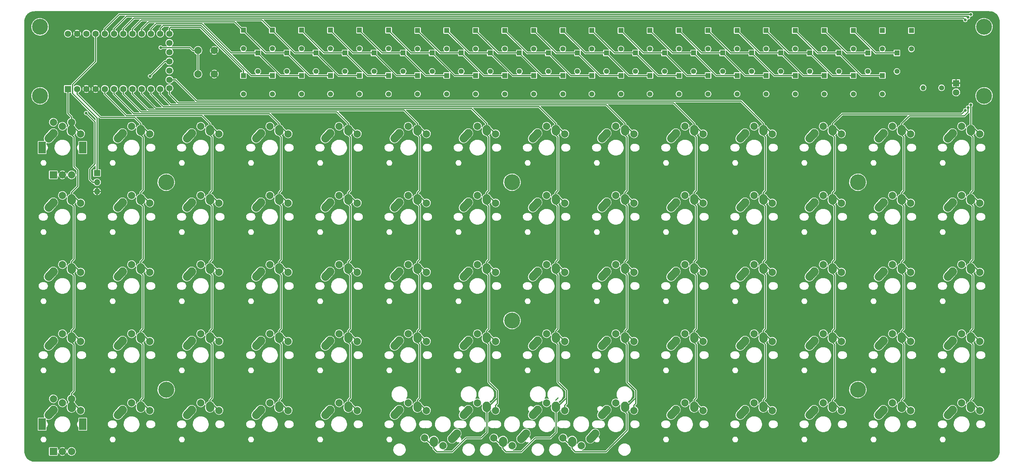
<source format=gbr>
G04 #@! TF.GenerationSoftware,KiCad,Pcbnew,(5.99.0-176-g31e38f2fd)*
G04 #@! TF.CreationDate,2020-02-05T01:48:40+01:00*
G04 #@! TF.ProjectId,5x14_ortho_keyboard_elite-c,35783134-5f6f-4727-9468-6f5f6b657962,rev?*
G04 #@! TF.SameCoordinates,Original*
G04 #@! TF.FileFunction,Copper,L1,Top*
G04 #@! TF.FilePolarity,Positive*
%FSLAX46Y46*%
G04 Gerber Fmt 4.6, Leading zero omitted, Abs format (unit mm)*
G04 Created by KiCad (PCBNEW (5.99.0-176-g31e38f2fd)) date 2020-02-05 01:48:40*
%MOMM*%
%LPD*%
G04 APERTURE LIST*
%ADD10C,2.250000*%
%ADD11C,2.250000*%
%ADD12C,2.000000*%
%ADD13O,1.700000X1.700000*%
%ADD14R,1.700000X1.700000*%
%ADD15R,1.752600X1.752600*%
%ADD16C,1.752600*%
%ADD17C,1.400000*%
%ADD18R,1.400000X1.400000*%
%ADD19C,4.400000*%
%ADD20R,1.800000X1.800000*%
%ADD21C,1.800000*%
%ADD22O,1.400000X1.400000*%
%ADD23R,2.000000X3.200000*%
%ADD24R,2.000000X2.000000*%
%ADD25C,0.800000*%
%ADD26C,0.300000*%
%ADD27C,0.350000*%
%ADD28C,0.200000*%
%ADD29C,0.150000*%
G04 APERTURE END LIST*
D10*
X164961479Y-154015016D03*
D11*
X164981250Y-153725000D02*
X164941708Y-154305032D01*
D10*
X164941250Y-154305000D03*
X170636255Y-152495004D03*
D11*
X171291250Y-151765000D02*
X169981260Y-153225008D01*
D10*
X169981250Y-153225000D03*
D12*
X162481250Y-153025000D03*
X167481250Y-155125000D03*
D10*
X126861479Y-154015016D03*
D11*
X126881250Y-153725000D02*
X126841708Y-154305032D01*
D10*
X126841250Y-154305000D03*
X132536255Y-152495004D03*
D11*
X133191250Y-151765000D02*
X131881260Y-153225008D01*
D10*
X131881250Y-153225000D03*
D12*
X124381250Y-153025000D03*
X129381250Y-155125000D03*
D10*
X145911479Y-154015016D03*
D11*
X145931250Y-153725000D02*
X145891708Y-154305032D01*
D10*
X145891250Y-154305000D03*
X151586255Y-152495004D03*
D11*
X152241250Y-151765000D02*
X150931260Y-153225008D01*
D10*
X150931250Y-153225000D03*
D12*
X143431250Y-153025000D03*
X148431250Y-155125000D03*
X43656250Y-67125000D03*
X48656250Y-69225000D03*
D10*
X41156250Y-69025000D03*
X40501245Y-69754996D03*
D11*
X39846250Y-70485000D02*
X41156240Y-69024992D01*
D10*
X46196250Y-67945000D03*
X46176021Y-68234984D03*
D11*
X46156250Y-68525000D02*
X46195792Y-67944968D01*
D12*
X24606250Y-67125000D03*
X29606250Y-69225000D03*
D10*
X22106250Y-69025000D03*
X21451245Y-69754996D03*
D11*
X20796250Y-70485000D02*
X22106240Y-69024992D01*
D10*
X27146250Y-67945000D03*
X27126021Y-68234984D03*
D11*
X27106250Y-68525000D02*
X27145792Y-67944968D01*
D12*
X138906250Y-105225000D03*
X143906250Y-107325000D03*
D10*
X136406250Y-107125000D03*
X135751245Y-107854996D03*
D11*
X135096250Y-108585000D02*
X136406240Y-107124992D01*
D10*
X141446250Y-106045000D03*
X141426021Y-106334984D03*
D11*
X141406250Y-106625000D02*
X141445792Y-106044968D01*
D12*
X215106250Y-86175000D03*
X220106250Y-88275000D03*
D10*
X212606250Y-88075000D03*
X211951245Y-88804996D03*
D11*
X211296250Y-89535000D02*
X212606240Y-88074992D01*
D10*
X217646250Y-86995000D03*
X217626021Y-87284984D03*
D11*
X217606250Y-87575000D02*
X217645792Y-86994968D01*
D12*
X234156250Y-67125000D03*
X239156250Y-69225000D03*
D10*
X231656250Y-69025000D03*
X231001245Y-69754996D03*
D11*
X230346250Y-70485000D02*
X231656240Y-69024992D01*
D10*
X236696250Y-67945000D03*
X236676021Y-68234984D03*
D11*
X236656250Y-68525000D02*
X236695792Y-67944968D01*
D12*
X24606250Y-86175000D03*
X29606250Y-88275000D03*
D10*
X22106250Y-88075000D03*
X21451245Y-88804996D03*
D11*
X20796250Y-89535000D02*
X22106240Y-88074992D01*
D10*
X27146250Y-86995000D03*
X27126021Y-87284984D03*
D11*
X27106250Y-87575000D02*
X27145792Y-86994968D01*
D12*
X24606250Y-105225000D03*
X29606250Y-107325000D03*
D10*
X22106250Y-107125000D03*
X21451245Y-107854996D03*
D11*
X20796250Y-108585000D02*
X22106240Y-107124992D01*
D10*
X27146250Y-106045000D03*
X27126021Y-106334984D03*
D11*
X27106250Y-106625000D02*
X27145792Y-106044968D01*
D12*
X24606250Y-124275000D03*
X29606250Y-126375000D03*
D10*
X22106250Y-126175000D03*
X21451245Y-126904996D03*
D11*
X20796250Y-127635000D02*
X22106240Y-126174992D01*
D10*
X27146250Y-125095000D03*
X27126021Y-125384984D03*
D11*
X27106250Y-125675000D02*
X27145792Y-125094968D01*
D12*
X24606250Y-143325000D03*
X29606250Y-145425000D03*
D10*
X22106250Y-145225000D03*
X21451245Y-145954996D03*
D11*
X20796250Y-146685000D02*
X22106240Y-145224992D01*
D10*
X27146250Y-144145000D03*
X27126021Y-144434984D03*
D11*
X27106250Y-144725000D02*
X27145792Y-144144968D01*
D12*
X43656250Y-86175000D03*
X48656250Y-88275000D03*
D10*
X41156250Y-88075000D03*
X40501245Y-88804996D03*
D11*
X39846250Y-89535000D02*
X41156240Y-88074992D01*
D10*
X46196250Y-86995000D03*
X46176021Y-87284984D03*
D11*
X46156250Y-87575000D02*
X46195792Y-86994968D01*
D12*
X43656250Y-105225000D03*
X48656250Y-107325000D03*
D10*
X41156250Y-107125000D03*
X40501245Y-107854996D03*
D11*
X39846250Y-108585000D02*
X41156240Y-107124992D01*
D10*
X46196250Y-106045000D03*
X46176021Y-106334984D03*
D11*
X46156250Y-106625000D02*
X46195792Y-106044968D01*
D12*
X43656250Y-124275000D03*
X48656250Y-126375000D03*
D10*
X41156250Y-126175000D03*
X40501245Y-126904996D03*
D11*
X39846250Y-127635000D02*
X41156240Y-126174992D01*
D10*
X46196250Y-125095000D03*
X46176021Y-125384984D03*
D11*
X46156250Y-125675000D02*
X46195792Y-125094968D01*
D12*
X43656250Y-143325000D03*
X48656250Y-145425000D03*
D10*
X41156250Y-145225000D03*
X40501245Y-145954996D03*
D11*
X39846250Y-146685000D02*
X41156240Y-145224992D01*
D10*
X46196250Y-144145000D03*
X46176021Y-144434984D03*
D11*
X46156250Y-144725000D02*
X46195792Y-144144968D01*
D12*
X62706250Y-67125000D03*
X67706250Y-69225000D03*
D10*
X60206250Y-69025000D03*
X59551245Y-69754996D03*
D11*
X58896250Y-70485000D02*
X60206240Y-69024992D01*
D10*
X65246250Y-67945000D03*
X65226021Y-68234984D03*
D11*
X65206250Y-68525000D02*
X65245792Y-67944968D01*
D12*
X62706250Y-86175000D03*
X67706250Y-88275000D03*
D10*
X60206250Y-88075000D03*
X59551245Y-88804996D03*
D11*
X58896250Y-89535000D02*
X60206240Y-88074992D01*
D10*
X65246250Y-86995000D03*
X65226021Y-87284984D03*
D11*
X65206250Y-87575000D02*
X65245792Y-86994968D01*
D12*
X62706250Y-105225000D03*
X67706250Y-107325000D03*
D10*
X60206250Y-107125000D03*
X59551245Y-107854996D03*
D11*
X58896250Y-108585000D02*
X60206240Y-107124992D01*
D10*
X65246250Y-106045000D03*
X65226021Y-106334984D03*
D11*
X65206250Y-106625000D02*
X65245792Y-106044968D01*
D12*
X62706250Y-124275000D03*
X67706250Y-126375000D03*
D10*
X60206250Y-126175000D03*
X59551245Y-126904996D03*
D11*
X58896250Y-127635000D02*
X60206240Y-126174992D01*
D10*
X65246250Y-125095000D03*
X65226021Y-125384984D03*
D11*
X65206250Y-125675000D02*
X65245792Y-125094968D01*
D12*
X62706250Y-143325000D03*
X67706250Y-145425000D03*
D10*
X60206250Y-145225000D03*
X59551245Y-145954996D03*
D11*
X58896250Y-146685000D02*
X60206240Y-145224992D01*
D10*
X65246250Y-144145000D03*
X65226021Y-144434984D03*
D11*
X65206250Y-144725000D02*
X65245792Y-144144968D01*
D12*
X81756250Y-67125000D03*
X86756250Y-69225000D03*
D10*
X79256250Y-69025000D03*
X78601245Y-69754996D03*
D11*
X77946250Y-70485000D02*
X79256240Y-69024992D01*
D10*
X84296250Y-67945000D03*
X84276021Y-68234984D03*
D11*
X84256250Y-68525000D02*
X84295792Y-67944968D01*
D12*
X81756250Y-86175000D03*
X86756250Y-88275000D03*
D10*
X79256250Y-88075000D03*
X78601245Y-88804996D03*
D11*
X77946250Y-89535000D02*
X79256240Y-88074992D01*
D10*
X84296250Y-86995000D03*
X84276021Y-87284984D03*
D11*
X84256250Y-87575000D02*
X84295792Y-86994968D01*
D12*
X81756250Y-105225000D03*
X86756250Y-107325000D03*
D10*
X79256250Y-107125000D03*
X78601245Y-107854996D03*
D11*
X77946250Y-108585000D02*
X79256240Y-107124992D01*
D10*
X84296250Y-106045000D03*
X84276021Y-106334984D03*
D11*
X84256250Y-106625000D02*
X84295792Y-106044968D01*
D12*
X81756250Y-124275000D03*
X86756250Y-126375000D03*
D10*
X79256250Y-126175000D03*
X78601245Y-126904996D03*
D11*
X77946250Y-127635000D02*
X79256240Y-126174992D01*
D10*
X84296250Y-125095000D03*
X84276021Y-125384984D03*
D11*
X84256250Y-125675000D02*
X84295792Y-125094968D01*
D12*
X81756250Y-143325000D03*
X86756250Y-145425000D03*
D10*
X79256250Y-145225000D03*
X78601245Y-145954996D03*
D11*
X77946250Y-146685000D02*
X79256240Y-145224992D01*
D10*
X84296250Y-144145000D03*
X84276021Y-144434984D03*
D11*
X84256250Y-144725000D02*
X84295792Y-144144968D01*
D12*
X100806250Y-67125000D03*
X105806250Y-69225000D03*
D10*
X98306250Y-69025000D03*
X97651245Y-69754996D03*
D11*
X96996250Y-70485000D02*
X98306240Y-69024992D01*
D10*
X103346250Y-67945000D03*
X103326021Y-68234984D03*
D11*
X103306250Y-68525000D02*
X103345792Y-67944968D01*
D12*
X100806250Y-86175000D03*
X105806250Y-88275000D03*
D10*
X98306250Y-88075000D03*
X97651245Y-88804996D03*
D11*
X96996250Y-89535000D02*
X98306240Y-88074992D01*
D10*
X103346250Y-86995000D03*
X103326021Y-87284984D03*
D11*
X103306250Y-87575000D02*
X103345792Y-86994968D01*
D12*
X100806250Y-105225000D03*
X105806250Y-107325000D03*
D10*
X98306250Y-107125000D03*
X97651245Y-107854996D03*
D11*
X96996250Y-108585000D02*
X98306240Y-107124992D01*
D10*
X103346250Y-106045000D03*
X103326021Y-106334984D03*
D11*
X103306250Y-106625000D02*
X103345792Y-106044968D01*
D12*
X100806250Y-124275000D03*
X105806250Y-126375000D03*
D10*
X98306250Y-126175000D03*
X97651245Y-126904996D03*
D11*
X96996250Y-127635000D02*
X98306240Y-126174992D01*
D10*
X103346250Y-125095000D03*
X103326021Y-125384984D03*
D11*
X103306250Y-125675000D02*
X103345792Y-125094968D01*
D12*
X100806250Y-143325000D03*
X105806250Y-145425000D03*
D10*
X98306250Y-145225000D03*
X97651245Y-145954996D03*
D11*
X96996250Y-146685000D02*
X98306240Y-145224992D01*
D10*
X103346250Y-144145000D03*
X103326021Y-144434984D03*
D11*
X103306250Y-144725000D02*
X103345792Y-144144968D01*
D12*
X119856250Y-67125000D03*
X124856250Y-69225000D03*
D10*
X117356250Y-69025000D03*
X116701245Y-69754996D03*
D11*
X116046250Y-70485000D02*
X117356240Y-69024992D01*
D10*
X122396250Y-67945000D03*
X122376021Y-68234984D03*
D11*
X122356250Y-68525000D02*
X122395792Y-67944968D01*
D12*
X119856250Y-86175000D03*
X124856250Y-88275000D03*
D10*
X117356250Y-88075000D03*
X116701245Y-88804996D03*
D11*
X116046250Y-89535000D02*
X117356240Y-88074992D01*
D10*
X122396250Y-86995000D03*
X122376021Y-87284984D03*
D11*
X122356250Y-87575000D02*
X122395792Y-86994968D01*
D12*
X119856250Y-105225000D03*
X124856250Y-107325000D03*
D10*
X117356250Y-107125000D03*
X116701245Y-107854996D03*
D11*
X116046250Y-108585000D02*
X117356240Y-107124992D01*
D10*
X122396250Y-106045000D03*
X122376021Y-106334984D03*
D11*
X122356250Y-106625000D02*
X122395792Y-106044968D01*
D12*
X119856250Y-124275000D03*
X124856250Y-126375000D03*
D10*
X117356250Y-126175000D03*
X116701245Y-126904996D03*
D11*
X116046250Y-127635000D02*
X117356240Y-126174992D01*
D10*
X122396250Y-125095000D03*
X122376021Y-125384984D03*
D11*
X122356250Y-125675000D02*
X122395792Y-125094968D01*
D12*
X119856250Y-143325000D03*
X124856250Y-145425000D03*
D10*
X117356250Y-145225000D03*
X116701245Y-145954996D03*
D11*
X116046250Y-146685000D02*
X117356240Y-145224992D01*
D10*
X122396250Y-144145000D03*
X122376021Y-144434984D03*
D11*
X122356250Y-144725000D02*
X122395792Y-144144968D01*
D12*
X138906250Y-67125000D03*
X143906250Y-69225000D03*
D10*
X136406250Y-69025000D03*
X135751245Y-69754996D03*
D11*
X135096250Y-70485000D02*
X136406240Y-69024992D01*
D10*
X141446250Y-67945000D03*
X141426021Y-68234984D03*
D11*
X141406250Y-68525000D02*
X141445792Y-67944968D01*
D12*
X138906250Y-86175000D03*
X143906250Y-88275000D03*
D10*
X136406250Y-88075000D03*
X135751245Y-88804996D03*
D11*
X135096250Y-89535000D02*
X136406240Y-88074992D01*
D10*
X141446250Y-86995000D03*
X141426021Y-87284984D03*
D11*
X141406250Y-87575000D02*
X141445792Y-86994968D01*
D12*
X138906250Y-124275000D03*
X143906250Y-126375000D03*
D10*
X136406250Y-126175000D03*
X135751245Y-126904996D03*
D11*
X135096250Y-127635000D02*
X136406240Y-126174992D01*
D10*
X141446250Y-125095000D03*
X141426021Y-125384984D03*
D11*
X141406250Y-125675000D02*
X141445792Y-125094968D01*
D12*
X138906250Y-143325000D03*
X143906250Y-145425000D03*
D10*
X136406250Y-145225000D03*
X135751245Y-145954996D03*
D11*
X135096250Y-146685000D02*
X136406240Y-145224992D01*
D10*
X141446250Y-144145000D03*
X141426021Y-144434984D03*
D11*
X141406250Y-144725000D02*
X141445792Y-144144968D01*
D12*
X157956250Y-67125000D03*
X162956250Y-69225000D03*
D10*
X155456250Y-69025000D03*
X154801245Y-69754996D03*
D11*
X154146250Y-70485000D02*
X155456240Y-69024992D01*
D10*
X160496250Y-67945000D03*
X160476021Y-68234984D03*
D11*
X160456250Y-68525000D02*
X160495792Y-67944968D01*
D12*
X157956250Y-86175000D03*
X162956250Y-88275000D03*
D10*
X155456250Y-88075000D03*
X154801245Y-88804996D03*
D11*
X154146250Y-89535000D02*
X155456240Y-88074992D01*
D10*
X160496250Y-86995000D03*
X160476021Y-87284984D03*
D11*
X160456250Y-87575000D02*
X160495792Y-86994968D01*
D12*
X157956250Y-105225000D03*
X162956250Y-107325000D03*
D10*
X155456250Y-107125000D03*
X154801245Y-107854996D03*
D11*
X154146250Y-108585000D02*
X155456240Y-107124992D01*
D10*
X160496250Y-106045000D03*
X160476021Y-106334984D03*
D11*
X160456250Y-106625000D02*
X160495792Y-106044968D01*
D12*
X157956250Y-124275000D03*
X162956250Y-126375000D03*
D10*
X155456250Y-126175000D03*
X154801245Y-126904996D03*
D11*
X154146250Y-127635000D02*
X155456240Y-126174992D01*
D10*
X160496250Y-125095000D03*
X160476021Y-125384984D03*
D11*
X160456250Y-125675000D02*
X160495792Y-125094968D01*
D12*
X157956250Y-143325000D03*
X162956250Y-145425000D03*
D10*
X155456250Y-145225000D03*
X154801245Y-145954996D03*
D11*
X154146250Y-146685000D02*
X155456240Y-145224992D01*
D10*
X160496250Y-144145000D03*
X160476021Y-144434984D03*
D11*
X160456250Y-144725000D02*
X160495792Y-144144968D01*
D12*
X177006250Y-67125000D03*
X182006250Y-69225000D03*
D10*
X174506250Y-69025000D03*
X173851245Y-69754996D03*
D11*
X173196250Y-70485000D02*
X174506240Y-69024992D01*
D10*
X179546250Y-67945000D03*
X179526021Y-68234984D03*
D11*
X179506250Y-68525000D02*
X179545792Y-67944968D01*
D12*
X177006250Y-86175000D03*
X182006250Y-88275000D03*
D10*
X174506250Y-88075000D03*
X173851245Y-88804996D03*
D11*
X173196250Y-89535000D02*
X174506240Y-88074992D01*
D10*
X179546250Y-86995000D03*
X179526021Y-87284984D03*
D11*
X179506250Y-87575000D02*
X179545792Y-86994968D01*
D12*
X177006250Y-105225000D03*
X182006250Y-107325000D03*
D10*
X174506250Y-107125000D03*
X173851245Y-107854996D03*
D11*
X173196250Y-108585000D02*
X174506240Y-107124992D01*
D10*
X179546250Y-106045000D03*
X179526021Y-106334984D03*
D11*
X179506250Y-106625000D02*
X179545792Y-106044968D01*
D12*
X177006250Y-124275000D03*
X182006250Y-126375000D03*
D10*
X174506250Y-126175000D03*
X173851245Y-126904996D03*
D11*
X173196250Y-127635000D02*
X174506240Y-126174992D01*
D10*
X179546250Y-125095000D03*
X179526021Y-125384984D03*
D11*
X179506250Y-125675000D02*
X179545792Y-125094968D01*
D12*
X177006250Y-143325000D03*
X182006250Y-145425000D03*
D10*
X174506250Y-145225000D03*
X173851245Y-145954996D03*
D11*
X173196250Y-146685000D02*
X174506240Y-145224992D01*
D10*
X179546250Y-144145000D03*
X179526021Y-144434984D03*
D11*
X179506250Y-144725000D02*
X179545792Y-144144968D01*
D12*
X196056250Y-67125000D03*
X201056250Y-69225000D03*
D10*
X193556250Y-69025000D03*
X192901245Y-69754996D03*
D11*
X192246250Y-70485000D02*
X193556240Y-69024992D01*
D10*
X198596250Y-67945000D03*
X198576021Y-68234984D03*
D11*
X198556250Y-68525000D02*
X198595792Y-67944968D01*
D12*
X196056250Y-86175000D03*
X201056250Y-88275000D03*
D10*
X193556250Y-88075000D03*
X192901245Y-88804996D03*
D11*
X192246250Y-89535000D02*
X193556240Y-88074992D01*
D10*
X198596250Y-86995000D03*
X198576021Y-87284984D03*
D11*
X198556250Y-87575000D02*
X198595792Y-86994968D01*
D12*
X196056250Y-105225000D03*
X201056250Y-107325000D03*
D10*
X193556250Y-107125000D03*
X192901245Y-107854996D03*
D11*
X192246250Y-108585000D02*
X193556240Y-107124992D01*
D10*
X198596250Y-106045000D03*
X198576021Y-106334984D03*
D11*
X198556250Y-106625000D02*
X198595792Y-106044968D01*
D12*
X196056250Y-124275000D03*
X201056250Y-126375000D03*
D10*
X193556250Y-126175000D03*
X192901245Y-126904996D03*
D11*
X192246250Y-127635000D02*
X193556240Y-126174992D01*
D10*
X198596250Y-125095000D03*
X198576021Y-125384984D03*
D11*
X198556250Y-125675000D02*
X198595792Y-125094968D01*
D12*
X196056250Y-143325000D03*
X201056250Y-145425000D03*
D10*
X193556250Y-145225000D03*
X192901245Y-145954996D03*
D11*
X192246250Y-146685000D02*
X193556240Y-145224992D01*
D10*
X198596250Y-144145000D03*
X198576021Y-144434984D03*
D11*
X198556250Y-144725000D02*
X198595792Y-144144968D01*
D12*
X215106250Y-67125000D03*
X220106250Y-69225000D03*
D10*
X212606250Y-69025000D03*
X211951245Y-69754996D03*
D11*
X211296250Y-70485000D02*
X212606240Y-69024992D01*
D10*
X217646250Y-67945000D03*
X217626021Y-68234984D03*
D11*
X217606250Y-68525000D02*
X217645792Y-67944968D01*
D12*
X215106250Y-105225000D03*
X220106250Y-107325000D03*
D10*
X212606250Y-107125000D03*
X211951245Y-107854996D03*
D11*
X211296250Y-108585000D02*
X212606240Y-107124992D01*
D10*
X217646250Y-106045000D03*
X217626021Y-106334984D03*
D11*
X217606250Y-106625000D02*
X217645792Y-106044968D01*
D12*
X215106250Y-124275000D03*
X220106250Y-126375000D03*
D10*
X212606250Y-126175000D03*
X211951245Y-126904996D03*
D11*
X211296250Y-127635000D02*
X212606240Y-126174992D01*
D10*
X217646250Y-125095000D03*
X217626021Y-125384984D03*
D11*
X217606250Y-125675000D02*
X217645792Y-125094968D01*
D12*
X215106250Y-143325000D03*
X220106250Y-145425000D03*
D10*
X212606250Y-145225000D03*
X211951245Y-145954996D03*
D11*
X211296250Y-146685000D02*
X212606240Y-145224992D01*
D10*
X217646250Y-144145000D03*
X217626021Y-144434984D03*
D11*
X217606250Y-144725000D02*
X217645792Y-144144968D01*
D12*
X234156250Y-86175000D03*
X239156250Y-88275000D03*
D10*
X231656250Y-88075000D03*
X231001245Y-88804996D03*
D11*
X230346250Y-89535000D02*
X231656240Y-88074992D01*
D10*
X236696250Y-86995000D03*
X236676021Y-87284984D03*
D11*
X236656250Y-87575000D02*
X236695792Y-86994968D01*
D12*
X234156250Y-105225000D03*
X239156250Y-107325000D03*
D10*
X231656250Y-107125000D03*
X231001245Y-107854996D03*
D11*
X230346250Y-108585000D02*
X231656240Y-107124992D01*
D10*
X236696250Y-106045000D03*
X236676021Y-106334984D03*
D11*
X236656250Y-106625000D02*
X236695792Y-106044968D01*
D12*
X234156250Y-124275000D03*
X239156250Y-126375000D03*
D10*
X231656250Y-126175000D03*
X231001245Y-126904996D03*
D11*
X230346250Y-127635000D02*
X231656240Y-126174992D01*
D10*
X236696250Y-125095000D03*
X236676021Y-125384984D03*
D11*
X236656250Y-125675000D02*
X236695792Y-125094968D01*
D12*
X234156250Y-143325000D03*
X239156250Y-145425000D03*
D10*
X231656250Y-145225000D03*
X231001245Y-145954996D03*
D11*
X230346250Y-146685000D02*
X231656240Y-145224992D01*
D10*
X236696250Y-144145000D03*
X236676021Y-144434984D03*
D11*
X236656250Y-144725000D02*
X236695792Y-144144968D01*
D12*
X253206250Y-67125000D03*
X258206250Y-69225000D03*
D10*
X250706250Y-69025000D03*
X250051245Y-69754996D03*
D11*
X249396250Y-70485000D02*
X250706240Y-69024992D01*
D10*
X255746250Y-67945000D03*
X255726021Y-68234984D03*
D11*
X255706250Y-68525000D02*
X255745792Y-67944968D01*
D12*
X253206250Y-86175000D03*
X258206250Y-88275000D03*
D10*
X250706250Y-88075000D03*
X250051245Y-88804996D03*
D11*
X249396250Y-89535000D02*
X250706240Y-88074992D01*
D10*
X255746250Y-86995000D03*
X255726021Y-87284984D03*
D11*
X255706250Y-87575000D02*
X255745792Y-86994968D01*
D12*
X253206250Y-105225000D03*
X258206250Y-107325000D03*
D10*
X250706250Y-107125000D03*
X250051245Y-107854996D03*
D11*
X249396250Y-108585000D02*
X250706240Y-107124992D01*
D10*
X255746250Y-106045000D03*
X255726021Y-106334984D03*
D11*
X255706250Y-106625000D02*
X255745792Y-106044968D01*
D12*
X253206250Y-124275000D03*
X258206250Y-126375000D03*
D10*
X250706250Y-126175000D03*
X250051245Y-126904996D03*
D11*
X249396250Y-127635000D02*
X250706240Y-126174992D01*
D10*
X255746250Y-125095000D03*
X255726021Y-125384984D03*
D11*
X255706250Y-125675000D02*
X255745792Y-125094968D01*
D12*
X253206250Y-143325000D03*
X258206250Y-145425000D03*
D10*
X250706250Y-145225000D03*
X250051245Y-145954996D03*
D11*
X249396250Y-146685000D02*
X250706240Y-145224992D01*
D10*
X255746250Y-144145000D03*
X255726021Y-144434984D03*
D11*
X255706250Y-144725000D02*
X255745792Y-144144968D01*
D12*
X272256250Y-67125000D03*
X277256250Y-69225000D03*
D10*
X269756250Y-69025000D03*
X269101245Y-69754996D03*
D11*
X268446250Y-70485000D02*
X269756240Y-69024992D01*
D10*
X274796250Y-67945000D03*
X274776021Y-68234984D03*
D11*
X274756250Y-68525000D02*
X274795792Y-67944968D01*
D12*
X272256250Y-86175000D03*
X277256250Y-88275000D03*
D10*
X269756250Y-88075000D03*
X269101245Y-88804996D03*
D11*
X268446250Y-89535000D02*
X269756240Y-88074992D01*
D10*
X274796250Y-86995000D03*
X274776021Y-87284984D03*
D11*
X274756250Y-87575000D02*
X274795792Y-86994968D01*
D12*
X272256250Y-105225000D03*
X277256250Y-107325000D03*
D10*
X269756250Y-107125000D03*
X269101245Y-107854996D03*
D11*
X268446250Y-108585000D02*
X269756240Y-107124992D01*
D10*
X274796250Y-106045000D03*
X274776021Y-106334984D03*
D11*
X274756250Y-106625000D02*
X274795792Y-106044968D01*
D12*
X272256250Y-124275000D03*
X277256250Y-126375000D03*
D10*
X269756250Y-126175000D03*
X269101245Y-126904996D03*
D11*
X268446250Y-127635000D02*
X269756240Y-126174992D01*
D10*
X274796250Y-125095000D03*
X274776021Y-125384984D03*
D11*
X274756250Y-125675000D02*
X274795792Y-125094968D01*
D12*
X272256250Y-143325000D03*
X277256250Y-145425000D03*
D10*
X269756250Y-145225000D03*
X269101245Y-145954996D03*
D11*
X268446250Y-146685000D02*
X269756240Y-145224992D01*
D10*
X274796250Y-144145000D03*
X274776021Y-144434984D03*
D11*
X274756250Y-144725000D02*
X274795792Y-144144968D01*
D13*
X34131250Y-85090000D03*
X34131250Y-82550000D03*
D14*
X34131250Y-80010000D03*
D15*
X26130000Y-56870000D03*
D16*
X28670000Y-56870000D03*
X31210000Y-56870000D03*
X33750000Y-56870000D03*
X36290000Y-56870000D03*
X38830000Y-56870000D03*
X41370000Y-56870000D03*
X43910000Y-56870000D03*
X46450000Y-56870000D03*
X48990000Y-56870000D03*
X51530000Y-56870000D03*
X54070000Y-41630000D03*
X51530000Y-41630000D03*
X48990000Y-41630000D03*
X46450000Y-41630000D03*
X43910000Y-41630000D03*
X41370000Y-41630000D03*
X38830000Y-41630000D03*
X36290000Y-41630000D03*
X33750000Y-41630000D03*
X31210000Y-41630000D03*
X28670000Y-41630000D03*
X54070000Y-56641400D03*
X26130000Y-41630000D03*
X54070000Y-44170000D03*
X54070000Y-46710000D03*
X54070000Y-49250000D03*
X54070000Y-51790000D03*
X54070000Y-54330000D03*
D17*
X258431250Y-45830000D03*
D18*
X258431250Y-40750000D03*
D17*
X254431250Y-52030000D03*
D18*
X254431250Y-46950000D03*
D17*
X250431250Y-58250000D03*
D18*
X250431250Y-53170000D03*
D17*
X250431250Y-45830000D03*
D18*
X250431250Y-40750000D03*
D17*
X246431250Y-52030000D03*
D18*
X246431250Y-46950000D03*
D17*
X242431250Y-45830000D03*
D18*
X242431250Y-40750000D03*
D17*
X242431250Y-58250000D03*
D18*
X242431250Y-53170000D03*
D17*
X238431250Y-52030000D03*
D18*
X238431250Y-46950000D03*
D17*
X234431250Y-58250000D03*
D18*
X234431250Y-53170000D03*
D17*
X234431250Y-45830000D03*
D18*
X234431250Y-40750000D03*
D17*
X230431250Y-52030000D03*
D18*
X230431250Y-46950000D03*
D17*
X226431250Y-45830000D03*
D18*
X226431250Y-40750000D03*
D17*
X226431250Y-58250000D03*
D18*
X226431250Y-53170000D03*
D17*
X222431250Y-52030000D03*
D18*
X222431250Y-46950000D03*
D17*
X218431250Y-45830000D03*
D18*
X218431250Y-40750000D03*
D17*
X218431250Y-58250000D03*
D18*
X218431250Y-53170000D03*
D17*
X214431250Y-52030000D03*
D18*
X214431250Y-46950000D03*
D17*
X210431250Y-58250000D03*
D18*
X210431250Y-53170000D03*
D17*
X210431250Y-45830000D03*
D18*
X210431250Y-40750000D03*
D17*
X206431250Y-52030000D03*
D18*
X206431250Y-46950000D03*
D17*
X202431250Y-58250000D03*
D18*
X202431250Y-53170000D03*
D17*
X202431250Y-45830000D03*
D18*
X202431250Y-40750000D03*
D17*
X198431250Y-52030000D03*
D18*
X198431250Y-46950000D03*
D17*
X194431250Y-58250000D03*
D18*
X194431250Y-53170000D03*
D17*
X190431250Y-52030000D03*
D18*
X190431250Y-46950000D03*
D17*
X194431250Y-45830000D03*
D18*
X194431250Y-40750000D03*
D17*
X186431250Y-45830000D03*
D18*
X186431250Y-40750000D03*
D17*
X186431250Y-58250000D03*
D18*
X186431250Y-53170000D03*
D17*
X182431250Y-52030000D03*
D18*
X182431250Y-46950000D03*
D17*
X178431250Y-45830000D03*
D18*
X178431250Y-40750000D03*
D17*
X178431250Y-58250000D03*
D18*
X178431250Y-53170000D03*
D17*
X174431250Y-52030000D03*
D18*
X174431250Y-46950000D03*
D17*
X170431250Y-45830000D03*
D18*
X170431250Y-40750000D03*
D17*
X170431250Y-58250000D03*
D18*
X170431250Y-53170000D03*
D17*
X166431250Y-52030000D03*
D18*
X166431250Y-46950000D03*
D17*
X162431250Y-58250000D03*
D18*
X162431250Y-53170000D03*
D17*
X162431250Y-45830000D03*
D18*
X162431250Y-40750000D03*
D17*
X158431250Y-52030000D03*
D18*
X158431250Y-46950000D03*
D17*
X154431250Y-58250000D03*
D18*
X154431250Y-53170000D03*
D17*
X154431250Y-45830000D03*
D18*
X154431250Y-40750000D03*
D17*
X150431250Y-52030000D03*
D18*
X150431250Y-46950000D03*
D17*
X146431250Y-58250000D03*
D18*
X146431250Y-53170000D03*
D17*
X146431250Y-45830000D03*
D18*
X146431250Y-40750000D03*
D17*
X142431250Y-52030000D03*
D18*
X142431250Y-46950000D03*
D17*
X138431250Y-45830000D03*
D18*
X138431250Y-40750000D03*
D17*
X138431250Y-58250000D03*
D18*
X138431250Y-53170000D03*
D17*
X134431250Y-52030000D03*
D18*
X134431250Y-46950000D03*
D17*
X130431250Y-45830000D03*
D18*
X130431250Y-40750000D03*
D17*
X130431250Y-58250000D03*
D18*
X130431250Y-53170000D03*
D17*
X126431250Y-52030000D03*
D18*
X126431250Y-46950000D03*
D17*
X122431250Y-58250000D03*
D18*
X122431250Y-53170000D03*
D17*
X122431250Y-45830000D03*
D18*
X122431250Y-40750000D03*
D17*
X118431250Y-52030000D03*
D18*
X118431250Y-46950000D03*
D17*
X114431250Y-45750000D03*
D18*
X114431250Y-40670000D03*
D17*
X114431250Y-58250000D03*
D18*
X114431250Y-53170000D03*
D17*
X110431250Y-52030000D03*
D18*
X110431250Y-46950000D03*
D17*
X106431250Y-45750000D03*
D18*
X106431250Y-40670000D03*
D17*
X106431250Y-58250000D03*
D18*
X106431250Y-53170000D03*
D17*
X102431250Y-52030000D03*
D18*
X102431250Y-46950000D03*
D17*
X98431250Y-58250000D03*
D18*
X98431250Y-53170000D03*
D17*
X98431250Y-45750000D03*
D18*
X98431250Y-40670000D03*
D17*
X94431250Y-52030000D03*
D18*
X94431250Y-46950000D03*
D17*
X90431250Y-58250000D03*
D18*
X90431250Y-53170000D03*
D17*
X90431250Y-45750000D03*
D18*
X90431250Y-40670000D03*
D17*
X86431250Y-52030000D03*
D18*
X86431250Y-46950000D03*
D17*
X82431250Y-58250000D03*
D18*
X82431250Y-53170000D03*
D17*
X82431250Y-45750000D03*
D18*
X82431250Y-40670000D03*
D17*
X78431250Y-52030000D03*
D18*
X78431250Y-46950000D03*
D17*
X74431250Y-58250000D03*
D18*
X74431250Y-53170000D03*
D17*
X74431250Y-45750000D03*
D18*
X74431250Y-40670000D03*
D12*
X66431250Y-52750000D03*
X61931250Y-52750000D03*
X66431250Y-46250000D03*
X61931250Y-46250000D03*
D19*
X18431250Y-58750000D03*
X18431250Y-39750000D03*
X278431250Y-39750000D03*
X278431250Y-58750000D03*
X53181250Y-82550000D03*
X53181250Y-139700000D03*
X148431250Y-82550000D03*
X148431250Y-120650000D03*
X243681250Y-82550000D03*
X243681250Y-139700000D03*
D20*
X270744250Y-55257000D03*
D21*
X270744250Y-57797000D03*
D17*
X266731250Y-56550000D03*
D22*
X261651250Y-56550000D03*
D12*
X27106250Y-66018000D03*
X22106250Y-66018000D03*
D23*
X30206250Y-73018000D03*
X19006250Y-73018000D03*
D12*
X27106250Y-80518000D03*
X24606250Y-80518000D03*
D24*
X22106250Y-80518000D03*
X22106250Y-156718000D03*
D12*
X24606250Y-156718000D03*
X27106250Y-156718000D03*
D23*
X19006250Y-149218000D03*
X30206250Y-149218000D03*
D12*
X22106250Y-142218000D03*
X27106250Y-142218000D03*
D25*
X48761650Y-53319075D03*
X51657250Y-45440600D03*
X76531250Y-44950000D03*
X59632850Y-59690000D03*
X84531250Y-44950000D03*
X248431250Y-51250000D03*
X240431250Y-51250000D03*
X232431250Y-51250000D03*
X224431250Y-51250000D03*
X216431250Y-51250000D03*
X208431250Y-51250000D03*
X200431250Y-51250000D03*
X192431250Y-51250000D03*
X184431250Y-51250000D03*
X176431250Y-51250000D03*
X168431250Y-51250000D03*
X160431250Y-51250000D03*
X152431250Y-51250000D03*
X144431250Y-51250000D03*
X136431250Y-51250000D03*
X128431250Y-51250000D03*
X120431250Y-51250000D03*
X112431250Y-51250000D03*
X80531250Y-51250000D03*
X88431250Y-51250000D03*
X96431250Y-51250000D03*
X104431250Y-51250000D03*
X274796250Y-61214000D03*
X274796250Y-36322000D03*
X274034250Y-61976000D03*
X274034250Y-37084000D03*
X273272250Y-62738000D03*
X273272250Y-37846000D03*
X31146750Y-63500000D03*
D26*
X34131250Y-82550000D02*
X32929169Y-82550000D01*
X32929169Y-82550000D02*
X32162750Y-81783581D01*
X32162750Y-81783581D02*
X32162750Y-78962250D01*
X32162750Y-78962250D02*
X33606240Y-77518760D01*
X33606240Y-77518760D02*
X33606240Y-65959490D01*
X33606240Y-65959490D02*
X31146750Y-63500000D01*
D27*
X34131250Y-80010000D02*
X34131250Y-64833500D01*
D26*
X52830725Y-49250000D02*
X48761650Y-53319075D01*
X54070000Y-49250000D02*
X52830725Y-49250000D01*
X51657250Y-45440600D02*
X59707637Y-45440600D01*
X59707637Y-45440600D02*
X60517037Y-46250000D01*
X60517037Y-46250000D02*
X61931250Y-46250000D01*
X61931250Y-46250000D02*
X61931250Y-52750000D01*
X274796250Y-144145000D02*
X275976250Y-144145000D01*
X275976250Y-144145000D02*
X277256250Y-145425000D01*
X274796250Y-125095000D02*
X275976250Y-125095000D01*
X275976250Y-125095000D02*
X277256250Y-126375000D01*
X274796250Y-106045000D02*
X275976250Y-106045000D01*
X275976250Y-106045000D02*
X277256250Y-107325000D01*
X274796250Y-86995000D02*
X275976250Y-86995000D01*
X275976250Y-86995000D02*
X277256250Y-88275000D01*
X274796250Y-67945000D02*
X275976250Y-67945000D01*
X275976250Y-67945000D02*
X277256250Y-69225000D01*
X274796250Y-36322000D02*
X40258750Y-36322000D01*
X40258750Y-36322000D02*
X36290000Y-40290750D01*
X36290000Y-40290750D02*
X36290000Y-41630000D01*
X274796250Y-67945000D02*
X274796250Y-61214000D01*
X275399616Y-141954366D02*
X274796250Y-142557732D01*
X274796250Y-142557732D02*
X274796250Y-144145000D01*
X275399616Y-127254000D02*
X275399616Y-141954366D01*
X274796250Y-125095000D02*
X274796250Y-126650634D01*
X274796250Y-126650634D02*
X275399616Y-127254000D01*
X275399616Y-122904366D02*
X274796250Y-123507732D01*
X274796250Y-123507732D02*
X274796250Y-125095000D01*
X275399616Y-108204000D02*
X275399616Y-122904366D01*
X274796250Y-106045000D02*
X274796250Y-107600634D01*
X274796250Y-107600634D02*
X275399616Y-108204000D01*
X275399616Y-103854366D02*
X274796250Y-104457732D01*
X274796250Y-104457732D02*
X274796250Y-106045000D01*
X275399616Y-89154000D02*
X275399616Y-103854366D01*
X274796250Y-86995000D02*
X274796250Y-88550634D01*
X274796250Y-88550634D02*
X275399616Y-89154000D01*
X275399616Y-84804366D02*
X274796250Y-85407732D01*
X274796250Y-85407732D02*
X274796250Y-86995000D01*
X275399616Y-70104000D02*
X275399616Y-84804366D01*
X274796250Y-67945000D02*
X274796250Y-69500634D01*
X274796250Y-69500634D02*
X275399616Y-70104000D01*
X255746250Y-144145000D02*
X256926250Y-144145000D01*
X256926250Y-144145000D02*
X258206250Y-145425000D01*
X255746250Y-125095000D02*
X256926250Y-125095000D01*
X256926250Y-125095000D02*
X258206250Y-126375000D01*
X255746250Y-106045000D02*
X256926250Y-106045000D01*
X256926250Y-106045000D02*
X258206250Y-107325000D01*
X255746250Y-86995000D02*
X256926250Y-86995000D01*
X256926250Y-86995000D02*
X258206250Y-88275000D01*
X255746250Y-67945000D02*
X256926250Y-67945000D01*
X256926250Y-67945000D02*
X258206250Y-69225000D01*
X42298740Y-36822010D02*
X273784960Y-36822010D01*
X42298740Y-36822010D02*
X38830000Y-40290750D01*
X274034250Y-37071300D02*
X273784960Y-36822010D01*
X274034250Y-37084000D02*
X274034250Y-37071300D01*
X38830000Y-40290750D02*
X38830000Y-41630000D01*
X274034250Y-63246000D02*
X274034250Y-61976000D01*
X273026240Y-64254010D02*
X274034250Y-63246000D01*
X257905250Y-64262000D02*
X257913240Y-64254010D01*
X257913240Y-64254010D02*
X273026240Y-64254010D01*
X255746250Y-66421000D02*
X257905250Y-64262000D01*
X274034250Y-37084000D02*
X274034250Y-37007800D01*
X255746250Y-66421000D02*
X255746250Y-66409000D01*
X255746250Y-67945000D02*
X255746250Y-66421000D01*
X256349616Y-141954366D02*
X255746250Y-142557732D01*
X255746250Y-142557732D02*
X255746250Y-144145000D01*
X256349616Y-127254000D02*
X256349616Y-141954366D01*
X255746250Y-125095000D02*
X255746250Y-126650634D01*
X255746250Y-126650634D02*
X256349616Y-127254000D01*
X256349616Y-122904366D02*
X255746250Y-123507732D01*
X255746250Y-123507732D02*
X255746250Y-125095000D01*
X256349616Y-108204000D02*
X256349616Y-122904366D01*
X255746250Y-106045000D02*
X255746250Y-107600634D01*
X255746250Y-107600634D02*
X256349616Y-108204000D01*
X256349616Y-103854366D02*
X255746250Y-104457732D01*
X255746250Y-104457732D02*
X255746250Y-106045000D01*
X256349616Y-89154000D02*
X256349616Y-103854366D01*
X255746250Y-86995000D02*
X255746250Y-88550634D01*
X255746250Y-88550634D02*
X256349616Y-89154000D01*
X256349616Y-84804366D02*
X255746250Y-85407732D01*
X255746250Y-85407732D02*
X255746250Y-86995000D01*
X256349616Y-70104000D02*
X256349616Y-84804366D01*
X255746250Y-67945000D02*
X255746250Y-69500634D01*
X255746250Y-69500634D02*
X256349616Y-70104000D01*
X274034250Y-37211000D02*
X274034250Y-37211000D01*
X236696250Y-144145000D02*
X237876250Y-144145000D01*
X237876250Y-144145000D02*
X239156250Y-145425000D01*
X236696250Y-125095000D02*
X237876250Y-125095000D01*
X237876250Y-125095000D02*
X239156250Y-126375000D01*
X236696250Y-106045000D02*
X237876250Y-106045000D01*
X237876250Y-106045000D02*
X239156250Y-107325000D01*
X236696250Y-86995000D02*
X237876250Y-86995000D01*
X237876250Y-86995000D02*
X239156250Y-88275000D01*
X236696250Y-67945000D02*
X237876250Y-67945000D01*
X237876250Y-67945000D02*
X239156250Y-69225000D01*
X272751550Y-37325300D02*
X44335450Y-37325300D01*
X44335450Y-37325300D02*
X41370000Y-40290750D01*
X273272250Y-37846000D02*
X272751550Y-37325300D01*
X41370000Y-40290750D02*
X41370000Y-41630000D01*
X272256250Y-63754000D02*
X273272250Y-62738000D01*
X272002250Y-63754000D02*
X272256250Y-63754000D01*
X239363250Y-63754000D02*
X272002250Y-63754000D01*
X239363250Y-63754000D02*
X236696250Y-66421000D01*
X236696250Y-66421000D02*
X236696250Y-67945000D01*
X237299616Y-141954366D02*
X236696250Y-142557732D01*
X236696250Y-142557732D02*
X236696250Y-144145000D01*
X237299616Y-127254000D02*
X237299616Y-141954366D01*
X236696250Y-125095000D02*
X236696250Y-126650634D01*
X236696250Y-126650634D02*
X237299616Y-127254000D01*
X237299616Y-122904366D02*
X236696250Y-123507732D01*
X236696250Y-123507732D02*
X236696250Y-125095000D01*
X237299616Y-108204000D02*
X237299616Y-122904366D01*
X236696250Y-106045000D02*
X236696250Y-107600634D01*
X236696250Y-107600634D02*
X237299616Y-108204000D01*
X237299616Y-103854366D02*
X236696250Y-104457732D01*
X236696250Y-104457732D02*
X236696250Y-106045000D01*
X237299616Y-89154000D02*
X237299616Y-103854366D01*
X236696250Y-86995000D02*
X236696250Y-88550634D01*
X236696250Y-88550634D02*
X237299616Y-89154000D01*
X237299616Y-84804366D02*
X236696250Y-85407732D01*
X236696250Y-85407732D02*
X236696250Y-86995000D01*
X237299616Y-70104000D02*
X237299616Y-84804366D01*
X236696250Y-67945000D02*
X236696250Y-69500634D01*
X236696250Y-69500634D02*
X237299616Y-70104000D01*
X217646250Y-86995000D02*
X218826250Y-86995000D01*
X218826250Y-86995000D02*
X220106250Y-88275000D01*
X217646250Y-106045000D02*
X218826250Y-106045000D01*
X218826250Y-106045000D02*
X220106250Y-107325000D01*
X217646250Y-125095000D02*
X218826250Y-125095000D01*
X218826250Y-125095000D02*
X220106250Y-126375000D01*
X217646250Y-144145000D02*
X218826250Y-144145000D01*
X218826250Y-144145000D02*
X220106250Y-145425000D01*
X217646250Y-67945000D02*
X218826250Y-67945000D01*
X218826250Y-67945000D02*
X220106250Y-69225000D01*
X61626750Y-60198000D02*
X211454884Y-60198000D01*
X55758750Y-54330000D02*
X61626750Y-60198000D01*
X54070000Y-54330000D02*
X55758750Y-54330000D01*
X217646250Y-67945000D02*
X217646250Y-66389366D01*
X217646250Y-66389366D02*
X211454884Y-60198000D01*
X218249616Y-141954366D02*
X217646250Y-142557732D01*
X217646250Y-142557732D02*
X217646250Y-144145000D01*
X218249616Y-127254000D02*
X218249616Y-141954366D01*
X217646250Y-125095000D02*
X217646250Y-126650634D01*
X217646250Y-126650634D02*
X218249616Y-127254000D01*
X218249616Y-122904366D02*
X217646250Y-123507732D01*
X217646250Y-123507732D02*
X217646250Y-125095000D01*
X218249616Y-108204000D02*
X218249616Y-122904366D01*
X217646250Y-106045000D02*
X217646250Y-107600634D01*
X217646250Y-107600634D02*
X218249616Y-108204000D01*
X218249616Y-103854366D02*
X217646250Y-104457732D01*
X217646250Y-104457732D02*
X217646250Y-106045000D01*
X218249616Y-89154000D02*
X218249616Y-103854366D01*
X217646250Y-86995000D02*
X217646250Y-88550634D01*
X217646250Y-88550634D02*
X218249616Y-89154000D01*
X218249616Y-84804366D02*
X217646250Y-85407732D01*
X217646250Y-85407732D02*
X217646250Y-86995000D01*
X218249616Y-70104000D02*
X218249616Y-84804366D01*
X217646250Y-67945000D02*
X217646250Y-69500634D01*
X217646250Y-69500634D02*
X218249616Y-70104000D01*
X198596250Y-86995000D02*
X199776250Y-86995000D01*
X199776250Y-86995000D02*
X201056250Y-88275000D01*
X198596250Y-106045000D02*
X199776250Y-106045000D01*
X199776250Y-106045000D02*
X201056250Y-107325000D01*
X198596250Y-125095000D02*
X199776250Y-125095000D01*
X199776250Y-125095000D02*
X201056250Y-126375000D01*
X198596250Y-144145000D02*
X199776250Y-144145000D01*
X199776250Y-144145000D02*
X201056250Y-145425000D01*
X198596250Y-67945000D02*
X199776250Y-67945000D01*
X199776250Y-67945000D02*
X201056250Y-69225000D01*
X56475260Y-60698010D02*
X192904894Y-60698010D01*
X56475260Y-60698010D02*
X54070000Y-58292750D01*
X54070000Y-56641400D02*
X54070000Y-58292750D01*
X198596250Y-66389366D02*
X192904894Y-60698010D01*
X198596250Y-67945000D02*
X198596250Y-66389366D01*
X199199616Y-141954366D02*
X198596250Y-142557732D01*
X198596250Y-142557732D02*
X198596250Y-144145000D01*
X199199616Y-127254000D02*
X199199616Y-141954366D01*
X198596250Y-125095000D02*
X198596250Y-126650634D01*
X198596250Y-126650634D02*
X199199616Y-127254000D01*
X199199616Y-122904366D02*
X198596250Y-123507732D01*
X198596250Y-123507732D02*
X198596250Y-125095000D01*
X199199616Y-108204000D02*
X199199616Y-122904366D01*
X198596250Y-106045000D02*
X198596250Y-107600634D01*
X198596250Y-107600634D02*
X199199616Y-108204000D01*
X199199616Y-103854366D02*
X198596250Y-104457732D01*
X198596250Y-104457732D02*
X198596250Y-106045000D01*
X199199616Y-89154000D02*
X199199616Y-103854366D01*
X198596250Y-86995000D02*
X198596250Y-88550634D01*
X198596250Y-88550634D02*
X199199616Y-89154000D01*
X199199616Y-84804366D02*
X198596250Y-85407732D01*
X198596250Y-85407732D02*
X198596250Y-86995000D01*
X199199616Y-70104000D02*
X199199616Y-84804366D01*
X198596250Y-67945000D02*
X198596250Y-69500634D01*
X198596250Y-69500634D02*
X199199616Y-70104000D01*
X164941250Y-154305000D02*
X163761250Y-154305000D01*
X163761250Y-154305000D02*
X162481250Y-153025000D01*
X179546250Y-125095000D02*
X180726250Y-125095000D01*
X180726250Y-125095000D02*
X182006250Y-126375000D01*
X179546250Y-106045000D02*
X180726250Y-106045000D01*
X180726250Y-106045000D02*
X182006250Y-107325000D01*
X179546250Y-86995000D02*
X180726250Y-86995000D01*
X180726250Y-86995000D02*
X182006250Y-88275000D01*
X179546250Y-67945000D02*
X180726250Y-67945000D01*
X180726250Y-67945000D02*
X182006250Y-69225000D01*
X54435270Y-61198020D02*
X174354904Y-61198020D01*
X54435270Y-61198020D02*
X51530000Y-58292750D01*
X51530000Y-56870000D02*
X51530000Y-58292750D01*
X179546250Y-66389366D02*
X174354904Y-61198020D01*
X179546250Y-67945000D02*
X179546250Y-66389366D01*
X182467250Y-141986000D02*
X180308250Y-144145000D01*
X182467250Y-139954000D02*
X182467250Y-141986000D01*
X180149616Y-137636366D02*
X182467250Y-139954000D01*
X180149616Y-127254000D02*
X180149616Y-137636366D01*
X179546250Y-125095000D02*
X179546250Y-126650634D01*
X179546250Y-126650634D02*
X180149616Y-127254000D01*
D28*
X180308250Y-144145000D02*
X179546250Y-144145000D01*
D26*
X180149616Y-122904366D02*
X179546250Y-123507732D01*
X179546250Y-123507732D02*
X179546250Y-125095000D01*
X180149616Y-108204000D02*
X180149616Y-122904366D01*
X179546250Y-106045000D02*
X179546250Y-107600634D01*
X179546250Y-107600634D02*
X180149616Y-108204000D01*
X180149616Y-103854366D02*
X179546250Y-104457732D01*
X179546250Y-104457732D02*
X179546250Y-106045000D01*
X180149616Y-89154000D02*
X180149616Y-103854366D01*
X179546250Y-86995000D02*
X179546250Y-88550634D01*
X179546250Y-88550634D02*
X180149616Y-89154000D01*
X180149616Y-84804366D02*
X179546250Y-85407732D01*
X179546250Y-85407732D02*
X179546250Y-86995000D01*
X180149616Y-70104000D02*
X180149616Y-84804366D01*
X179546250Y-67945000D02*
X179546250Y-69500634D01*
X179546250Y-69500634D02*
X180149616Y-70104000D01*
X145891250Y-154305000D02*
X144711250Y-154305000D01*
X144711250Y-154305000D02*
X143431250Y-153025000D01*
X160496250Y-125095000D02*
X161676250Y-125095000D01*
X161676250Y-125095000D02*
X162956250Y-126375000D01*
X160496250Y-106045000D02*
X161676250Y-106045000D01*
X161676250Y-106045000D02*
X162956250Y-107325000D01*
X160496250Y-86995000D02*
X161676250Y-86995000D01*
X161676250Y-86995000D02*
X162956250Y-88275000D01*
X160496250Y-67945000D02*
X161676250Y-67945000D01*
X161676250Y-67945000D02*
X162956250Y-69225000D01*
X48990000Y-58292750D02*
X52395280Y-61698030D01*
X48990000Y-56870000D02*
X48990000Y-58292750D01*
X52395280Y-61698030D02*
X155804914Y-61698030D01*
X155804914Y-61698030D02*
X160496250Y-66389366D01*
X160496250Y-66389366D02*
X160496250Y-67945000D01*
X161099616Y-137636366D02*
X163417250Y-139954000D01*
X161099616Y-127254000D02*
X161099616Y-137636366D01*
X163417250Y-139954000D02*
X163417250Y-141986000D01*
X163417250Y-141986000D02*
X161258250Y-144145000D01*
X160496250Y-125095000D02*
X160496250Y-126650634D01*
X160496250Y-126650634D02*
X161099616Y-127254000D01*
X161099616Y-122904366D02*
X160496250Y-123507732D01*
X160496250Y-123507732D02*
X160496250Y-125095000D01*
X161099616Y-108204000D02*
X161099616Y-122904366D01*
X160496250Y-106045000D02*
X160496250Y-107600634D01*
X160496250Y-107600634D02*
X161099616Y-108204000D01*
X161099616Y-103854366D02*
X160496250Y-104457732D01*
X160496250Y-104457732D02*
X160496250Y-106045000D01*
X161099616Y-89154000D02*
X161099616Y-103854366D01*
X160496250Y-86995000D02*
X160496250Y-88550634D01*
X160496250Y-88550634D02*
X161099616Y-89154000D01*
X161099616Y-84804366D02*
X160496250Y-85407732D01*
X160496250Y-85407732D02*
X160496250Y-86995000D01*
X161099616Y-70104000D02*
X161099616Y-84804366D01*
X160496250Y-67945000D02*
X160496250Y-69500634D01*
X160496250Y-69500634D02*
X161099616Y-70104000D01*
X160496250Y-144145000D02*
X160496250Y-145700634D01*
X126841250Y-154305000D02*
X125661250Y-154305000D01*
X125661250Y-154305000D02*
X124381250Y-153025000D01*
X141446250Y-125095000D02*
X142626250Y-125095000D01*
X142626250Y-125095000D02*
X143906250Y-126375000D01*
X141446250Y-106045000D02*
X142626250Y-106045000D01*
X142626250Y-106045000D02*
X143906250Y-107325000D01*
X141446250Y-86995000D02*
X142626250Y-86995000D01*
X142626250Y-86995000D02*
X143906250Y-88275000D01*
X141446250Y-67945000D02*
X142626250Y-67945000D01*
X142626250Y-67945000D02*
X143906250Y-69225000D01*
X50355290Y-62198040D02*
X137254924Y-62198040D01*
X50355290Y-62198040D02*
X46450000Y-58292750D01*
X141446250Y-67945000D02*
X141446250Y-66389366D01*
X141446250Y-66389366D02*
X137254924Y-62198040D01*
X141446250Y-144145000D02*
X141446250Y-145700634D01*
X144367250Y-141986000D02*
X142208250Y-144145000D01*
X144367250Y-139954000D02*
X144367250Y-141986000D01*
X142049616Y-137636366D02*
X144367250Y-139954000D01*
X142049616Y-127254000D02*
X142049616Y-137636366D01*
X141446250Y-125095000D02*
X141446250Y-126650634D01*
X141446250Y-126650634D02*
X142049616Y-127254000D01*
D28*
X142208250Y-144145000D02*
X141446250Y-144145000D01*
D26*
X142049616Y-122904366D02*
X141446250Y-123507732D01*
X141446250Y-123507732D02*
X141446250Y-125095000D01*
X142049616Y-108204000D02*
X142049616Y-122904366D01*
X141446250Y-106045000D02*
X141446250Y-107600634D01*
X141446250Y-107600634D02*
X142049616Y-108204000D01*
X142049616Y-103854366D02*
X141446250Y-104457732D01*
X141446250Y-104457732D02*
X141446250Y-106045000D01*
X142049616Y-89154000D02*
X142049616Y-103854366D01*
X141446250Y-86995000D02*
X141446250Y-88550634D01*
X141446250Y-88550634D02*
X142049616Y-89154000D01*
X142049616Y-84804366D02*
X141446250Y-85407732D01*
X141446250Y-85407732D02*
X141446250Y-86995000D01*
X142049616Y-70104000D02*
X142049616Y-84804366D01*
X141446250Y-67945000D02*
X141446250Y-69500634D01*
X141446250Y-69500634D02*
X142049616Y-70104000D01*
X46450000Y-56870000D02*
X46450000Y-58292750D01*
X122396250Y-86995000D02*
X123576250Y-86995000D01*
X123576250Y-86995000D02*
X124856250Y-88275000D01*
X122396250Y-106045000D02*
X123576250Y-106045000D01*
X123576250Y-106045000D02*
X124856250Y-107325000D01*
X122396250Y-125095000D02*
X123576250Y-125095000D01*
X123576250Y-125095000D02*
X124856250Y-126375000D01*
X122396250Y-144145000D02*
X123576250Y-144145000D01*
X123576250Y-144145000D02*
X124856250Y-145425000D01*
X122396250Y-67945000D02*
X123576250Y-67945000D01*
X123576250Y-67945000D02*
X124856250Y-69225000D01*
X48315300Y-62698050D02*
X118704934Y-62698050D01*
X48315300Y-62698050D02*
X43910000Y-58292750D01*
X122396250Y-67945000D02*
X122396250Y-66389366D01*
X122396250Y-66389366D02*
X118704934Y-62698050D01*
X122999616Y-141954366D02*
X122396250Y-142557732D01*
X122396250Y-142557732D02*
X122396250Y-144145000D01*
X122999616Y-127254000D02*
X122999616Y-141954366D01*
X122396250Y-125095000D02*
X122396250Y-126650634D01*
X122396250Y-126650634D02*
X122999616Y-127254000D01*
X122999616Y-122904366D02*
X122396250Y-123507732D01*
X122396250Y-123507732D02*
X122396250Y-125095000D01*
X122999616Y-108204000D02*
X122999616Y-122904366D01*
X122396250Y-106045000D02*
X122396250Y-107600634D01*
X122396250Y-107600634D02*
X122999616Y-108204000D01*
X122999616Y-103854366D02*
X122396250Y-104457732D01*
X122396250Y-104457732D02*
X122396250Y-106045000D01*
X122999616Y-89154000D02*
X122999616Y-103854366D01*
X122396250Y-86995000D02*
X122396250Y-88550634D01*
X122396250Y-88550634D02*
X122999616Y-89154000D01*
X122999616Y-84804366D02*
X122396250Y-85407732D01*
X122396250Y-85407732D02*
X122396250Y-86995000D01*
X122999616Y-70104000D02*
X122999616Y-84804366D01*
X122396250Y-67945000D02*
X122396250Y-69500634D01*
X122396250Y-69500634D02*
X122999616Y-70104000D01*
X43910000Y-56870000D02*
X43910000Y-58292750D01*
X103346250Y-86995000D02*
X104526250Y-86995000D01*
X104526250Y-86995000D02*
X105806250Y-88275000D01*
X103346250Y-106045000D02*
X104526250Y-106045000D01*
X104526250Y-106045000D02*
X105806250Y-107325000D01*
X103346250Y-125095000D02*
X104526250Y-125095000D01*
X104526250Y-125095000D02*
X105806250Y-126375000D01*
X103346250Y-144145000D02*
X104526250Y-144145000D01*
X104526250Y-144145000D02*
X105806250Y-145425000D01*
X103346250Y-67945000D02*
X104526250Y-67945000D01*
X104526250Y-67945000D02*
X105806250Y-69225000D01*
X46275310Y-63198060D02*
X100154944Y-63198060D01*
X46275310Y-63198060D02*
X41370000Y-58292750D01*
X103346250Y-67945000D02*
X103346250Y-66389366D01*
X103346250Y-66389366D02*
X100154944Y-63198060D01*
X103949616Y-141954366D02*
X103346250Y-142557732D01*
X103346250Y-142557732D02*
X103346250Y-144145000D01*
X103949616Y-127254000D02*
X103949616Y-141954366D01*
X103346250Y-125095000D02*
X103346250Y-126650634D01*
X103346250Y-126650634D02*
X103949616Y-127254000D01*
X103949616Y-122904366D02*
X103346250Y-123507732D01*
X103346250Y-123507732D02*
X103346250Y-125095000D01*
X103949616Y-108204000D02*
X103949616Y-122904366D01*
X103346250Y-106045000D02*
X103346250Y-107600634D01*
X103346250Y-107600634D02*
X103949616Y-108204000D01*
X103949616Y-103854366D02*
X103346250Y-104457732D01*
X103346250Y-104457732D02*
X103346250Y-106045000D01*
X103949616Y-89154000D02*
X103949616Y-103854366D01*
X103346250Y-86995000D02*
X103346250Y-88550634D01*
X103346250Y-88550634D02*
X103949616Y-89154000D01*
X103949616Y-84804366D02*
X103346250Y-85407732D01*
X103346250Y-85407732D02*
X103346250Y-86995000D01*
X103949616Y-70104000D02*
X103949616Y-84804366D01*
X103346250Y-67945000D02*
X103346250Y-69500634D01*
X103346250Y-69500634D02*
X103949616Y-70104000D01*
X41370000Y-56870000D02*
X41370000Y-58292750D01*
X84296250Y-86995000D02*
X85476250Y-86995000D01*
X85476250Y-86995000D02*
X86756250Y-88275000D01*
X84296250Y-106045000D02*
X85476250Y-106045000D01*
X85476250Y-106045000D02*
X86756250Y-107325000D01*
X84296250Y-125095000D02*
X85476250Y-125095000D01*
X85476250Y-125095000D02*
X86756250Y-126375000D01*
X84296250Y-144145000D02*
X85476250Y-144145000D01*
X85476250Y-144145000D02*
X86756250Y-145425000D01*
X84296250Y-67945000D02*
X85476250Y-67945000D01*
X85476250Y-67945000D02*
X86756250Y-69225000D01*
X44235320Y-63698070D02*
X81604954Y-63698070D01*
X44235320Y-63698070D02*
X38830000Y-58292750D01*
X84296250Y-67945000D02*
X84296250Y-66389366D01*
X84296250Y-66389366D02*
X81604954Y-63698070D01*
X84899616Y-141954366D02*
X84296250Y-142557732D01*
X84296250Y-142557732D02*
X84296250Y-144145000D01*
X84899616Y-127254000D02*
X84899616Y-141954366D01*
X84296250Y-125095000D02*
X84296250Y-126650634D01*
X84296250Y-126650634D02*
X84899616Y-127254000D01*
X84899616Y-122904366D02*
X84296250Y-123507732D01*
X84296250Y-123507732D02*
X84296250Y-125095000D01*
X84899616Y-108204000D02*
X84899616Y-122904366D01*
X84296250Y-106045000D02*
X84296250Y-107600634D01*
X84296250Y-107600634D02*
X84899616Y-108204000D01*
X84899616Y-103854366D02*
X84296250Y-104457732D01*
X84296250Y-104457732D02*
X84296250Y-106045000D01*
X84899616Y-89154000D02*
X84899616Y-103854366D01*
X84296250Y-86995000D02*
X84296250Y-88550634D01*
X84296250Y-88550634D02*
X84899616Y-89154000D01*
X84899616Y-84804366D02*
X84296250Y-85407732D01*
X84296250Y-85407732D02*
X84296250Y-86995000D01*
X84899616Y-70104000D02*
X84899616Y-84804366D01*
X84296250Y-67945000D02*
X84296250Y-69500634D01*
X84296250Y-69500634D02*
X84899616Y-70104000D01*
X38830000Y-56870000D02*
X38830000Y-58292750D01*
X65246250Y-86995000D02*
X66426250Y-86995000D01*
X66426250Y-86995000D02*
X67706250Y-88275000D01*
X65246250Y-106045000D02*
X66426250Y-106045000D01*
X66426250Y-106045000D02*
X67706250Y-107325000D01*
X65246250Y-144145000D02*
X66426250Y-144145000D01*
X66426250Y-144145000D02*
X67706250Y-145425000D01*
X65246250Y-125095000D02*
X66426250Y-125095000D01*
X66426250Y-125095000D02*
X67706250Y-126375000D01*
X65246250Y-67945000D02*
X66426250Y-67945000D01*
X66426250Y-67945000D02*
X67706250Y-69225000D01*
X42195750Y-64198080D02*
X63054964Y-64198080D01*
X42195330Y-64198080D02*
X36290000Y-58292750D01*
X65246250Y-67945000D02*
X65246250Y-66389366D01*
X65246250Y-66389366D02*
X63054964Y-64198080D01*
X65849616Y-141954366D02*
X65246250Y-142557732D01*
X65246250Y-142557732D02*
X65246250Y-144145000D01*
X65849616Y-127254000D02*
X65849616Y-141954366D01*
X65246250Y-125095000D02*
X65246250Y-126650634D01*
X65246250Y-126650634D02*
X65849616Y-127254000D01*
X65849616Y-122904366D02*
X65246250Y-123507732D01*
X65246250Y-123507732D02*
X65246250Y-125095000D01*
X65849616Y-108204000D02*
X65849616Y-122904366D01*
X65246250Y-106045000D02*
X65246250Y-107600634D01*
X65246250Y-107600634D02*
X65849616Y-108204000D01*
X65849616Y-103854366D02*
X65246250Y-104457732D01*
X65246250Y-104457732D02*
X65246250Y-106045000D01*
X65849616Y-89154000D02*
X65849616Y-103854366D01*
X65246250Y-86995000D02*
X65246250Y-88550634D01*
X65246250Y-88550634D02*
X65849616Y-89154000D01*
X65849616Y-84804366D02*
X65246250Y-85407732D01*
X65246250Y-85407732D02*
X65246250Y-86995000D01*
X65849616Y-70104000D02*
X65849616Y-84804366D01*
X65246250Y-67945000D02*
X65246250Y-69500634D01*
X65246250Y-69500634D02*
X65849616Y-70104000D01*
X36290000Y-56870000D02*
X36290000Y-58292750D01*
X46196250Y-144145000D02*
X47376250Y-144145000D01*
X47376250Y-144145000D02*
X48656250Y-145425000D01*
X46196250Y-125095000D02*
X47376250Y-125095000D01*
X47376250Y-125095000D02*
X48656250Y-126375000D01*
X46196250Y-106045000D02*
X47376250Y-106045000D01*
X47376250Y-106045000D02*
X48656250Y-107325000D01*
X46196250Y-86995000D02*
X47376250Y-86995000D01*
X47376250Y-86995000D02*
X48656250Y-88275000D01*
X46196250Y-67945000D02*
X47376250Y-67945000D01*
X47376250Y-67945000D02*
X48656250Y-69225000D01*
X35075340Y-64698090D02*
X44504974Y-64698090D01*
X35075340Y-64698090D02*
X28670000Y-58292750D01*
X46196250Y-66389366D02*
X44504974Y-64698090D01*
X46196250Y-67945000D02*
X46196250Y-66389366D01*
X46799616Y-141954366D02*
X46196250Y-142557732D01*
X46196250Y-142557732D02*
X46196250Y-144145000D01*
X46799616Y-127254000D02*
X46799616Y-141954366D01*
X46196250Y-125095000D02*
X46196250Y-126650634D01*
X46196250Y-126650634D02*
X46799616Y-127254000D01*
X46799616Y-122904366D02*
X46196250Y-123507732D01*
X46196250Y-123507732D02*
X46196250Y-125095000D01*
X46799616Y-108204000D02*
X46799616Y-122904366D01*
X46196250Y-106045000D02*
X46196250Y-107600634D01*
X46196250Y-107600634D02*
X46799616Y-108204000D01*
X46831250Y-89185634D02*
X46196250Y-88550634D01*
X46196250Y-88550634D02*
X46196250Y-86995000D01*
X46831250Y-70135634D02*
X46196250Y-69500634D01*
X46196250Y-69500634D02*
X46196250Y-67945000D01*
X46831250Y-84709000D02*
X46196250Y-85344000D01*
X46831250Y-70135634D02*
X46831250Y-84709000D01*
X46196250Y-85344000D02*
X46196250Y-86995000D01*
X46831250Y-103759000D02*
X46196250Y-104394000D01*
X46831250Y-89185634D02*
X46831250Y-103759000D01*
X46196250Y-104394000D02*
X46196250Y-106045000D01*
X28670000Y-56870000D02*
X28670000Y-58292750D01*
X27106250Y-142218000D02*
X27106250Y-144105000D01*
X27106250Y-144105000D02*
X27146250Y-144145000D01*
X27146250Y-144145000D02*
X28326250Y-144145000D01*
X28326250Y-144145000D02*
X29606250Y-145425000D01*
X27146250Y-125095000D02*
X28326250Y-125095000D01*
X28326250Y-125095000D02*
X29606250Y-126375000D01*
X27146250Y-106045000D02*
X28326250Y-106045000D01*
X28326250Y-106045000D02*
X29606250Y-107325000D01*
X27146250Y-86995000D02*
X28326250Y-86995000D01*
X28326250Y-86995000D02*
X29606250Y-88275000D01*
X27146250Y-67945000D02*
X28326250Y-67945000D01*
X28326250Y-67945000D02*
X29606250Y-69225000D01*
X27106250Y-66018000D02*
X27106250Y-67905000D01*
X27106250Y-67905000D02*
X27146250Y-67945000D01*
X28797250Y-83693000D02*
X27146250Y-85344000D01*
X27781250Y-70135634D02*
X27781250Y-78232000D01*
X28797250Y-79248000D02*
X28797250Y-83693000D01*
X27781250Y-78232000D02*
X28797250Y-79248000D01*
X27146250Y-67945000D02*
X27146250Y-69500634D01*
X27146250Y-69500634D02*
X27781250Y-70135634D01*
X27146250Y-85344000D02*
X27146250Y-86995000D01*
X27106250Y-64603000D02*
X26130000Y-63626750D01*
X26130000Y-63626750D02*
X26130000Y-56870000D01*
X27106250Y-66018000D02*
X27106250Y-64603000D01*
X27106250Y-140756000D02*
X27781250Y-140081000D01*
X27106250Y-142218000D02*
X27106250Y-140756000D01*
X27781250Y-140081000D02*
X27781250Y-127285634D01*
X27781250Y-127285634D02*
X27146250Y-126650634D01*
X27146250Y-126650634D02*
X27146250Y-125095000D01*
X27781250Y-108235634D02*
X27146250Y-107600634D01*
X27146250Y-107600634D02*
X27146250Y-106045000D01*
X27146250Y-104394000D02*
X27146250Y-106045000D01*
X27781250Y-89185634D02*
X27146250Y-88550634D01*
X27146250Y-88550634D02*
X27146250Y-86995000D01*
X27781250Y-103759000D02*
X27146250Y-104394000D01*
X27781250Y-89185634D02*
X27781250Y-103759000D01*
X27781250Y-122809000D02*
X27146250Y-123444000D01*
X27781250Y-108235634D02*
X27781250Y-122809000D01*
X27146250Y-123444000D02*
X27146250Y-125095000D01*
X51530000Y-40251250D02*
X52411250Y-39370000D01*
X51530000Y-41630000D02*
X51530000Y-40251250D01*
X52411250Y-39370000D02*
X62786360Y-39370000D01*
X62786360Y-39370000D02*
X76586360Y-53170000D01*
X76586360Y-53170000D02*
X82431250Y-53170000D01*
X150431250Y-46958000D02*
X156643250Y-53170000D01*
X150431250Y-46950000D02*
X150431250Y-46958000D01*
X156643250Y-53170000D02*
X161441301Y-53170000D01*
X161441301Y-53170000D02*
X162431250Y-53170000D01*
X242431250Y-53170000D02*
X236651250Y-53170000D01*
X236651250Y-53170000D02*
X230431250Y-46950000D01*
X218431250Y-40750000D02*
X224631250Y-46950000D01*
X224631250Y-46950000D02*
X230431250Y-46950000D01*
X190431250Y-46950000D02*
X196651250Y-53170000D01*
X196651250Y-53170000D02*
X202431250Y-53170000D01*
X110431250Y-46950000D02*
X116651250Y-53170000D01*
X116651250Y-53170000D02*
X122431250Y-53170000D01*
X178431250Y-40750000D02*
X184631250Y-46950000D01*
X184631250Y-46950000D02*
X190431250Y-46950000D01*
X138431250Y-40750000D02*
X144631250Y-46950000D01*
X144631250Y-46950000D02*
X150431250Y-46950000D01*
X98431250Y-40750000D02*
X104631250Y-46950000D01*
X104631250Y-46950000D02*
X110431250Y-46950000D01*
X79511250Y-37830000D02*
X46370750Y-37830000D01*
X46370750Y-37830000D02*
X43910000Y-40290750D01*
X88631250Y-46950000D02*
X79511250Y-37830000D01*
X94431250Y-46950000D02*
X88631250Y-46950000D01*
X43910000Y-40290750D02*
X43910000Y-41630000D01*
X174431250Y-46955000D02*
X180646250Y-53170000D01*
X174431250Y-46950000D02*
X174431250Y-46955000D01*
X180646250Y-53170000D02*
X185441301Y-53170000D01*
X185441301Y-53170000D02*
X186431250Y-53170000D01*
X254431250Y-46950000D02*
X248631250Y-46950000D01*
X248631250Y-46950000D02*
X242431250Y-40750000D01*
X214431250Y-46950000D02*
X220651250Y-53170000D01*
X220651250Y-53170000D02*
X226431250Y-53170000D01*
X202431250Y-40750000D02*
X208631250Y-46950000D01*
X208631250Y-46950000D02*
X214431250Y-46950000D01*
X134431250Y-46950000D02*
X140651250Y-53170000D01*
X140651250Y-53170000D02*
X146431250Y-53170000D01*
X162431250Y-40750000D02*
X168631250Y-46950000D01*
X168631250Y-46950000D02*
X174431250Y-46950000D01*
X122431250Y-40750000D02*
X128631250Y-46950000D01*
X128631250Y-46950000D02*
X134431250Y-46950000D01*
X94431250Y-46950000D02*
X100651250Y-53170000D01*
X100651250Y-53170000D02*
X106431250Y-53170000D01*
X48990000Y-40290750D02*
X50420750Y-38860000D01*
X48990000Y-41630000D02*
X48990000Y-40290750D01*
X50420750Y-38860000D02*
X63022370Y-38860000D01*
X63022370Y-38860000D02*
X71112370Y-46950000D01*
X71112370Y-46950000D02*
X78431250Y-46950000D01*
X125952250Y-53170000D02*
X129441301Y-53170000D01*
X125641199Y-53170000D02*
X125952250Y-53170000D01*
X118431250Y-46962000D02*
X124639250Y-53170000D01*
X124639250Y-53170000D02*
X125952250Y-53170000D01*
X118431250Y-46950000D02*
X118431250Y-46962000D01*
X205835250Y-53170000D02*
X209441301Y-53170000D01*
X205641199Y-53170000D02*
X205835250Y-53170000D01*
X198431250Y-46952000D02*
X204649250Y-53170000D01*
X204649250Y-53170000D02*
X205835250Y-53170000D01*
X198431250Y-46950000D02*
X198431250Y-46952000D01*
X158431250Y-46957000D02*
X164644250Y-53170000D01*
X158431250Y-46950000D02*
X158431250Y-46957000D01*
X164644250Y-53170000D02*
X169441301Y-53170000D01*
X169441301Y-53170000D02*
X170431250Y-53170000D01*
X226431250Y-40750000D02*
X232631250Y-46950000D01*
X232631250Y-46950000D02*
X238431250Y-46950000D01*
X250431250Y-53170000D02*
X244651250Y-53170000D01*
X244651250Y-53170000D02*
X238431250Y-46950000D01*
X209441301Y-53170000D02*
X210431250Y-53170000D01*
X186431250Y-40750000D02*
X192631250Y-46950000D01*
X192631250Y-46950000D02*
X198431250Y-46950000D01*
X129441301Y-53170000D02*
X130431250Y-53170000D01*
X146431250Y-40750000D02*
X152631250Y-46950000D01*
X152631250Y-46950000D02*
X158431250Y-46950000D01*
X106431250Y-40750000D02*
X112631250Y-46950000D01*
X112631250Y-46950000D02*
X118431250Y-46950000D01*
X78431250Y-46950000D02*
X84651250Y-53170000D01*
X84651250Y-53170000D02*
X90431250Y-53170000D01*
X62579250Y-39870010D02*
X74431250Y-51722010D01*
X74431250Y-51722010D02*
X74431250Y-53170000D01*
X54458990Y-39870010D02*
X62579250Y-39870010D01*
X54070000Y-40259000D02*
X54458990Y-39870010D01*
X54070000Y-41600250D02*
X54070000Y-40259000D01*
X229965250Y-53170000D02*
X233441301Y-53170000D01*
X229641199Y-53170000D02*
X229965250Y-53170000D01*
X222432250Y-46950000D02*
X228652250Y-53170000D01*
X228652250Y-53170000D02*
X229965250Y-53170000D01*
X222431250Y-46950000D02*
X222432250Y-46950000D01*
X233441301Y-53170000D02*
X234431250Y-53170000D01*
X210431250Y-40750000D02*
X216631250Y-46950000D01*
X216631250Y-46950000D02*
X222431250Y-46950000D01*
X182431250Y-46950000D02*
X188651250Y-53170000D01*
X188651250Y-53170000D02*
X194431250Y-53170000D01*
X102431250Y-46950000D02*
X108651250Y-53170000D01*
X108651250Y-53170000D02*
X114431250Y-53170000D01*
X170431250Y-40750000D02*
X176631250Y-46950000D01*
X176631250Y-46950000D02*
X182431250Y-46950000D01*
X142431250Y-46950000D02*
X148651250Y-53170000D01*
X148651250Y-53170000D02*
X154431250Y-53170000D01*
X130431250Y-40750000D02*
X136631250Y-46950000D01*
X136631250Y-46950000D02*
X142431250Y-46950000D01*
X90431250Y-40750000D02*
X96631250Y-46950000D01*
X96631250Y-46950000D02*
X102431250Y-46950000D01*
X72031250Y-38350000D02*
X48390750Y-38350000D01*
X48390750Y-38350000D02*
X46450000Y-40290750D01*
X80631250Y-46950000D02*
X72031250Y-38350000D01*
X86431250Y-46950000D02*
X80631250Y-46950000D01*
X46450000Y-40290750D02*
X46450000Y-41630000D01*
X213963250Y-53170000D02*
X217441301Y-53170000D01*
X213641199Y-53170000D02*
X213963250Y-53170000D01*
X206431250Y-46951000D02*
X212650250Y-53170000D01*
X212650250Y-53170000D02*
X213963250Y-53170000D01*
X206431250Y-46950000D02*
X206431250Y-46951000D01*
X166431250Y-46956000D02*
X172645250Y-53170000D01*
X166431250Y-46950000D02*
X166431250Y-46956000D01*
X172645250Y-53170000D02*
X177441301Y-53170000D01*
X177441301Y-53170000D02*
X178431250Y-53170000D01*
X246431250Y-46950000D02*
X240631250Y-46950000D01*
X240631250Y-46950000D02*
X234431250Y-40750000D01*
X217441301Y-53170000D02*
X218431250Y-53170000D01*
X194431250Y-40750000D02*
X200631250Y-46950000D01*
X200631250Y-46950000D02*
X206431250Y-46950000D01*
X154431250Y-40750000D02*
X160631250Y-46950000D01*
X160631250Y-46950000D02*
X166431250Y-46950000D01*
X126431250Y-46950000D02*
X132651250Y-53170000D01*
X132651250Y-53170000D02*
X138431250Y-53170000D01*
X114431250Y-40750000D02*
X120631250Y-46950000D01*
X120631250Y-46950000D02*
X126431250Y-46950000D01*
X86431250Y-46950000D02*
X92651250Y-53170000D01*
X92651250Y-53170000D02*
X98431250Y-53170000D01*
X161099616Y-141954366D02*
X160496250Y-142557732D01*
D27*
X33750000Y-49276250D02*
X33750000Y-41630000D01*
X27400250Y-55626000D02*
X33750000Y-49276250D01*
X27400250Y-58102500D02*
X27400250Y-55626000D01*
X34131250Y-64833500D02*
X27400250Y-58102500D01*
D26*
X144367250Y-143549787D02*
X144367250Y-141986000D01*
X143906250Y-144010787D02*
X144367250Y-143549787D01*
X143906250Y-145425000D02*
X143906250Y-144010787D01*
X163417250Y-143549787D02*
X163417250Y-141986000D01*
X162956250Y-144010787D02*
X163417250Y-143549787D01*
X162956250Y-145425000D02*
X162956250Y-144010787D01*
X160559750Y-144828500D02*
X160456250Y-144725000D01*
X160559750Y-151447500D02*
X160559750Y-144828500D01*
X182467250Y-143549787D02*
X182467250Y-141986000D01*
X182006250Y-144010787D02*
X182467250Y-143549787D01*
X182006250Y-145425000D02*
X182006250Y-144010787D01*
X126841250Y-154305000D02*
X126841250Y-155895990D01*
X145891250Y-155895990D02*
X146776760Y-156781500D01*
X145891250Y-154305000D02*
X145891250Y-155895990D01*
X127730250Y-156781500D02*
X127728505Y-156783245D01*
X126841250Y-155895990D02*
X127728505Y-156783245D01*
X179546250Y-145700634D02*
X179546250Y-144145000D01*
X164941250Y-155895990D02*
X165826760Y-156781500D01*
X164941250Y-154305000D02*
X164941250Y-155895990D01*
X165826760Y-156781500D02*
X174275750Y-156781500D01*
X174275750Y-156781500D02*
X180149616Y-150907634D01*
X180149616Y-150907634D02*
X180149616Y-146304000D01*
X180149616Y-146304000D02*
X179546250Y-145700634D01*
X141509750Y-144828500D02*
X141406250Y-144725000D01*
X141509750Y-151447500D02*
X141509750Y-144828500D01*
X139922250Y-153035000D02*
X141509750Y-151447500D01*
X135699500Y-153066750D02*
X131984750Y-156781500D01*
X131984750Y-156781500D02*
X127730250Y-156781500D01*
X135731250Y-153035000D02*
X135699500Y-153066750D01*
X139922250Y-153035000D02*
X135731250Y-153035000D01*
X154781250Y-153035000D02*
X151034750Y-156781500D01*
X158972250Y-153035000D02*
X154781250Y-153035000D01*
X146776760Y-156781500D02*
X151034750Y-156781500D01*
X158972250Y-153035000D02*
X160559750Y-151447500D01*
D29*
G36*
X279906398Y-35528164D02*
G01*
X279915138Y-35528678D01*
X280243926Y-35547635D01*
X280552450Y-35601481D01*
X280852750Y-35690434D01*
X281140830Y-35813311D01*
X281412884Y-35968487D01*
X281665299Y-36153904D01*
X281894723Y-36367098D01*
X282098127Y-36605256D01*
X282272801Y-36865199D01*
X282416454Y-37143520D01*
X282527162Y-37436502D01*
X282603457Y-37740241D01*
X282644721Y-38053675D01*
X282652600Y-38268557D01*
X282657251Y-38285975D01*
X282657250Y-156710862D01*
X282653085Y-156725153D01*
X282652572Y-156733894D01*
X282633615Y-157062676D01*
X282579769Y-157371200D01*
X282490816Y-157671500D01*
X282367937Y-157959584D01*
X282212763Y-158231634D01*
X282027344Y-158484050D01*
X281814152Y-158713473D01*
X281575998Y-158916874D01*
X281316048Y-159091554D01*
X281037730Y-159235204D01*
X280744748Y-159345912D01*
X280441009Y-159422207D01*
X280127575Y-159463471D01*
X279912693Y-159471350D01*
X279895278Y-159476000D01*
X16970388Y-159476000D01*
X16956097Y-159471835D01*
X16947356Y-159471322D01*
X16618574Y-159452365D01*
X16310050Y-159398519D01*
X16009750Y-159309566D01*
X15721666Y-159186687D01*
X15449616Y-159031513D01*
X15197200Y-158846094D01*
X14967777Y-158632902D01*
X14764376Y-158394748D01*
X14589696Y-158134798D01*
X14446046Y-157856480D01*
X14335338Y-157563498D01*
X14259043Y-157259759D01*
X14217779Y-156946325D01*
X14209900Y-156731443D01*
X14205250Y-156714028D01*
X14205250Y-155710712D01*
X20828332Y-155710712D01*
X20828332Y-157725288D01*
X20848147Y-157824909D01*
X20908707Y-157915543D01*
X20999341Y-157976103D01*
X21098962Y-157995918D01*
X23113538Y-157995918D01*
X23213159Y-157976103D01*
X23303793Y-157915543D01*
X23364353Y-157824909D01*
X23384168Y-157725288D01*
X23384168Y-157687768D01*
X23779317Y-157687768D01*
X23894497Y-157781205D01*
X24100168Y-157893107D01*
X24322789Y-157965656D01*
X24554904Y-157996421D01*
X24788737Y-157984371D01*
X25016459Y-157929910D01*
X25230443Y-157834861D01*
X25437937Y-157692522D01*
X24606250Y-156860835D01*
X23779317Y-157687768D01*
X23384168Y-157687768D01*
X23384168Y-157083613D01*
X23443857Y-157252640D01*
X23560752Y-157455517D01*
X23636753Y-157544662D01*
X24463415Y-156718000D01*
X24749085Y-156718000D01*
X25580604Y-157549519D01*
X25722021Y-157344141D01*
X25817442Y-157130323D01*
X25856122Y-156969826D01*
X25865892Y-157031859D01*
X25943857Y-157252640D01*
X26060753Y-157455518D01*
X26212662Y-157633694D01*
X26394497Y-157781205D01*
X26600168Y-157893107D01*
X26822789Y-157965656D01*
X27054904Y-157996421D01*
X27288737Y-157984371D01*
X27516459Y-157929910D01*
X27730443Y-157834861D01*
X27923523Y-157702409D01*
X28089231Y-157536990D01*
X28222021Y-157344141D01*
X28317442Y-157130323D01*
X28372530Y-156901745D01*
X28380613Y-156603002D01*
X28337967Y-156371780D01*
X28255547Y-156156503D01*
X115640757Y-156156503D01*
X115653404Y-156429765D01*
X115707241Y-156697970D01*
X115801026Y-156954946D01*
X115932603Y-157194778D01*
X116098943Y-157411949D01*
X116296218Y-157601460D01*
X116519890Y-157758951D01*
X116764810Y-157880797D01*
X117025342Y-157964194D01*
X117295491Y-158007223D01*
X117569041Y-158008894D01*
X117839696Y-157969168D01*
X118101228Y-157888960D01*
X118347618Y-157770116D01*
X118573197Y-157615370D01*
X118772772Y-157428283D01*
X118941753Y-157213161D01*
X119076251Y-156974953D01*
X119173168Y-156719143D01*
X119230501Y-156450566D01*
X119241622Y-156075852D01*
X119200319Y-155804348D01*
X119118742Y-155543241D01*
X118998609Y-155297476D01*
X118842684Y-155072710D01*
X118654555Y-154874117D01*
X118438550Y-154706265D01*
X118199642Y-154573016D01*
X117943328Y-154477440D01*
X117675505Y-154421732D01*
X117402338Y-154407177D01*
X117130113Y-154434110D01*
X116865093Y-154501908D01*
X116613378Y-154609014D01*
X116380760Y-154752963D01*
X116172592Y-154930440D01*
X115993666Y-155137364D01*
X115848097Y-155368971D01*
X115739236Y-155619932D01*
X115669588Y-155884472D01*
X115640757Y-156156503D01*
X28255547Y-156156503D01*
X28254249Y-156153115D01*
X28132083Y-155953367D01*
X27975562Y-155779228D01*
X27789928Y-155636528D01*
X27581397Y-155530048D01*
X27356954Y-155463351D01*
X27124114Y-155438672D01*
X26890676Y-155456840D01*
X26664457Y-155517244D01*
X26453035Y-155617861D01*
X26263489Y-155755322D01*
X26102167Y-155925022D01*
X25974471Y-156121281D01*
X25884680Y-156337524D01*
X25856230Y-156470799D01*
X25837967Y-156371780D01*
X25754249Y-156153115D01*
X25587164Y-155879921D01*
X24749085Y-156718000D01*
X24463415Y-156718000D01*
X23629077Y-155883663D01*
X23474471Y-156121281D01*
X23384680Y-156337524D01*
X23384168Y-156339922D01*
X23384168Y-155745688D01*
X23776773Y-155745688D01*
X24606250Y-156575165D01*
X25434076Y-155747338D01*
X25289928Y-155636528D01*
X25081397Y-155530048D01*
X24856954Y-155463351D01*
X24624114Y-155438672D01*
X24390676Y-155456840D01*
X24164457Y-155517244D01*
X23953035Y-155617861D01*
X23776773Y-155745688D01*
X23384168Y-155745688D01*
X23384168Y-155710712D01*
X23364353Y-155611091D01*
X23303793Y-155520457D01*
X23213159Y-155459897D01*
X23113538Y-155440082D01*
X21098962Y-155440082D01*
X20999341Y-155459897D01*
X20908707Y-155520457D01*
X20848147Y-155611091D01*
X20828332Y-155710712D01*
X14205250Y-155710712D01*
X14205250Y-153510826D01*
X18510921Y-153510826D01*
X18551689Y-153702622D01*
X18633935Y-153880618D01*
X18753572Y-154035970D01*
X18904654Y-154160956D01*
X19079672Y-154249364D01*
X19269927Y-154296800D01*
X19465964Y-154300907D01*
X19658039Y-154261478D01*
X19836605Y-154180478D01*
X19992788Y-154061928D01*
X20118826Y-153911723D01*
X20208454Y-153737326D01*
X20257347Y-153546899D01*
X20257850Y-153510826D01*
X37560921Y-153510826D01*
X37601689Y-153702622D01*
X37683935Y-153880618D01*
X37803572Y-154035970D01*
X37954654Y-154160956D01*
X38129672Y-154249364D01*
X38319927Y-154296800D01*
X38515964Y-154300907D01*
X38708039Y-154261478D01*
X38886605Y-154180478D01*
X39042788Y-154061928D01*
X39168826Y-153911723D01*
X39258454Y-153737326D01*
X39307347Y-153546899D01*
X39307850Y-153510826D01*
X56610921Y-153510826D01*
X56651689Y-153702622D01*
X56733935Y-153880618D01*
X56853572Y-154035970D01*
X57004654Y-154160956D01*
X57179672Y-154249364D01*
X57369927Y-154296800D01*
X57565964Y-154300907D01*
X57758039Y-154261478D01*
X57936605Y-154180478D01*
X58092788Y-154061928D01*
X58218826Y-153911723D01*
X58308454Y-153737326D01*
X58357347Y-153546899D01*
X58357850Y-153510826D01*
X75660921Y-153510826D01*
X75701689Y-153702622D01*
X75783935Y-153880618D01*
X75903572Y-154035970D01*
X76054654Y-154160956D01*
X76229672Y-154249364D01*
X76419927Y-154296800D01*
X76615964Y-154300907D01*
X76808039Y-154261478D01*
X76986605Y-154180478D01*
X77142788Y-154061928D01*
X77268826Y-153911723D01*
X77358454Y-153737326D01*
X77407347Y-153546899D01*
X77407850Y-153510826D01*
X94710921Y-153510826D01*
X94751689Y-153702622D01*
X94833935Y-153880618D01*
X94953572Y-154035970D01*
X95104654Y-154160956D01*
X95279672Y-154249364D01*
X95469927Y-154296800D01*
X95665964Y-154300907D01*
X95858039Y-154261478D01*
X96036605Y-154180478D01*
X96192788Y-154061928D01*
X96318826Y-153911723D01*
X96408454Y-153737326D01*
X96457347Y-153546899D01*
X96457850Y-153510826D01*
X113760921Y-153510826D01*
X113801689Y-153702622D01*
X113883935Y-153880618D01*
X114003572Y-154035970D01*
X114154654Y-154160956D01*
X114329672Y-154249364D01*
X114519927Y-154296800D01*
X114715964Y-154300907D01*
X114908039Y-154261478D01*
X115086605Y-154180478D01*
X115242788Y-154061928D01*
X115368826Y-153911723D01*
X115458454Y-153737326D01*
X115507347Y-153546899D01*
X115510411Y-153327471D01*
X115466854Y-153135753D01*
X115382130Y-152958922D01*
X115260336Y-152805256D01*
X115107524Y-152682392D01*
X114931288Y-152596436D01*
X114740390Y-152551661D01*
X114544314Y-152550292D01*
X114352809Y-152592398D01*
X114175391Y-152675884D01*
X114020878Y-152796602D01*
X113896950Y-152948553D01*
X113809766Y-153124185D01*
X113763659Y-153314766D01*
X113760921Y-153510826D01*
X96457850Y-153510826D01*
X96460411Y-153327471D01*
X96416854Y-153135753D01*
X96332130Y-152958922D01*
X96210336Y-152805256D01*
X96057524Y-152682392D01*
X95881288Y-152596436D01*
X95690390Y-152551661D01*
X95494314Y-152550292D01*
X95302809Y-152592398D01*
X95125391Y-152675884D01*
X94970878Y-152796602D01*
X94846950Y-152948553D01*
X94759766Y-153124185D01*
X94713659Y-153314766D01*
X94710921Y-153510826D01*
X77407850Y-153510826D01*
X77410411Y-153327471D01*
X77366854Y-153135753D01*
X77282130Y-152958922D01*
X77160336Y-152805256D01*
X77007524Y-152682392D01*
X76831288Y-152596436D01*
X76640390Y-152551661D01*
X76444314Y-152550292D01*
X76252809Y-152592398D01*
X76075391Y-152675884D01*
X75920878Y-152796602D01*
X75796950Y-152948553D01*
X75709766Y-153124185D01*
X75663659Y-153314766D01*
X75660921Y-153510826D01*
X58357850Y-153510826D01*
X58360411Y-153327471D01*
X58316854Y-153135753D01*
X58232130Y-152958922D01*
X58110336Y-152805256D01*
X57957524Y-152682392D01*
X57781288Y-152596436D01*
X57590390Y-152551661D01*
X57394314Y-152550292D01*
X57202809Y-152592398D01*
X57025391Y-152675884D01*
X56870878Y-152796602D01*
X56746950Y-152948553D01*
X56659766Y-153124185D01*
X56613659Y-153314766D01*
X56610921Y-153510826D01*
X39307850Y-153510826D01*
X39310411Y-153327471D01*
X39266854Y-153135753D01*
X39182130Y-152958922D01*
X39060336Y-152805256D01*
X38907524Y-152682392D01*
X38731288Y-152596436D01*
X38540390Y-152551661D01*
X38344314Y-152550292D01*
X38152809Y-152592398D01*
X37975391Y-152675884D01*
X37820878Y-152796602D01*
X37696950Y-152948553D01*
X37609766Y-153124185D01*
X37563659Y-153314766D01*
X37560921Y-153510826D01*
X20257850Y-153510826D01*
X20260411Y-153327471D01*
X20216854Y-153135753D01*
X20132130Y-152958922D01*
X20010336Y-152805256D01*
X19857524Y-152682392D01*
X19681288Y-152596436D01*
X19490390Y-152551661D01*
X19294314Y-152550292D01*
X19102809Y-152592398D01*
X18925391Y-152675884D01*
X18770878Y-152796602D01*
X18646950Y-152948553D01*
X18559766Y-153124185D01*
X18513659Y-153314766D01*
X18510921Y-153510826D01*
X14205250Y-153510826D01*
X14205250Y-147610712D01*
X17728332Y-147610712D01*
X17728332Y-150825288D01*
X17748147Y-150924909D01*
X17808707Y-151015543D01*
X17899341Y-151076103D01*
X17998962Y-151095918D01*
X20013538Y-151095918D01*
X20113159Y-151076103D01*
X20203793Y-151015543D01*
X20264353Y-150924909D01*
X20284168Y-150825288D01*
X20284168Y-150094339D01*
X20429556Y-149943522D01*
X20549128Y-149759748D01*
X20631793Y-149556678D01*
X20674586Y-149341546D01*
X20675186Y-149169466D01*
X22333955Y-149169466D01*
X22346572Y-149470480D01*
X22398888Y-149767180D01*
X22489985Y-150054355D01*
X22618263Y-150326959D01*
X22781468Y-150580203D01*
X22976732Y-150809638D01*
X23200624Y-151011232D01*
X23449213Y-151181443D01*
X23718128Y-151317282D01*
X24002649Y-151416363D01*
X24297772Y-151476943D01*
X24598316Y-151497960D01*
X24898999Y-151479041D01*
X25194539Y-151420523D01*
X25479742Y-151323432D01*
X25749600Y-151189473D01*
X25999371Y-151021001D01*
X26224666Y-150820975D01*
X26421527Y-150592909D01*
X26586496Y-150340811D01*
X26716673Y-150069109D01*
X26809773Y-149782577D01*
X26864324Y-149485355D01*
X26870785Y-149220970D01*
X28532032Y-149220970D01*
X28552093Y-149439301D01*
X28613079Y-149649899D01*
X28712787Y-149845165D01*
X28847619Y-150018053D01*
X28928332Y-150088587D01*
X28928332Y-150825288D01*
X28948147Y-150924909D01*
X29008707Y-151015543D01*
X29099341Y-151076103D01*
X29198962Y-151095918D01*
X31213538Y-151095918D01*
X31313159Y-151076103D01*
X31403793Y-151015543D01*
X31464353Y-150924909D01*
X31484168Y-150825288D01*
X31484168Y-149319509D01*
X37030776Y-149319509D01*
X37070568Y-149536314D01*
X37151713Y-149741262D01*
X37271120Y-149926546D01*
X37424241Y-150085108D01*
X37605244Y-150210909D01*
X37807235Y-150299157D01*
X38022520Y-150346490D01*
X38242899Y-150351106D01*
X38290999Y-150342625D01*
X38298972Y-150345425D01*
X38515843Y-150377643D01*
X38734892Y-150368271D01*
X38948217Y-150317646D01*
X39148120Y-150227597D01*
X39327390Y-150101370D01*
X39479556Y-149943522D01*
X39599128Y-149759748D01*
X39681793Y-149556678D01*
X39724586Y-149341546D01*
X39725186Y-149169466D01*
X41383955Y-149169466D01*
X41396572Y-149470480D01*
X41448888Y-149767180D01*
X41539985Y-150054355D01*
X41668263Y-150326959D01*
X41831468Y-150580203D01*
X42026732Y-150809638D01*
X42250624Y-151011232D01*
X42499213Y-151181443D01*
X42768128Y-151317282D01*
X43052649Y-151416363D01*
X43347772Y-151476943D01*
X43648316Y-151497960D01*
X43948999Y-151479041D01*
X44244539Y-151420523D01*
X44529742Y-151323432D01*
X44799600Y-151189473D01*
X45049371Y-151021001D01*
X45274666Y-150820975D01*
X45471527Y-150592909D01*
X45636496Y-150340811D01*
X45766673Y-150069109D01*
X45859773Y-149782577D01*
X45914324Y-149485355D01*
X45920785Y-149220970D01*
X47582032Y-149220970D01*
X47602093Y-149439301D01*
X47663079Y-149649899D01*
X47762787Y-149845165D01*
X47897619Y-150018053D01*
X48062712Y-150162327D01*
X48252108Y-150272780D01*
X48458972Y-150345425D01*
X48675843Y-150377643D01*
X48894892Y-150368271D01*
X49003911Y-150342399D01*
X49022520Y-150346490D01*
X49242899Y-150351106D01*
X49459978Y-150312830D01*
X49665487Y-150233117D01*
X49851599Y-150115006D01*
X50011226Y-149962996D01*
X50138288Y-149782875D01*
X50227944Y-149581505D01*
X50276894Y-149366047D01*
X50277543Y-149319509D01*
X56080776Y-149319509D01*
X56120568Y-149536314D01*
X56201713Y-149741262D01*
X56321120Y-149926546D01*
X56474241Y-150085108D01*
X56655244Y-150210909D01*
X56857235Y-150299157D01*
X57072520Y-150346490D01*
X57292899Y-150351106D01*
X57340999Y-150342625D01*
X57348972Y-150345425D01*
X57565843Y-150377643D01*
X57784892Y-150368271D01*
X57998217Y-150317646D01*
X58198120Y-150227597D01*
X58377390Y-150101370D01*
X58529556Y-149943522D01*
X58649128Y-149759748D01*
X58731793Y-149556678D01*
X58774586Y-149341546D01*
X58775186Y-149169466D01*
X60433955Y-149169466D01*
X60446572Y-149470480D01*
X60498888Y-149767180D01*
X60589985Y-150054355D01*
X60718263Y-150326959D01*
X60881468Y-150580203D01*
X61076732Y-150809638D01*
X61300624Y-151011232D01*
X61549213Y-151181443D01*
X61818128Y-151317282D01*
X62102649Y-151416363D01*
X62397772Y-151476943D01*
X62698316Y-151497960D01*
X62998999Y-151479041D01*
X63294539Y-151420523D01*
X63579742Y-151323432D01*
X63849600Y-151189473D01*
X64099371Y-151021001D01*
X64324666Y-150820975D01*
X64521527Y-150592909D01*
X64686496Y-150340811D01*
X64816673Y-150069109D01*
X64909773Y-149782577D01*
X64964324Y-149485355D01*
X64970785Y-149220970D01*
X66632032Y-149220970D01*
X66652093Y-149439301D01*
X66713079Y-149649899D01*
X66812787Y-149845165D01*
X66947619Y-150018053D01*
X67112712Y-150162327D01*
X67302108Y-150272780D01*
X67508972Y-150345425D01*
X67725843Y-150377643D01*
X67944892Y-150368271D01*
X68053911Y-150342399D01*
X68072520Y-150346490D01*
X68292899Y-150351106D01*
X68509978Y-150312830D01*
X68715487Y-150233117D01*
X68901599Y-150115006D01*
X69061226Y-149962996D01*
X69188288Y-149782875D01*
X69277944Y-149581505D01*
X69326894Y-149366047D01*
X69327543Y-149319509D01*
X75130776Y-149319509D01*
X75170568Y-149536314D01*
X75251713Y-149741262D01*
X75371120Y-149926546D01*
X75524241Y-150085108D01*
X75705244Y-150210909D01*
X75907235Y-150299157D01*
X76122520Y-150346490D01*
X76342899Y-150351106D01*
X76390999Y-150342625D01*
X76398972Y-150345425D01*
X76615843Y-150377643D01*
X76834892Y-150368271D01*
X77048217Y-150317646D01*
X77248120Y-150227597D01*
X77427390Y-150101370D01*
X77579556Y-149943522D01*
X77699128Y-149759748D01*
X77781793Y-149556678D01*
X77824586Y-149341546D01*
X77825186Y-149169466D01*
X79483955Y-149169466D01*
X79496572Y-149470480D01*
X79548888Y-149767180D01*
X79639985Y-150054355D01*
X79768263Y-150326959D01*
X79931468Y-150580203D01*
X80126732Y-150809638D01*
X80350624Y-151011232D01*
X80599213Y-151181443D01*
X80868128Y-151317282D01*
X81152649Y-151416363D01*
X81447772Y-151476943D01*
X81748316Y-151497960D01*
X82048999Y-151479041D01*
X82344539Y-151420523D01*
X82629742Y-151323432D01*
X82899600Y-151189473D01*
X83149371Y-151021001D01*
X83374666Y-150820975D01*
X83571527Y-150592909D01*
X83736496Y-150340811D01*
X83866673Y-150069109D01*
X83959773Y-149782577D01*
X84014324Y-149485355D01*
X84020785Y-149220970D01*
X85682032Y-149220970D01*
X85702093Y-149439301D01*
X85763079Y-149649899D01*
X85862787Y-149845165D01*
X85997619Y-150018053D01*
X86162712Y-150162327D01*
X86352108Y-150272780D01*
X86558972Y-150345425D01*
X86775843Y-150377643D01*
X86994892Y-150368271D01*
X87103911Y-150342399D01*
X87122520Y-150346490D01*
X87342899Y-150351106D01*
X87559978Y-150312830D01*
X87765487Y-150233117D01*
X87951599Y-150115006D01*
X88111226Y-149962996D01*
X88238288Y-149782875D01*
X88327944Y-149581505D01*
X88376894Y-149366047D01*
X88377543Y-149319509D01*
X94180776Y-149319509D01*
X94220568Y-149536314D01*
X94301713Y-149741262D01*
X94421120Y-149926546D01*
X94574241Y-150085108D01*
X94755244Y-150210909D01*
X94957235Y-150299157D01*
X95172520Y-150346490D01*
X95392899Y-150351106D01*
X95440999Y-150342625D01*
X95448972Y-150345425D01*
X95665843Y-150377643D01*
X95884892Y-150368271D01*
X96098217Y-150317646D01*
X96298120Y-150227597D01*
X96477390Y-150101370D01*
X96629556Y-149943522D01*
X96749128Y-149759748D01*
X96831793Y-149556678D01*
X96874586Y-149341546D01*
X96875186Y-149169466D01*
X98533955Y-149169466D01*
X98546572Y-149470480D01*
X98598888Y-149767180D01*
X98689985Y-150054355D01*
X98818263Y-150326959D01*
X98981468Y-150580203D01*
X99176732Y-150809638D01*
X99400624Y-151011232D01*
X99649213Y-151181443D01*
X99918128Y-151317282D01*
X100202649Y-151416363D01*
X100497772Y-151476943D01*
X100798316Y-151497960D01*
X101098999Y-151479041D01*
X101394539Y-151420523D01*
X101679742Y-151323432D01*
X101949600Y-151189473D01*
X102199371Y-151021001D01*
X102424666Y-150820975D01*
X102621527Y-150592909D01*
X102786496Y-150340811D01*
X102916673Y-150069109D01*
X103009773Y-149782577D01*
X103064324Y-149485355D01*
X103070785Y-149220970D01*
X104732032Y-149220970D01*
X104752093Y-149439301D01*
X104813079Y-149649899D01*
X104912787Y-149845165D01*
X105047619Y-150018053D01*
X105212712Y-150162327D01*
X105402108Y-150272780D01*
X105608972Y-150345425D01*
X105825843Y-150377643D01*
X106044892Y-150368271D01*
X106153911Y-150342399D01*
X106172520Y-150346490D01*
X106392899Y-150351106D01*
X106609978Y-150312830D01*
X106815487Y-150233117D01*
X107001599Y-150115006D01*
X107161226Y-149962996D01*
X107288288Y-149782875D01*
X107377944Y-149581505D01*
X107426894Y-149366047D01*
X107427543Y-149319509D01*
X113230776Y-149319509D01*
X113270568Y-149536314D01*
X113351713Y-149741262D01*
X113471120Y-149926546D01*
X113624241Y-150085108D01*
X113805244Y-150210909D01*
X114007235Y-150299157D01*
X114222520Y-150346490D01*
X114442899Y-150351106D01*
X114490999Y-150342625D01*
X114498972Y-150345425D01*
X114715843Y-150377643D01*
X114934892Y-150368271D01*
X115148217Y-150317646D01*
X115348120Y-150227597D01*
X115527390Y-150101370D01*
X115679556Y-149943522D01*
X115799128Y-149759748D01*
X115881793Y-149556678D01*
X115924586Y-149341546D01*
X115925186Y-149169466D01*
X117583955Y-149169466D01*
X117596572Y-149470480D01*
X117648888Y-149767180D01*
X117739985Y-150054355D01*
X117868263Y-150326959D01*
X118031468Y-150580203D01*
X118226732Y-150809638D01*
X118450624Y-151011232D01*
X118699213Y-151181443D01*
X118968128Y-151317282D01*
X119252649Y-151416363D01*
X119547772Y-151476943D01*
X119848316Y-151497960D01*
X120148999Y-151479041D01*
X120444539Y-151420523D01*
X120729742Y-151323432D01*
X120999600Y-151189473D01*
X121249371Y-151021001D01*
X121474666Y-150820975D01*
X121671527Y-150592909D01*
X121836496Y-150340811D01*
X121966673Y-150069109D01*
X122059773Y-149782577D01*
X122114324Y-149485355D01*
X122118377Y-149319509D01*
X122755776Y-149319509D01*
X122795568Y-149536314D01*
X122876713Y-149741262D01*
X122996120Y-149926546D01*
X123149241Y-150085108D01*
X123330244Y-150210909D01*
X123532235Y-150299157D01*
X123747520Y-150346490D01*
X123967899Y-150351106D01*
X124015999Y-150342625D01*
X124023972Y-150345425D01*
X124240843Y-150377643D01*
X124459892Y-150368271D01*
X124617512Y-150330866D01*
X124658973Y-150345425D01*
X124875843Y-150377643D01*
X125094892Y-150368271D01*
X125203911Y-150342399D01*
X125222520Y-150346490D01*
X125442899Y-150351106D01*
X125659978Y-150312830D01*
X125865487Y-150233117D01*
X126051599Y-150115006D01*
X126211226Y-149962996D01*
X126338288Y-149782875D01*
X126427944Y-149581505D01*
X126476894Y-149366047D01*
X126479639Y-149169466D01*
X127108955Y-149169466D01*
X127121572Y-149470480D01*
X127173888Y-149767180D01*
X127264985Y-150054355D01*
X127393263Y-150326959D01*
X127556468Y-150580203D01*
X127751732Y-150809638D01*
X127975624Y-151011232D01*
X128224213Y-151181443D01*
X128493128Y-151317282D01*
X128777649Y-151416363D01*
X129072772Y-151476943D01*
X129373316Y-151497960D01*
X129673999Y-151479041D01*
X129969539Y-151420523D01*
X130254742Y-151323432D01*
X130524600Y-151189473D01*
X130774371Y-151021001D01*
X130999666Y-150820975D01*
X131196527Y-150592909D01*
X131361496Y-150340811D01*
X131491673Y-150069109D01*
X131584773Y-149782577D01*
X131639324Y-149485355D01*
X131643377Y-149319509D01*
X132280776Y-149319509D01*
X132320568Y-149536314D01*
X132401713Y-149741262D01*
X132521120Y-149926546D01*
X132674241Y-150085108D01*
X132855244Y-150210909D01*
X133057235Y-150299157D01*
X133272520Y-150346490D01*
X133492899Y-150351106D01*
X133540999Y-150342625D01*
X133548972Y-150345425D01*
X133765843Y-150377643D01*
X133984892Y-150368271D01*
X134142512Y-150330866D01*
X134183973Y-150345425D01*
X134400843Y-150377643D01*
X134619892Y-150368271D01*
X134728911Y-150342399D01*
X134747520Y-150346490D01*
X134967899Y-150351106D01*
X135184978Y-150312830D01*
X135390487Y-150233117D01*
X135576599Y-150115006D01*
X135736226Y-149962996D01*
X135863288Y-149782875D01*
X135952944Y-149581505D01*
X136001894Y-149366047D01*
X136005396Y-149115298D01*
X135962480Y-148898557D01*
X135878481Y-148694762D01*
X135756499Y-148511165D01*
X135601179Y-148354756D01*
X135418437Y-148231494D01*
X135215233Y-148146075D01*
X134999308Y-148101752D01*
X134778886Y-148100213D01*
X134733865Y-148108802D01*
X134627870Y-148082865D01*
X134408891Y-148071963D01*
X134191802Y-148102666D01*
X134142696Y-148119527D01*
X133992870Y-148082865D01*
X133773891Y-148071963D01*
X133556801Y-148102666D01*
X133546310Y-148106268D01*
X133524308Y-148101752D01*
X133303886Y-148100213D01*
X133087364Y-148141517D01*
X132882988Y-148224090D01*
X132698542Y-148344788D01*
X132541053Y-148499014D01*
X132416518Y-148680890D01*
X132329684Y-148883493D01*
X132283854Y-149099103D01*
X132280776Y-149319509D01*
X131643377Y-149319509D01*
X131649346Y-149075262D01*
X131609380Y-148775730D01*
X131530389Y-148484992D01*
X131413638Y-148207256D01*
X131261182Y-147947399D01*
X131075697Y-147709990D01*
X130860442Y-147499197D01*
X130619200Y-147318725D01*
X130356208Y-147171743D01*
X130076087Y-147060835D01*
X129783759Y-146987950D01*
X129484359Y-146954367D01*
X129183147Y-146960676D01*
X128885416Y-147006767D01*
X128596397Y-147091831D01*
X128321165Y-147214372D01*
X128064560Y-147372237D01*
X127831086Y-147562653D01*
X127624848Y-147782274D01*
X127449466Y-148027243D01*
X127308025Y-148293256D01*
X127203009Y-148575639D01*
X127136261Y-148869428D01*
X127108955Y-149169466D01*
X126479639Y-149169466D01*
X126480396Y-149115298D01*
X126437480Y-148898557D01*
X126353481Y-148694762D01*
X126231499Y-148511165D01*
X126076179Y-148354756D01*
X125893437Y-148231494D01*
X125690233Y-148146075D01*
X125474308Y-148101752D01*
X125253886Y-148100213D01*
X125208865Y-148108802D01*
X125102870Y-148082865D01*
X124883891Y-148071963D01*
X124666802Y-148102666D01*
X124617696Y-148119527D01*
X124467870Y-148082865D01*
X124248891Y-148071963D01*
X124031801Y-148102666D01*
X124021310Y-148106268D01*
X123999308Y-148101752D01*
X123778886Y-148100213D01*
X123562364Y-148141517D01*
X123357988Y-148224090D01*
X123173542Y-148344788D01*
X123016053Y-148499014D01*
X122891518Y-148680890D01*
X122804684Y-148883493D01*
X122758854Y-149099103D01*
X122755776Y-149319509D01*
X122118377Y-149319509D01*
X122124346Y-149075262D01*
X122084380Y-148775730D01*
X122005389Y-148484992D01*
X121888638Y-148207256D01*
X121736182Y-147947399D01*
X121550697Y-147709990D01*
X121335442Y-147499197D01*
X121094200Y-147318725D01*
X120831208Y-147171743D01*
X120551087Y-147060835D01*
X120258759Y-146987950D01*
X119959359Y-146954367D01*
X119658147Y-146960676D01*
X119360416Y-147006767D01*
X119071397Y-147091831D01*
X118796165Y-147214372D01*
X118539560Y-147372237D01*
X118306086Y-147562653D01*
X118099848Y-147782274D01*
X117924466Y-148027243D01*
X117783025Y-148293256D01*
X117678009Y-148575639D01*
X117611261Y-148869428D01*
X117583955Y-149169466D01*
X115925186Y-149169466D01*
X115925371Y-149116473D01*
X115884081Y-148901047D01*
X115802837Y-148697406D01*
X115684550Y-148512802D01*
X115533490Y-148353895D01*
X115355106Y-148226420D01*
X115155836Y-148134977D01*
X114942870Y-148082865D01*
X114723891Y-148071963D01*
X114506801Y-148102666D01*
X114496310Y-148106268D01*
X114474308Y-148101752D01*
X114253886Y-148100213D01*
X114037364Y-148141517D01*
X113832988Y-148224090D01*
X113648542Y-148344788D01*
X113491053Y-148499014D01*
X113366518Y-148680890D01*
X113279684Y-148883493D01*
X113233854Y-149099103D01*
X113230776Y-149319509D01*
X107427543Y-149319509D01*
X107430396Y-149115298D01*
X107387480Y-148898557D01*
X107303481Y-148694762D01*
X107181499Y-148511165D01*
X107026179Y-148354756D01*
X106843437Y-148231494D01*
X106640233Y-148146075D01*
X106424308Y-148101752D01*
X106203886Y-148100213D01*
X106158865Y-148108802D01*
X106052870Y-148082865D01*
X105833891Y-148071963D01*
X105616802Y-148102666D01*
X105409434Y-148173866D01*
X105219272Y-148282994D01*
X105053176Y-148426111D01*
X104917140Y-148598055D01*
X104816071Y-148792619D01*
X104753618Y-149002787D01*
X104732032Y-149220970D01*
X103070785Y-149220970D01*
X103074346Y-149075262D01*
X103034380Y-148775730D01*
X102955389Y-148484992D01*
X102838638Y-148207256D01*
X102686182Y-147947399D01*
X102500697Y-147709990D01*
X102285442Y-147499197D01*
X102044200Y-147318725D01*
X101781208Y-147171743D01*
X101501087Y-147060835D01*
X101208759Y-146987950D01*
X100909359Y-146954367D01*
X100608147Y-146960676D01*
X100310416Y-147006767D01*
X100021397Y-147091831D01*
X99746165Y-147214372D01*
X99489560Y-147372237D01*
X99256086Y-147562653D01*
X99049848Y-147782274D01*
X98874466Y-148027243D01*
X98733025Y-148293256D01*
X98628009Y-148575639D01*
X98561261Y-148869428D01*
X98533955Y-149169466D01*
X96875186Y-149169466D01*
X96875371Y-149116473D01*
X96834081Y-148901047D01*
X96752837Y-148697406D01*
X96634550Y-148512802D01*
X96483490Y-148353895D01*
X96305106Y-148226420D01*
X96105836Y-148134977D01*
X95892870Y-148082865D01*
X95673891Y-148071963D01*
X95456801Y-148102666D01*
X95446310Y-148106268D01*
X95424308Y-148101752D01*
X95203886Y-148100213D01*
X94987364Y-148141517D01*
X94782988Y-148224090D01*
X94598542Y-148344788D01*
X94441053Y-148499014D01*
X94316518Y-148680890D01*
X94229684Y-148883493D01*
X94183854Y-149099103D01*
X94180776Y-149319509D01*
X88377543Y-149319509D01*
X88380396Y-149115298D01*
X88337480Y-148898557D01*
X88253481Y-148694762D01*
X88131499Y-148511165D01*
X87976179Y-148354756D01*
X87793437Y-148231494D01*
X87590233Y-148146075D01*
X87374308Y-148101752D01*
X87153886Y-148100213D01*
X87108865Y-148108802D01*
X87002870Y-148082865D01*
X86783891Y-148071963D01*
X86566802Y-148102666D01*
X86359434Y-148173866D01*
X86169272Y-148282994D01*
X86003176Y-148426111D01*
X85867140Y-148598055D01*
X85766071Y-148792619D01*
X85703618Y-149002787D01*
X85682032Y-149220970D01*
X84020785Y-149220970D01*
X84024346Y-149075262D01*
X83984380Y-148775730D01*
X83905389Y-148484992D01*
X83788638Y-148207256D01*
X83636182Y-147947399D01*
X83450697Y-147709990D01*
X83235442Y-147499197D01*
X82994200Y-147318725D01*
X82731208Y-147171743D01*
X82451087Y-147060835D01*
X82158759Y-146987950D01*
X81859359Y-146954367D01*
X81558147Y-146960676D01*
X81260416Y-147006767D01*
X80971397Y-147091831D01*
X80696165Y-147214372D01*
X80439560Y-147372237D01*
X80206086Y-147562653D01*
X79999848Y-147782274D01*
X79824466Y-148027243D01*
X79683025Y-148293256D01*
X79578009Y-148575639D01*
X79511261Y-148869428D01*
X79483955Y-149169466D01*
X77825186Y-149169466D01*
X77825371Y-149116473D01*
X77784081Y-148901047D01*
X77702837Y-148697406D01*
X77584550Y-148512802D01*
X77433490Y-148353895D01*
X77255106Y-148226420D01*
X77055836Y-148134977D01*
X76842870Y-148082865D01*
X76623891Y-148071963D01*
X76406801Y-148102666D01*
X76396310Y-148106268D01*
X76374308Y-148101752D01*
X76153886Y-148100213D01*
X75937364Y-148141517D01*
X75732988Y-148224090D01*
X75548542Y-148344788D01*
X75391053Y-148499014D01*
X75266518Y-148680890D01*
X75179684Y-148883493D01*
X75133854Y-149099103D01*
X75130776Y-149319509D01*
X69327543Y-149319509D01*
X69330396Y-149115298D01*
X69287480Y-148898557D01*
X69203481Y-148694762D01*
X69081499Y-148511165D01*
X68926179Y-148354756D01*
X68743437Y-148231494D01*
X68540233Y-148146075D01*
X68324308Y-148101752D01*
X68103886Y-148100213D01*
X68058865Y-148108802D01*
X67952870Y-148082865D01*
X67733891Y-148071963D01*
X67516802Y-148102666D01*
X67309434Y-148173866D01*
X67119272Y-148282994D01*
X66953176Y-148426111D01*
X66817140Y-148598055D01*
X66716071Y-148792619D01*
X66653618Y-149002787D01*
X66632032Y-149220970D01*
X64970785Y-149220970D01*
X64974346Y-149075262D01*
X64934380Y-148775730D01*
X64855389Y-148484992D01*
X64738638Y-148207256D01*
X64586182Y-147947399D01*
X64400697Y-147709990D01*
X64185442Y-147499197D01*
X63944200Y-147318725D01*
X63681208Y-147171743D01*
X63401087Y-147060835D01*
X63108759Y-146987950D01*
X62809359Y-146954367D01*
X62508147Y-146960676D01*
X62210416Y-147006767D01*
X61921397Y-147091831D01*
X61646165Y-147214372D01*
X61389560Y-147372237D01*
X61156086Y-147562653D01*
X60949848Y-147782274D01*
X60774466Y-148027243D01*
X60633025Y-148293256D01*
X60528009Y-148575639D01*
X60461261Y-148869428D01*
X60433955Y-149169466D01*
X58775186Y-149169466D01*
X58775371Y-149116473D01*
X58734081Y-148901047D01*
X58652837Y-148697406D01*
X58534550Y-148512802D01*
X58383490Y-148353895D01*
X58205106Y-148226420D01*
X58005836Y-148134977D01*
X57792870Y-148082865D01*
X57573891Y-148071963D01*
X57356801Y-148102666D01*
X57346310Y-148106268D01*
X57324308Y-148101752D01*
X57103886Y-148100213D01*
X56887364Y-148141517D01*
X56682988Y-148224090D01*
X56498542Y-148344788D01*
X56341053Y-148499014D01*
X56216518Y-148680890D01*
X56129684Y-148883493D01*
X56083854Y-149099103D01*
X56080776Y-149319509D01*
X50277543Y-149319509D01*
X50280396Y-149115298D01*
X50237480Y-148898557D01*
X50153481Y-148694762D01*
X50031499Y-148511165D01*
X49876179Y-148354756D01*
X49693437Y-148231494D01*
X49490233Y-148146075D01*
X49274308Y-148101752D01*
X49053886Y-148100213D01*
X49008865Y-148108802D01*
X48902870Y-148082865D01*
X48683891Y-148071963D01*
X48466802Y-148102666D01*
X48259434Y-148173866D01*
X48069272Y-148282994D01*
X47903176Y-148426111D01*
X47767140Y-148598055D01*
X47666071Y-148792619D01*
X47603618Y-149002787D01*
X47582032Y-149220970D01*
X45920785Y-149220970D01*
X45924346Y-149075262D01*
X45884380Y-148775730D01*
X45805389Y-148484992D01*
X45688638Y-148207256D01*
X45536182Y-147947399D01*
X45350697Y-147709990D01*
X45135442Y-147499197D01*
X44894200Y-147318725D01*
X44631208Y-147171743D01*
X44351087Y-147060835D01*
X44058759Y-146987950D01*
X43759359Y-146954367D01*
X43458147Y-146960676D01*
X43160416Y-147006767D01*
X42871397Y-147091831D01*
X42596165Y-147214372D01*
X42339560Y-147372237D01*
X42106086Y-147562653D01*
X41899848Y-147782274D01*
X41724466Y-148027243D01*
X41583025Y-148293256D01*
X41478009Y-148575639D01*
X41411261Y-148869428D01*
X41383955Y-149169466D01*
X39725186Y-149169466D01*
X39725371Y-149116473D01*
X39684081Y-148901047D01*
X39602837Y-148697406D01*
X39484550Y-148512802D01*
X39333490Y-148353895D01*
X39155106Y-148226420D01*
X38955836Y-148134977D01*
X38742870Y-148082865D01*
X38523891Y-148071963D01*
X38306801Y-148102666D01*
X38296310Y-148106268D01*
X38274308Y-148101752D01*
X38053886Y-148100213D01*
X37837364Y-148141517D01*
X37632988Y-148224090D01*
X37448542Y-148344788D01*
X37291053Y-148499014D01*
X37166518Y-148680890D01*
X37079684Y-148883493D01*
X37033854Y-149099103D01*
X37030776Y-149319509D01*
X31484168Y-149319509D01*
X31484168Y-147610712D01*
X31464353Y-147511091D01*
X31403793Y-147420457D01*
X31313159Y-147359897D01*
X31213538Y-147340082D01*
X29198962Y-147340082D01*
X29099341Y-147359897D01*
X29008707Y-147420457D01*
X28948147Y-147511091D01*
X28928332Y-147610712D01*
X28928332Y-148361353D01*
X28853176Y-148426111D01*
X28717140Y-148598055D01*
X28616071Y-148792619D01*
X28553618Y-149002787D01*
X28532032Y-149220970D01*
X26870785Y-149220970D01*
X26874346Y-149075262D01*
X26834380Y-148775730D01*
X26755389Y-148484992D01*
X26638638Y-148207256D01*
X26486182Y-147947399D01*
X26300697Y-147709990D01*
X26085442Y-147499197D01*
X25844200Y-147318725D01*
X25581208Y-147171743D01*
X25301087Y-147060835D01*
X25008759Y-146987950D01*
X24709359Y-146954367D01*
X24408147Y-146960676D01*
X24110416Y-147006767D01*
X23821397Y-147091831D01*
X23546165Y-147214372D01*
X23289560Y-147372237D01*
X23056086Y-147562653D01*
X22849848Y-147782274D01*
X22674466Y-148027243D01*
X22533025Y-148293256D01*
X22428009Y-148575639D01*
X22361261Y-148869428D01*
X22333955Y-149169466D01*
X20675186Y-149169466D01*
X20675371Y-149116473D01*
X20634081Y-148901047D01*
X20552837Y-148697406D01*
X20434550Y-148512802D01*
X20284168Y-148354608D01*
X20284168Y-147991562D01*
X20506669Y-148059162D01*
X20749689Y-148088572D01*
X20994124Y-148075334D01*
X21232547Y-148019850D01*
X21457712Y-147923810D01*
X21662779Y-147790127D01*
X21796752Y-147664758D01*
X23081325Y-146233080D01*
X23099271Y-146218020D01*
X23163262Y-146141759D01*
X23188321Y-146113830D01*
X23202119Y-146095452D01*
X23256621Y-146030499D01*
X23275703Y-145997448D01*
X23298488Y-145967101D01*
X23336632Y-145891916D01*
X23379018Y-145818501D01*
X23392071Y-145782640D01*
X23409241Y-145748795D01*
X23433754Y-145668113D01*
X23462742Y-145588471D01*
X23469368Y-145550892D01*
X23480402Y-145514574D01*
X23490533Y-145430861D01*
X23505250Y-145347396D01*
X23505250Y-145309250D01*
X23509812Y-145271554D01*
X23505250Y-145187317D01*
X23505250Y-145102603D01*
X23498628Y-145065046D01*
X23496574Y-145027119D01*
X23477449Y-144944936D01*
X23462742Y-144861530D01*
X23449703Y-144825704D01*
X23441091Y-144788696D01*
X23407967Y-144711039D01*
X23379018Y-144631499D01*
X23359965Y-144598498D01*
X23345050Y-144563530D01*
X23298931Y-144492785D01*
X23256621Y-144419501D01*
X23232137Y-144390323D01*
X23211367Y-144358462D01*
X23153635Y-144296766D01*
X23099271Y-144231979D01*
X23070105Y-144207506D01*
X23044106Y-144179723D01*
X22976510Y-144128969D01*
X22911749Y-144074629D01*
X22878789Y-144055600D01*
X22848348Y-144032744D01*
X22772938Y-143994487D01*
X22699752Y-143952232D01*
X22664008Y-143939222D01*
X22630042Y-143921991D01*
X22549079Y-143897393D01*
X22469720Y-143868508D01*
X22432279Y-143861907D01*
X22395822Y-143850830D01*
X22311792Y-143840661D01*
X22228646Y-143826000D01*
X22190645Y-143826000D01*
X22152801Y-143821420D01*
X22068232Y-143826000D01*
X21983854Y-143826000D01*
X21946448Y-143832595D01*
X21908365Y-143834659D01*
X21825855Y-143853860D01*
X21742780Y-143868508D01*
X21707098Y-143881495D01*
X21669942Y-143890142D01*
X21591987Y-143923393D01*
X21512749Y-143952232D01*
X21479875Y-143971212D01*
X21444777Y-143986182D01*
X21373770Y-144032471D01*
X21300751Y-144074629D01*
X21271674Y-144099027D01*
X21239710Y-144119866D01*
X21177813Y-144177787D01*
X21113229Y-144231979D01*
X21049735Y-144307650D01*
X19714169Y-145796163D01*
X19604002Y-145942892D01*
X19493249Y-146161197D01*
X19422088Y-146395419D01*
X19392678Y-146638439D01*
X19405916Y-146882874D01*
X19461399Y-147121296D01*
X19554719Y-147340082D01*
X17998962Y-147340082D01*
X17899341Y-147359897D01*
X17808707Y-147420457D01*
X17748147Y-147511091D01*
X17728332Y-147610712D01*
X14205250Y-147610712D01*
X14205250Y-142300565D01*
X20829465Y-142300565D01*
X20865892Y-142531859D01*
X20943857Y-142752640D01*
X21060753Y-142955518D01*
X21212662Y-143133694D01*
X21394497Y-143281205D01*
X21600168Y-143393107D01*
X21822789Y-143465656D01*
X22054904Y-143496421D01*
X22288737Y-143484371D01*
X22516459Y-143429910D01*
X22730443Y-143334861D01*
X22923523Y-143202409D01*
X23089231Y-143036990D01*
X23222021Y-142844141D01*
X23317442Y-142630323D01*
X23372530Y-142401745D01*
X23380613Y-142103002D01*
X23337967Y-141871780D01*
X23254249Y-141653115D01*
X23132083Y-141453367D01*
X22975562Y-141279228D01*
X22789928Y-141136528D01*
X22581397Y-141030048D01*
X22356954Y-140963351D01*
X22124114Y-140938672D01*
X21890676Y-140956840D01*
X21664457Y-141017244D01*
X21453035Y-141117861D01*
X21263489Y-141255322D01*
X21102167Y-141425022D01*
X20974471Y-141621281D01*
X20884680Y-141837524D01*
X20835799Y-142066508D01*
X20829465Y-142300565D01*
X14205250Y-142300565D01*
X14205250Y-134460826D01*
X18510921Y-134460826D01*
X18551689Y-134652622D01*
X18633935Y-134830618D01*
X18753572Y-134985970D01*
X18904654Y-135110956D01*
X19079672Y-135199364D01*
X19269927Y-135246800D01*
X19465964Y-135250907D01*
X19658039Y-135211478D01*
X19836605Y-135130478D01*
X19992788Y-135011928D01*
X20118826Y-134861723D01*
X20208454Y-134687326D01*
X20257347Y-134496899D01*
X20260411Y-134277471D01*
X20216854Y-134085753D01*
X20132130Y-133908922D01*
X20010336Y-133755256D01*
X19857524Y-133632392D01*
X19681288Y-133546436D01*
X19490390Y-133501661D01*
X19294314Y-133500292D01*
X19102809Y-133542398D01*
X18925391Y-133625884D01*
X18770878Y-133746602D01*
X18646950Y-133898553D01*
X18559766Y-134074185D01*
X18513659Y-134264766D01*
X18510921Y-134460826D01*
X14205250Y-134460826D01*
X14205250Y-130269509D01*
X17980776Y-130269509D01*
X18020568Y-130486314D01*
X18101713Y-130691262D01*
X18221120Y-130876546D01*
X18374241Y-131035108D01*
X18555244Y-131160909D01*
X18757235Y-131249157D01*
X18972520Y-131296490D01*
X19192899Y-131301106D01*
X19240999Y-131292625D01*
X19248972Y-131295425D01*
X19465843Y-131327643D01*
X19684892Y-131318271D01*
X19898217Y-131267646D01*
X20098120Y-131177597D01*
X20277390Y-131051370D01*
X20429556Y-130893522D01*
X20549128Y-130709748D01*
X20631793Y-130506678D01*
X20674586Y-130291546D01*
X20675186Y-130119466D01*
X22333955Y-130119466D01*
X22346572Y-130420480D01*
X22398888Y-130717180D01*
X22489985Y-131004355D01*
X22618263Y-131276959D01*
X22781468Y-131530203D01*
X22976732Y-131759638D01*
X23200624Y-131961232D01*
X23449213Y-132131443D01*
X23718128Y-132267282D01*
X24002649Y-132366363D01*
X24297772Y-132426943D01*
X24598316Y-132447960D01*
X24898999Y-132429041D01*
X25194539Y-132370523D01*
X25479742Y-132273432D01*
X25749600Y-132139473D01*
X25999371Y-131971001D01*
X26224666Y-131770975D01*
X26421527Y-131542909D01*
X26586496Y-131290811D01*
X26716673Y-131019109D01*
X26809773Y-130732577D01*
X26864324Y-130435355D01*
X26874346Y-130025262D01*
X26834380Y-129725730D01*
X26755389Y-129434992D01*
X26638638Y-129157256D01*
X26486182Y-128897399D01*
X26300697Y-128659990D01*
X26085442Y-128449197D01*
X25844200Y-128268725D01*
X25581208Y-128121743D01*
X25301087Y-128010835D01*
X25008759Y-127937950D01*
X24709359Y-127904367D01*
X24408147Y-127910676D01*
X24110416Y-127956767D01*
X23821397Y-128041831D01*
X23546165Y-128164372D01*
X23289560Y-128322237D01*
X23056086Y-128512653D01*
X22849848Y-128732274D01*
X22674466Y-128977243D01*
X22533025Y-129243256D01*
X22428009Y-129525639D01*
X22361261Y-129819428D01*
X22333955Y-130119466D01*
X20675186Y-130119466D01*
X20675371Y-130066473D01*
X20634081Y-129851047D01*
X20552837Y-129647406D01*
X20434550Y-129462802D01*
X20283490Y-129303895D01*
X20105106Y-129176420D01*
X19905836Y-129084977D01*
X19692870Y-129032865D01*
X19473891Y-129021963D01*
X19256801Y-129052666D01*
X19246310Y-129056268D01*
X19224308Y-129051752D01*
X19003886Y-129050213D01*
X18787364Y-129091517D01*
X18582988Y-129174090D01*
X18398542Y-129294788D01*
X18241053Y-129449014D01*
X18116518Y-129630890D01*
X18029684Y-129833493D01*
X17983854Y-130049103D01*
X17980776Y-130269509D01*
X14205250Y-130269509D01*
X14205250Y-127588439D01*
X19392678Y-127588439D01*
X19405916Y-127832874D01*
X19461399Y-128071296D01*
X19557440Y-128296462D01*
X19691124Y-128501529D01*
X19858385Y-128680268D01*
X20054142Y-128827248D01*
X20272447Y-128938001D01*
X20506669Y-129009162D01*
X20749689Y-129038572D01*
X20994124Y-129025334D01*
X21232547Y-128969850D01*
X21457712Y-128873810D01*
X21662779Y-128740127D01*
X21796752Y-128614758D01*
X23081325Y-127183080D01*
X23099271Y-127168020D01*
X23163262Y-127091759D01*
X23188321Y-127063830D01*
X23202119Y-127045452D01*
X23256621Y-126980499D01*
X23275703Y-126947448D01*
X23298488Y-126917101D01*
X23336632Y-126841916D01*
X23379018Y-126768501D01*
X23392071Y-126732640D01*
X23409241Y-126698795D01*
X23433754Y-126618113D01*
X23462742Y-126538471D01*
X23469368Y-126500892D01*
X23480402Y-126464574D01*
X23490533Y-126380861D01*
X23505250Y-126297396D01*
X23505250Y-126259250D01*
X23509812Y-126221554D01*
X23505250Y-126137317D01*
X23505250Y-126052603D01*
X23498628Y-126015046D01*
X23496574Y-125977119D01*
X23477449Y-125894936D01*
X23462742Y-125811530D01*
X23449703Y-125775704D01*
X23441091Y-125738696D01*
X23407967Y-125661039D01*
X23379018Y-125581499D01*
X23359965Y-125548498D01*
X23345050Y-125513530D01*
X23298931Y-125442785D01*
X23256621Y-125369501D01*
X23232137Y-125340323D01*
X23211367Y-125308462D01*
X23153635Y-125246766D01*
X23099271Y-125181979D01*
X23070105Y-125157506D01*
X23044106Y-125129723D01*
X22976510Y-125078969D01*
X22911749Y-125024629D01*
X22878789Y-125005600D01*
X22848348Y-124982744D01*
X22772938Y-124944487D01*
X22699752Y-124902232D01*
X22664008Y-124889222D01*
X22630042Y-124871991D01*
X22549079Y-124847393D01*
X22469720Y-124818508D01*
X22432279Y-124811907D01*
X22395822Y-124800830D01*
X22311792Y-124790661D01*
X22228646Y-124776000D01*
X22190645Y-124776000D01*
X22152801Y-124771420D01*
X22068232Y-124776000D01*
X21983854Y-124776000D01*
X21946448Y-124782595D01*
X21908365Y-124784659D01*
X21825855Y-124803860D01*
X21742780Y-124818508D01*
X21707098Y-124831495D01*
X21669942Y-124840142D01*
X21591987Y-124873393D01*
X21512749Y-124902232D01*
X21479875Y-124921212D01*
X21444777Y-124936182D01*
X21373770Y-124982471D01*
X21300751Y-125024629D01*
X21271674Y-125049027D01*
X21239710Y-125069866D01*
X21177813Y-125127787D01*
X21113229Y-125181979D01*
X21049735Y-125257650D01*
X19714169Y-126746163D01*
X19604002Y-126892892D01*
X19493249Y-127111197D01*
X19422088Y-127345419D01*
X19392678Y-127588439D01*
X14205250Y-127588439D01*
X14205250Y-115410826D01*
X18510921Y-115410826D01*
X18551689Y-115602622D01*
X18633935Y-115780618D01*
X18753572Y-115935970D01*
X18904654Y-116060956D01*
X19079672Y-116149364D01*
X19269927Y-116196800D01*
X19465964Y-116200907D01*
X19658039Y-116161478D01*
X19836605Y-116080478D01*
X19992788Y-115961928D01*
X20118826Y-115811723D01*
X20208454Y-115637326D01*
X20257347Y-115446899D01*
X20260411Y-115227471D01*
X20216854Y-115035753D01*
X20132130Y-114858922D01*
X20010336Y-114705256D01*
X19857524Y-114582392D01*
X19681288Y-114496436D01*
X19490390Y-114451661D01*
X19294314Y-114450292D01*
X19102809Y-114492398D01*
X18925391Y-114575884D01*
X18770878Y-114696602D01*
X18646950Y-114848553D01*
X18559766Y-115024185D01*
X18513659Y-115214766D01*
X18510921Y-115410826D01*
X14205250Y-115410826D01*
X14205250Y-111219509D01*
X17980776Y-111219509D01*
X18020568Y-111436314D01*
X18101713Y-111641262D01*
X18221120Y-111826546D01*
X18374241Y-111985108D01*
X18555244Y-112110909D01*
X18757235Y-112199157D01*
X18972520Y-112246490D01*
X19192899Y-112251106D01*
X19240999Y-112242625D01*
X19248972Y-112245425D01*
X19465843Y-112277643D01*
X19684892Y-112268271D01*
X19898217Y-112217646D01*
X20098120Y-112127597D01*
X20277390Y-112001370D01*
X20429556Y-111843522D01*
X20549128Y-111659748D01*
X20631793Y-111456678D01*
X20674586Y-111241546D01*
X20675186Y-111069466D01*
X22333955Y-111069466D01*
X22346572Y-111370480D01*
X22398888Y-111667180D01*
X22489985Y-111954355D01*
X22618263Y-112226959D01*
X22781468Y-112480203D01*
X22976732Y-112709638D01*
X23200624Y-112911232D01*
X23449213Y-113081443D01*
X23718128Y-113217282D01*
X24002649Y-113316363D01*
X24297772Y-113376943D01*
X24598316Y-113397960D01*
X24898999Y-113379041D01*
X25194539Y-113320523D01*
X25479742Y-113223432D01*
X25749600Y-113089473D01*
X25999371Y-112921001D01*
X26224666Y-112720975D01*
X26421527Y-112492909D01*
X26586496Y-112240811D01*
X26716673Y-111969109D01*
X26809773Y-111682577D01*
X26864324Y-111385355D01*
X26874346Y-110975262D01*
X26834380Y-110675730D01*
X26755389Y-110384992D01*
X26638638Y-110107256D01*
X26486182Y-109847399D01*
X26300697Y-109609990D01*
X26085442Y-109399197D01*
X25844200Y-109218725D01*
X25581208Y-109071743D01*
X25301087Y-108960835D01*
X25008759Y-108887950D01*
X24709359Y-108854367D01*
X24408147Y-108860676D01*
X24110416Y-108906767D01*
X23821397Y-108991831D01*
X23546165Y-109114372D01*
X23289560Y-109272237D01*
X23056086Y-109462653D01*
X22849848Y-109682274D01*
X22674466Y-109927243D01*
X22533025Y-110193256D01*
X22428009Y-110475639D01*
X22361261Y-110769428D01*
X22333955Y-111069466D01*
X20675186Y-111069466D01*
X20675371Y-111016473D01*
X20634081Y-110801047D01*
X20552837Y-110597406D01*
X20434550Y-110412802D01*
X20283490Y-110253895D01*
X20105106Y-110126420D01*
X19905836Y-110034977D01*
X19692870Y-109982865D01*
X19473891Y-109971963D01*
X19256801Y-110002666D01*
X19246310Y-110006268D01*
X19224308Y-110001752D01*
X19003886Y-110000213D01*
X18787364Y-110041517D01*
X18582988Y-110124090D01*
X18398542Y-110244788D01*
X18241053Y-110399014D01*
X18116518Y-110580890D01*
X18029684Y-110783493D01*
X17983854Y-110999103D01*
X17980776Y-111219509D01*
X14205250Y-111219509D01*
X14205250Y-108538439D01*
X19392678Y-108538439D01*
X19405916Y-108782874D01*
X19461399Y-109021296D01*
X19557440Y-109246462D01*
X19691124Y-109451529D01*
X19858385Y-109630268D01*
X20054142Y-109777248D01*
X20272447Y-109888001D01*
X20506669Y-109959162D01*
X20749689Y-109988572D01*
X20994124Y-109975334D01*
X21232547Y-109919850D01*
X21457712Y-109823810D01*
X21662779Y-109690127D01*
X21796752Y-109564758D01*
X23081325Y-108133080D01*
X23099271Y-108118020D01*
X23163262Y-108041759D01*
X23188321Y-108013830D01*
X23202119Y-107995452D01*
X23256621Y-107930499D01*
X23275703Y-107897448D01*
X23298488Y-107867101D01*
X23336632Y-107791916D01*
X23379018Y-107718501D01*
X23392071Y-107682640D01*
X23409241Y-107648795D01*
X23433754Y-107568113D01*
X23462742Y-107488471D01*
X23469368Y-107450892D01*
X23480402Y-107414574D01*
X23490533Y-107330861D01*
X23505250Y-107247396D01*
X23505250Y-107209250D01*
X23509812Y-107171554D01*
X23505250Y-107087317D01*
X23505250Y-107002603D01*
X23498628Y-106965046D01*
X23496574Y-106927119D01*
X23477449Y-106844936D01*
X23462742Y-106761530D01*
X23449703Y-106725704D01*
X23441091Y-106688696D01*
X23407967Y-106611039D01*
X23379018Y-106531499D01*
X23359965Y-106498498D01*
X23345050Y-106463530D01*
X23298931Y-106392785D01*
X23256621Y-106319501D01*
X23232137Y-106290323D01*
X23211367Y-106258462D01*
X23153635Y-106196766D01*
X23099271Y-106131979D01*
X23070105Y-106107506D01*
X23044106Y-106079723D01*
X22976510Y-106028969D01*
X22911749Y-105974629D01*
X22878789Y-105955600D01*
X22848348Y-105932744D01*
X22772938Y-105894487D01*
X22699752Y-105852232D01*
X22664008Y-105839222D01*
X22630042Y-105821991D01*
X22549079Y-105797393D01*
X22469720Y-105768508D01*
X22432279Y-105761907D01*
X22395822Y-105750830D01*
X22311792Y-105740661D01*
X22228646Y-105726000D01*
X22190645Y-105726000D01*
X22152801Y-105721420D01*
X22068232Y-105726000D01*
X21983854Y-105726000D01*
X21946448Y-105732595D01*
X21908365Y-105734659D01*
X21825855Y-105753860D01*
X21742780Y-105768508D01*
X21707098Y-105781495D01*
X21669942Y-105790142D01*
X21591987Y-105823393D01*
X21512749Y-105852232D01*
X21479875Y-105871212D01*
X21444777Y-105886182D01*
X21373770Y-105932471D01*
X21300751Y-105974629D01*
X21271674Y-105999027D01*
X21239710Y-106019866D01*
X21177813Y-106077787D01*
X21113229Y-106131979D01*
X21049735Y-106207650D01*
X19714169Y-107696163D01*
X19604002Y-107842892D01*
X19493249Y-108061197D01*
X19422088Y-108295419D01*
X19392678Y-108538439D01*
X14205250Y-108538439D01*
X14205250Y-96360826D01*
X18510921Y-96360826D01*
X18551689Y-96552622D01*
X18633935Y-96730618D01*
X18753572Y-96885970D01*
X18904654Y-97010956D01*
X19079672Y-97099364D01*
X19269927Y-97146800D01*
X19465964Y-97150907D01*
X19658039Y-97111478D01*
X19836605Y-97030478D01*
X19992788Y-96911928D01*
X20118826Y-96761723D01*
X20208454Y-96587326D01*
X20257347Y-96396899D01*
X20260411Y-96177471D01*
X20216854Y-95985753D01*
X20132130Y-95808922D01*
X20010336Y-95655256D01*
X19857524Y-95532392D01*
X19681288Y-95446436D01*
X19490390Y-95401661D01*
X19294314Y-95400292D01*
X19102809Y-95442398D01*
X18925391Y-95525884D01*
X18770878Y-95646602D01*
X18646950Y-95798553D01*
X18559766Y-95974185D01*
X18513659Y-96164766D01*
X18510921Y-96360826D01*
X14205250Y-96360826D01*
X14205250Y-92169509D01*
X17980776Y-92169509D01*
X18020568Y-92386314D01*
X18101713Y-92591262D01*
X18221120Y-92776546D01*
X18374241Y-92935108D01*
X18555244Y-93060909D01*
X18757235Y-93149157D01*
X18972520Y-93196490D01*
X19192899Y-93201106D01*
X19240999Y-93192625D01*
X19248972Y-93195425D01*
X19465843Y-93227643D01*
X19684892Y-93218271D01*
X19898217Y-93167646D01*
X20098120Y-93077597D01*
X20277390Y-92951370D01*
X20429556Y-92793522D01*
X20549128Y-92609748D01*
X20631793Y-92406678D01*
X20674586Y-92191546D01*
X20675186Y-92019466D01*
X22333955Y-92019466D01*
X22346572Y-92320480D01*
X22398888Y-92617180D01*
X22489985Y-92904355D01*
X22618263Y-93176959D01*
X22781468Y-93430203D01*
X22976732Y-93659638D01*
X23200624Y-93861232D01*
X23449213Y-94031443D01*
X23718128Y-94167282D01*
X24002649Y-94266363D01*
X24297772Y-94326943D01*
X24598316Y-94347960D01*
X24898999Y-94329041D01*
X25194539Y-94270523D01*
X25479742Y-94173432D01*
X25749600Y-94039473D01*
X25999371Y-93871001D01*
X26224666Y-93670975D01*
X26421527Y-93442909D01*
X26586496Y-93190811D01*
X26716673Y-92919109D01*
X26809773Y-92632577D01*
X26864324Y-92335355D01*
X26874346Y-91925262D01*
X26834380Y-91625730D01*
X26755389Y-91334992D01*
X26638638Y-91057256D01*
X26486182Y-90797399D01*
X26300697Y-90559990D01*
X26085442Y-90349197D01*
X25844200Y-90168725D01*
X25581208Y-90021743D01*
X25301087Y-89910835D01*
X25008759Y-89837950D01*
X24709359Y-89804367D01*
X24408147Y-89810676D01*
X24110416Y-89856767D01*
X23821397Y-89941831D01*
X23546165Y-90064372D01*
X23289560Y-90222237D01*
X23056086Y-90412653D01*
X22849848Y-90632274D01*
X22674466Y-90877243D01*
X22533025Y-91143256D01*
X22428009Y-91425639D01*
X22361261Y-91719428D01*
X22333955Y-92019466D01*
X20675186Y-92019466D01*
X20675371Y-91966473D01*
X20634081Y-91751047D01*
X20552837Y-91547406D01*
X20434550Y-91362802D01*
X20283490Y-91203895D01*
X20105106Y-91076420D01*
X19905836Y-90984977D01*
X19692870Y-90932865D01*
X19473891Y-90921963D01*
X19256801Y-90952666D01*
X19246310Y-90956268D01*
X19224308Y-90951752D01*
X19003886Y-90950213D01*
X18787364Y-90991517D01*
X18582988Y-91074090D01*
X18398542Y-91194788D01*
X18241053Y-91349014D01*
X18116518Y-91530890D01*
X18029684Y-91733493D01*
X17983854Y-91949103D01*
X17980776Y-92169509D01*
X14205250Y-92169509D01*
X14205250Y-89488439D01*
X19392678Y-89488439D01*
X19405916Y-89732874D01*
X19461399Y-89971296D01*
X19557440Y-90196462D01*
X19691124Y-90401529D01*
X19858385Y-90580268D01*
X20054142Y-90727248D01*
X20272447Y-90838001D01*
X20506669Y-90909162D01*
X20749689Y-90938572D01*
X20994124Y-90925334D01*
X21232547Y-90869850D01*
X21457712Y-90773810D01*
X21662779Y-90640127D01*
X21796752Y-90514758D01*
X23081325Y-89083080D01*
X23099271Y-89068020D01*
X23163262Y-88991759D01*
X23188321Y-88963830D01*
X23202119Y-88945452D01*
X23256621Y-88880499D01*
X23275703Y-88847448D01*
X23298488Y-88817101D01*
X23336632Y-88741916D01*
X23379018Y-88668501D01*
X23392071Y-88632640D01*
X23409241Y-88598795D01*
X23433754Y-88518113D01*
X23462742Y-88438471D01*
X23469368Y-88400892D01*
X23480402Y-88364574D01*
X23490533Y-88280861D01*
X23505250Y-88197396D01*
X23505250Y-88159250D01*
X23509812Y-88121554D01*
X23505250Y-88037317D01*
X23505250Y-87952603D01*
X23498628Y-87915046D01*
X23496574Y-87877119D01*
X23477449Y-87794936D01*
X23462742Y-87711530D01*
X23449703Y-87675704D01*
X23441091Y-87638696D01*
X23407967Y-87561039D01*
X23379018Y-87481499D01*
X23359965Y-87448498D01*
X23345050Y-87413530D01*
X23298931Y-87342785D01*
X23256621Y-87269501D01*
X23232137Y-87240323D01*
X23211367Y-87208462D01*
X23153635Y-87146766D01*
X23099271Y-87081979D01*
X23070105Y-87057506D01*
X23044106Y-87029723D01*
X22976510Y-86978969D01*
X22911749Y-86924629D01*
X22878789Y-86905600D01*
X22848348Y-86882744D01*
X22772938Y-86844487D01*
X22699752Y-86802232D01*
X22664008Y-86789222D01*
X22630042Y-86771991D01*
X22549079Y-86747393D01*
X22469720Y-86718508D01*
X22432279Y-86711907D01*
X22395822Y-86700830D01*
X22311792Y-86690661D01*
X22228646Y-86676000D01*
X22190645Y-86676000D01*
X22152801Y-86671420D01*
X22068232Y-86676000D01*
X21983854Y-86676000D01*
X21946448Y-86682595D01*
X21908365Y-86684659D01*
X21825855Y-86703860D01*
X21742780Y-86718508D01*
X21707098Y-86731495D01*
X21669942Y-86740142D01*
X21591987Y-86773393D01*
X21512749Y-86802232D01*
X21479875Y-86821212D01*
X21444777Y-86836182D01*
X21373770Y-86882471D01*
X21300751Y-86924629D01*
X21271674Y-86949027D01*
X21239710Y-86969866D01*
X21177813Y-87027787D01*
X21113229Y-87081979D01*
X21049735Y-87157650D01*
X19714169Y-88646163D01*
X19604002Y-88792892D01*
X19493249Y-89011197D01*
X19422088Y-89245419D01*
X19392678Y-89488439D01*
X14205250Y-89488439D01*
X14205250Y-79510712D01*
X20828332Y-79510712D01*
X20828332Y-81525288D01*
X20848147Y-81624909D01*
X20908707Y-81715543D01*
X20999341Y-81776103D01*
X21098962Y-81795918D01*
X23113538Y-81795918D01*
X23213159Y-81776103D01*
X23303793Y-81715543D01*
X23364353Y-81624909D01*
X23384168Y-81525288D01*
X23384168Y-81487768D01*
X23779317Y-81487768D01*
X23894497Y-81581205D01*
X24100168Y-81693107D01*
X24322789Y-81765656D01*
X24554904Y-81796421D01*
X24788737Y-81784371D01*
X25016459Y-81729910D01*
X25230443Y-81634861D01*
X25437937Y-81492522D01*
X24606250Y-80660835D01*
X23779317Y-81487768D01*
X23384168Y-81487768D01*
X23384168Y-80883613D01*
X23443857Y-81052640D01*
X23560752Y-81255517D01*
X23636753Y-81344662D01*
X24463415Y-80518000D01*
X23629077Y-79683663D01*
X23474471Y-79921281D01*
X23384680Y-80137524D01*
X23384168Y-80139922D01*
X23384168Y-79545688D01*
X23776773Y-79545688D01*
X24606250Y-80375165D01*
X25434076Y-79547338D01*
X25289928Y-79436528D01*
X25081397Y-79330048D01*
X24856954Y-79263351D01*
X24624114Y-79238672D01*
X24390676Y-79256840D01*
X24164457Y-79317244D01*
X23953035Y-79417861D01*
X23776773Y-79545688D01*
X23384168Y-79545688D01*
X23384168Y-79510712D01*
X23364353Y-79411091D01*
X23303793Y-79320457D01*
X23213159Y-79259897D01*
X23113538Y-79240082D01*
X21098962Y-79240082D01*
X20999341Y-79259897D01*
X20908707Y-79320457D01*
X20848147Y-79411091D01*
X20828332Y-79510712D01*
X14205250Y-79510712D01*
X14205250Y-77310826D01*
X18510921Y-77310826D01*
X18551689Y-77502622D01*
X18633935Y-77680618D01*
X18753572Y-77835970D01*
X18904654Y-77960956D01*
X19079672Y-78049364D01*
X19269927Y-78096800D01*
X19465964Y-78100907D01*
X19658039Y-78061478D01*
X19836605Y-77980478D01*
X19992788Y-77861928D01*
X20118826Y-77711723D01*
X20208454Y-77537326D01*
X20257347Y-77346899D01*
X20260411Y-77127471D01*
X20216854Y-76935753D01*
X20132130Y-76758922D01*
X20010336Y-76605256D01*
X19857524Y-76482392D01*
X19681288Y-76396436D01*
X19490390Y-76351661D01*
X19294314Y-76350292D01*
X19102809Y-76392398D01*
X18925391Y-76475884D01*
X18770878Y-76596602D01*
X18646950Y-76748553D01*
X18559766Y-76924185D01*
X18513659Y-77114766D01*
X18510921Y-77310826D01*
X14205250Y-77310826D01*
X14205250Y-71410712D01*
X17728332Y-71410712D01*
X17728332Y-74625288D01*
X17748147Y-74724909D01*
X17808707Y-74815543D01*
X17899341Y-74876103D01*
X17998962Y-74895918D01*
X20013538Y-74895918D01*
X20113159Y-74876103D01*
X20203793Y-74815543D01*
X20264353Y-74724909D01*
X20284168Y-74625288D01*
X20284168Y-73894339D01*
X20429556Y-73743522D01*
X20549128Y-73559748D01*
X20631793Y-73356678D01*
X20674586Y-73141546D01*
X20675186Y-72969466D01*
X22333955Y-72969466D01*
X22346572Y-73270480D01*
X22398888Y-73567180D01*
X22489985Y-73854355D01*
X22618263Y-74126959D01*
X22781468Y-74380203D01*
X22976732Y-74609638D01*
X23200624Y-74811232D01*
X23449213Y-74981443D01*
X23718128Y-75117282D01*
X24002649Y-75216363D01*
X24297772Y-75276943D01*
X24598316Y-75297960D01*
X24898999Y-75279041D01*
X25194539Y-75220523D01*
X25479742Y-75123432D01*
X25749600Y-74989473D01*
X25999371Y-74821001D01*
X26224666Y-74620975D01*
X26421527Y-74392909D01*
X26586496Y-74140811D01*
X26716673Y-73869109D01*
X26809773Y-73582577D01*
X26864324Y-73285355D01*
X26874346Y-72875262D01*
X26834380Y-72575730D01*
X26755389Y-72284992D01*
X26638638Y-72007256D01*
X26486182Y-71747399D01*
X26300697Y-71509990D01*
X26085442Y-71299197D01*
X25844200Y-71118725D01*
X25581208Y-70971743D01*
X25301087Y-70860835D01*
X25008759Y-70787950D01*
X24709359Y-70754367D01*
X24408147Y-70760676D01*
X24110416Y-70806767D01*
X23821397Y-70891831D01*
X23546165Y-71014372D01*
X23289560Y-71172237D01*
X23056086Y-71362653D01*
X22849848Y-71582274D01*
X22674466Y-71827243D01*
X22533025Y-72093256D01*
X22428009Y-72375639D01*
X22361261Y-72669428D01*
X22333955Y-72969466D01*
X20675186Y-72969466D01*
X20675371Y-72916473D01*
X20634081Y-72701047D01*
X20552837Y-72497406D01*
X20434550Y-72312802D01*
X20284168Y-72154608D01*
X20284168Y-71791562D01*
X20506669Y-71859162D01*
X20749689Y-71888572D01*
X20994124Y-71875334D01*
X21232547Y-71819850D01*
X21457712Y-71723810D01*
X21662779Y-71590127D01*
X21796752Y-71464758D01*
X23081325Y-70033080D01*
X23099271Y-70018020D01*
X23163262Y-69941759D01*
X23188321Y-69913830D01*
X23202119Y-69895452D01*
X23256621Y-69830499D01*
X23275703Y-69797448D01*
X23298488Y-69767101D01*
X23336632Y-69691916D01*
X23379018Y-69618501D01*
X23392071Y-69582640D01*
X23409241Y-69548795D01*
X23433754Y-69468113D01*
X23462742Y-69388471D01*
X23469368Y-69350892D01*
X23480402Y-69314574D01*
X23490533Y-69230861D01*
X23505250Y-69147396D01*
X23505250Y-69109250D01*
X23509812Y-69071554D01*
X23505250Y-68987317D01*
X23505250Y-68902603D01*
X23498628Y-68865046D01*
X23496574Y-68827119D01*
X23477449Y-68744936D01*
X23462742Y-68661530D01*
X23449703Y-68625704D01*
X23441091Y-68588696D01*
X23407967Y-68511039D01*
X23379018Y-68431499D01*
X23359965Y-68398498D01*
X23345050Y-68363530D01*
X23298931Y-68292785D01*
X23256621Y-68219501D01*
X23232137Y-68190323D01*
X23211367Y-68158462D01*
X23153635Y-68096766D01*
X23099271Y-68031979D01*
X23070105Y-68007506D01*
X23044106Y-67979723D01*
X22976510Y-67928969D01*
X22911749Y-67874629D01*
X22878789Y-67855600D01*
X22848348Y-67832744D01*
X22772938Y-67794487D01*
X22699752Y-67752232D01*
X22664008Y-67739222D01*
X22630042Y-67721991D01*
X22549079Y-67697393D01*
X22469720Y-67668508D01*
X22432279Y-67661907D01*
X22395822Y-67650830D01*
X22311792Y-67640661D01*
X22228646Y-67626000D01*
X22190645Y-67626000D01*
X22152801Y-67621420D01*
X22068232Y-67626000D01*
X21983854Y-67626000D01*
X21946448Y-67632595D01*
X21908365Y-67634659D01*
X21825855Y-67653860D01*
X21742780Y-67668508D01*
X21707098Y-67681495D01*
X21669942Y-67690142D01*
X21591987Y-67723393D01*
X21512749Y-67752232D01*
X21479875Y-67771212D01*
X21444777Y-67786182D01*
X21373770Y-67832471D01*
X21300751Y-67874629D01*
X21271674Y-67899027D01*
X21239710Y-67919866D01*
X21177813Y-67977787D01*
X21113229Y-68031979D01*
X21049735Y-68107650D01*
X19714169Y-69596163D01*
X19604002Y-69742892D01*
X19493249Y-69961197D01*
X19422088Y-70195419D01*
X19392678Y-70438439D01*
X19405916Y-70682874D01*
X19461399Y-70921296D01*
X19554719Y-71140082D01*
X17998962Y-71140082D01*
X17899341Y-71159897D01*
X17808707Y-71220457D01*
X17748147Y-71311091D01*
X17728332Y-71410712D01*
X14205250Y-71410712D01*
X14205250Y-66100565D01*
X20829465Y-66100565D01*
X20865892Y-66331859D01*
X20943857Y-66552640D01*
X21060753Y-66755518D01*
X21212662Y-66933694D01*
X21394497Y-67081205D01*
X21600168Y-67193107D01*
X21822789Y-67265656D01*
X22054904Y-67296421D01*
X22288737Y-67284371D01*
X22516459Y-67229910D01*
X22566764Y-67207565D01*
X23329465Y-67207565D01*
X23365892Y-67438859D01*
X23443857Y-67659640D01*
X23560753Y-67862518D01*
X23712662Y-68040694D01*
X23894497Y-68188205D01*
X24100168Y-68300107D01*
X24322789Y-68372656D01*
X24554904Y-68403421D01*
X24788737Y-68391371D01*
X25016459Y-68336910D01*
X25230443Y-68241861D01*
X25423523Y-68109409D01*
X25589231Y-67943990D01*
X25722021Y-67751141D01*
X25780679Y-67619701D01*
X25762044Y-67738705D01*
X25747250Y-67822604D01*
X25747250Y-67890619D01*
X25706336Y-68490785D01*
X25709859Y-68674233D01*
X25756986Y-68914447D01*
X25845111Y-69142826D01*
X25971555Y-69352435D01*
X26132477Y-69536902D01*
X26322985Y-69690624D01*
X26537293Y-69808927D01*
X26768889Y-69888219D01*
X26964906Y-69918915D01*
X27357250Y-70311261D01*
X27357251Y-78220875D01*
X27352900Y-78303903D01*
X27370336Y-78338124D01*
X27385255Y-78408309D01*
X27491201Y-78554132D01*
X27520910Y-78571285D01*
X28373250Y-79423627D01*
X28373250Y-80363082D01*
X28337967Y-80171780D01*
X28254249Y-79953115D01*
X28132083Y-79753367D01*
X27975562Y-79579228D01*
X27789928Y-79436528D01*
X27581397Y-79330048D01*
X27356954Y-79263351D01*
X27124114Y-79238672D01*
X26890676Y-79256840D01*
X26664457Y-79317244D01*
X26453035Y-79417861D01*
X26263489Y-79555322D01*
X26102167Y-79725022D01*
X25974471Y-79921281D01*
X25884680Y-80137524D01*
X25856230Y-80270799D01*
X25837967Y-80171780D01*
X25754249Y-79953115D01*
X25587164Y-79679921D01*
X24749085Y-80518000D01*
X25580604Y-81349519D01*
X25722021Y-81144141D01*
X25817442Y-80930323D01*
X25856122Y-80769826D01*
X25865892Y-80831859D01*
X25943857Y-81052640D01*
X26060753Y-81255518D01*
X26212662Y-81433694D01*
X26394497Y-81581205D01*
X26600168Y-81693107D01*
X26822789Y-81765656D01*
X27054904Y-81796421D01*
X27288737Y-81784371D01*
X27516459Y-81729910D01*
X27730443Y-81634861D01*
X27923523Y-81502409D01*
X28089231Y-81336990D01*
X28222021Y-81144141D01*
X28317442Y-80930323D01*
X28372530Y-80701745D01*
X28373250Y-80675123D01*
X28373251Y-83517372D01*
X26854290Y-85036334D01*
X26792517Y-85091955D01*
X26780649Y-85128481D01*
X26741570Y-85188659D01*
X26713372Y-85366685D01*
X26722250Y-85399816D01*
X26722250Y-85658861D01*
X26645655Y-85688417D01*
X26552748Y-85722232D01*
X26542121Y-85728368D01*
X26527967Y-85733830D01*
X26423275Y-85796983D01*
X26340751Y-85844629D01*
X26331694Y-85852229D01*
X26318357Y-85860275D01*
X26223718Y-85942832D01*
X26153229Y-86001980D01*
X26145888Y-86010729D01*
X26133890Y-86021195D01*
X26053339Y-86121024D01*
X25995879Y-86189501D01*
X25990334Y-86199106D01*
X25980169Y-86211704D01*
X25917143Y-86325876D01*
X25873482Y-86401499D01*
X25869777Y-86411680D01*
X25861865Y-86426012D01*
X25843132Y-86480725D01*
X25872530Y-86358745D01*
X25880613Y-86060002D01*
X25837967Y-85828780D01*
X25754249Y-85610115D01*
X25632083Y-85410367D01*
X25475562Y-85236228D01*
X25289928Y-85093528D01*
X25081397Y-84987048D01*
X24856954Y-84920351D01*
X24624114Y-84895672D01*
X24390676Y-84913840D01*
X24164457Y-84974244D01*
X23953035Y-85074861D01*
X23763489Y-85212322D01*
X23602167Y-85382022D01*
X23474471Y-85578281D01*
X23384680Y-85794524D01*
X23335799Y-86023508D01*
X23329465Y-86257565D01*
X23365892Y-86488859D01*
X23443857Y-86709640D01*
X23560753Y-86912518D01*
X23712662Y-87090694D01*
X23894497Y-87238205D01*
X24100168Y-87350107D01*
X24322789Y-87422656D01*
X24554904Y-87453421D01*
X24788737Y-87441371D01*
X25016459Y-87386910D01*
X25230443Y-87291861D01*
X25423523Y-87159409D01*
X25589231Y-86993990D01*
X25722021Y-86801141D01*
X25780679Y-86669701D01*
X25762044Y-86788705D01*
X25747250Y-86872604D01*
X25747250Y-86940619D01*
X25706336Y-87540785D01*
X25709859Y-87724233D01*
X25756986Y-87964447D01*
X25845111Y-88192826D01*
X25971555Y-88402435D01*
X26132477Y-88586902D01*
X26322985Y-88740624D01*
X26537293Y-88858927D01*
X26768889Y-88938219D01*
X26964906Y-88968915D01*
X27357250Y-89361261D01*
X27357251Y-103583372D01*
X26854290Y-104086334D01*
X26792517Y-104141955D01*
X26780649Y-104178481D01*
X26741570Y-104238659D01*
X26713372Y-104416685D01*
X26722250Y-104449816D01*
X26722250Y-104708861D01*
X26645655Y-104738417D01*
X26552748Y-104772232D01*
X26542121Y-104778368D01*
X26527967Y-104783830D01*
X26423275Y-104846983D01*
X26340751Y-104894629D01*
X26331694Y-104902229D01*
X26318357Y-104910275D01*
X26223718Y-104992832D01*
X26153229Y-105051980D01*
X26145888Y-105060729D01*
X26133890Y-105071195D01*
X26053339Y-105171024D01*
X25995879Y-105239501D01*
X25990334Y-105249106D01*
X25980169Y-105261704D01*
X25917143Y-105375876D01*
X25873482Y-105451499D01*
X25869777Y-105461680D01*
X25861865Y-105476012D01*
X25843132Y-105530725D01*
X25872530Y-105408745D01*
X25880613Y-105110002D01*
X25837967Y-104878780D01*
X25754249Y-104660115D01*
X25632083Y-104460367D01*
X25475562Y-104286228D01*
X25289928Y-104143528D01*
X25081397Y-104037048D01*
X24856954Y-103970351D01*
X24624114Y-103945672D01*
X24390676Y-103963840D01*
X24164457Y-104024244D01*
X23953035Y-104124861D01*
X23763489Y-104262322D01*
X23602167Y-104432022D01*
X23474471Y-104628281D01*
X23384680Y-104844524D01*
X23335799Y-105073508D01*
X23329465Y-105307565D01*
X23365892Y-105538859D01*
X23443857Y-105759640D01*
X23560753Y-105962518D01*
X23712662Y-106140694D01*
X23894497Y-106288205D01*
X24100168Y-106400107D01*
X24322789Y-106472656D01*
X24554904Y-106503421D01*
X24788737Y-106491371D01*
X25016459Y-106436910D01*
X25230443Y-106341861D01*
X25423523Y-106209409D01*
X25589231Y-106043990D01*
X25722021Y-105851141D01*
X25780679Y-105719701D01*
X25762044Y-105838705D01*
X25747250Y-105922604D01*
X25747250Y-105990619D01*
X25706336Y-106590785D01*
X25709859Y-106774233D01*
X25756986Y-107014447D01*
X25845111Y-107242826D01*
X25971555Y-107452435D01*
X26132477Y-107636902D01*
X26322985Y-107790624D01*
X26537293Y-107908927D01*
X26768889Y-107988219D01*
X26964906Y-108018915D01*
X27357250Y-108411261D01*
X27357251Y-122633372D01*
X26854290Y-123136334D01*
X26792517Y-123191955D01*
X26780649Y-123228481D01*
X26741570Y-123288659D01*
X26713372Y-123466685D01*
X26722250Y-123499816D01*
X26722250Y-123758861D01*
X26645655Y-123788417D01*
X26552748Y-123822232D01*
X26542121Y-123828368D01*
X26527967Y-123833830D01*
X26423275Y-123896983D01*
X26340751Y-123944629D01*
X26331694Y-123952229D01*
X26318357Y-123960275D01*
X26223718Y-124042832D01*
X26153229Y-124101980D01*
X26145888Y-124110729D01*
X26133890Y-124121195D01*
X26053339Y-124221024D01*
X25995879Y-124289501D01*
X25990334Y-124299106D01*
X25980169Y-124311704D01*
X25917143Y-124425876D01*
X25873482Y-124501499D01*
X25869777Y-124511680D01*
X25861865Y-124526012D01*
X25843132Y-124580725D01*
X25872530Y-124458745D01*
X25880613Y-124160002D01*
X25837967Y-123928780D01*
X25754249Y-123710115D01*
X25632083Y-123510367D01*
X25475562Y-123336228D01*
X25289928Y-123193528D01*
X25081397Y-123087048D01*
X24856954Y-123020351D01*
X24624114Y-122995672D01*
X24390676Y-123013840D01*
X24164457Y-123074244D01*
X23953035Y-123174861D01*
X23763489Y-123312322D01*
X23602167Y-123482022D01*
X23474471Y-123678281D01*
X23384680Y-123894524D01*
X23335799Y-124123508D01*
X23329465Y-124357565D01*
X23365892Y-124588859D01*
X23443857Y-124809640D01*
X23560753Y-125012518D01*
X23712662Y-125190694D01*
X23894497Y-125338205D01*
X24100168Y-125450107D01*
X24322789Y-125522656D01*
X24554904Y-125553421D01*
X24788737Y-125541371D01*
X25016459Y-125486910D01*
X25230443Y-125391861D01*
X25423523Y-125259409D01*
X25589231Y-125093990D01*
X25722021Y-124901141D01*
X25780679Y-124769701D01*
X25762044Y-124888705D01*
X25747250Y-124972604D01*
X25747250Y-125040619D01*
X25706336Y-125640785D01*
X25709859Y-125824233D01*
X25756986Y-126064447D01*
X25845111Y-126292826D01*
X25971555Y-126502435D01*
X26132477Y-126686902D01*
X26322985Y-126840624D01*
X26537293Y-126958927D01*
X26768889Y-127038219D01*
X26964906Y-127068915D01*
X27357251Y-127461262D01*
X27357250Y-139905374D01*
X26814278Y-140448346D01*
X26752518Y-140503954D01*
X26740652Y-140540476D01*
X26701570Y-140600658D01*
X26673372Y-140778685D01*
X26682251Y-140811819D01*
X26682251Y-141012493D01*
X26664457Y-141017244D01*
X26453035Y-141117861D01*
X26263489Y-141255322D01*
X26102167Y-141425022D01*
X25974471Y-141621281D01*
X25884680Y-141837524D01*
X25835799Y-142066508D01*
X25829465Y-142300565D01*
X25865892Y-142531859D01*
X25943857Y-142752640D01*
X26060753Y-142955518D01*
X26196964Y-143115282D01*
X26153229Y-143151980D01*
X26145888Y-143160729D01*
X26133890Y-143171195D01*
X26053339Y-143271024D01*
X25995879Y-143339501D01*
X25990334Y-143349106D01*
X25980169Y-143361704D01*
X25917143Y-143475876D01*
X25873482Y-143551499D01*
X25869777Y-143561680D01*
X25861865Y-143576012D01*
X25843132Y-143630725D01*
X25872530Y-143508745D01*
X25880613Y-143210002D01*
X25837967Y-142978780D01*
X25754249Y-142760115D01*
X25632083Y-142560367D01*
X25475562Y-142386228D01*
X25289928Y-142243528D01*
X25081397Y-142137048D01*
X24856954Y-142070351D01*
X24624114Y-142045672D01*
X24390676Y-142063840D01*
X24164457Y-142124244D01*
X23953035Y-142224861D01*
X23763489Y-142362322D01*
X23602167Y-142532022D01*
X23474471Y-142728281D01*
X23384680Y-142944524D01*
X23335799Y-143173508D01*
X23329465Y-143407565D01*
X23365892Y-143638859D01*
X23443857Y-143859640D01*
X23560753Y-144062518D01*
X23712662Y-144240694D01*
X23894497Y-144388205D01*
X24100168Y-144500107D01*
X24322789Y-144572656D01*
X24554904Y-144603421D01*
X24788737Y-144591371D01*
X25016459Y-144536910D01*
X25230443Y-144441861D01*
X25423523Y-144309409D01*
X25589231Y-144143990D01*
X25722021Y-143951141D01*
X25780679Y-143819701D01*
X25762044Y-143938705D01*
X25747250Y-144022604D01*
X25747250Y-144090619D01*
X25706336Y-144690785D01*
X25709859Y-144874233D01*
X25756986Y-145114447D01*
X25845111Y-145342826D01*
X25971555Y-145552435D01*
X26132477Y-145736902D01*
X26322985Y-145890624D01*
X26537293Y-146008927D01*
X26768889Y-146088219D01*
X27010735Y-146126092D01*
X27255483Y-146121391D01*
X27495697Y-146074264D01*
X27724076Y-145986139D01*
X27933685Y-145859695D01*
X28118153Y-145698773D01*
X28271874Y-145508264D01*
X28332414Y-145398595D01*
X28329465Y-145507565D01*
X28365892Y-145738859D01*
X28443857Y-145959640D01*
X28560753Y-146162518D01*
X28712662Y-146340694D01*
X28894497Y-146488205D01*
X29100168Y-146600107D01*
X29322789Y-146672656D01*
X29554904Y-146703421D01*
X29788737Y-146691371D01*
X30010065Y-146638439D01*
X38442678Y-146638439D01*
X38455916Y-146882874D01*
X38511399Y-147121296D01*
X38607440Y-147346462D01*
X38741124Y-147551529D01*
X38908385Y-147730268D01*
X39104142Y-147877248D01*
X39322447Y-147988001D01*
X39556669Y-148059162D01*
X39799689Y-148088572D01*
X40044124Y-148075334D01*
X40282547Y-148019850D01*
X40507712Y-147923810D01*
X40712779Y-147790127D01*
X40846752Y-147664758D01*
X42131325Y-146233080D01*
X42149271Y-146218020D01*
X42213262Y-146141759D01*
X42238321Y-146113830D01*
X42252119Y-146095452D01*
X42306621Y-146030499D01*
X42325703Y-145997448D01*
X42348488Y-145967101D01*
X42386632Y-145891916D01*
X42429018Y-145818501D01*
X42442071Y-145782640D01*
X42459241Y-145748795D01*
X42483754Y-145668113D01*
X42512742Y-145588471D01*
X42519368Y-145550892D01*
X42530402Y-145514574D01*
X42540533Y-145430861D01*
X42555250Y-145347396D01*
X42555250Y-145309250D01*
X42559812Y-145271554D01*
X42555250Y-145187317D01*
X42555250Y-145102603D01*
X42548628Y-145065046D01*
X42546574Y-145027119D01*
X42527449Y-144944936D01*
X42512742Y-144861530D01*
X42499703Y-144825704D01*
X42491091Y-144788696D01*
X42457967Y-144711039D01*
X42429018Y-144631499D01*
X42409965Y-144598498D01*
X42395050Y-144563530D01*
X42348931Y-144492785D01*
X42306621Y-144419501D01*
X42282137Y-144390323D01*
X42261367Y-144358462D01*
X42203635Y-144296766D01*
X42149271Y-144231979D01*
X42120105Y-144207506D01*
X42094106Y-144179723D01*
X42026510Y-144128969D01*
X41961749Y-144074629D01*
X41928789Y-144055600D01*
X41898348Y-144032744D01*
X41822938Y-143994487D01*
X41749752Y-143952232D01*
X41714008Y-143939222D01*
X41680042Y-143921991D01*
X41599079Y-143897393D01*
X41519720Y-143868508D01*
X41482279Y-143861907D01*
X41445822Y-143850830D01*
X41361792Y-143840661D01*
X41278646Y-143826000D01*
X41240645Y-143826000D01*
X41202801Y-143821420D01*
X41118232Y-143826000D01*
X41033854Y-143826000D01*
X40996448Y-143832595D01*
X40958365Y-143834659D01*
X40875855Y-143853860D01*
X40792780Y-143868508D01*
X40757098Y-143881495D01*
X40719942Y-143890142D01*
X40641987Y-143923393D01*
X40562749Y-143952232D01*
X40529875Y-143971212D01*
X40494777Y-143986182D01*
X40423770Y-144032471D01*
X40350751Y-144074629D01*
X40321674Y-144099027D01*
X40289710Y-144119866D01*
X40227813Y-144177787D01*
X40163229Y-144231979D01*
X40099735Y-144307650D01*
X38764169Y-145796163D01*
X38654002Y-145942892D01*
X38543249Y-146161197D01*
X38472088Y-146395419D01*
X38442678Y-146638439D01*
X30010065Y-146638439D01*
X30016459Y-146636910D01*
X30230443Y-146541861D01*
X30423523Y-146409409D01*
X30589231Y-146243990D01*
X30722021Y-146051141D01*
X30817442Y-145837323D01*
X30872530Y-145608745D01*
X30880613Y-145310002D01*
X30837967Y-145078780D01*
X30754249Y-144860115D01*
X30632083Y-144660367D01*
X30475562Y-144486228D01*
X30289928Y-144343528D01*
X30081397Y-144237048D01*
X29856954Y-144170351D01*
X29624114Y-144145672D01*
X29390676Y-144163840D01*
X29164457Y-144224244D01*
X29056498Y-144275622D01*
X28633913Y-143853037D01*
X28578296Y-143791267D01*
X28541771Y-143779400D01*
X28491729Y-143746903D01*
X28463693Y-143674245D01*
X28419018Y-143551499D01*
X28410912Y-143537459D01*
X28406931Y-143527142D01*
X28360904Y-143450843D01*
X28296621Y-143339501D01*
X28286367Y-143327281D01*
X28280486Y-143317532D01*
X28220178Y-143248401D01*
X28139270Y-143151978D01*
X28127301Y-143141936D01*
X28119566Y-143133067D01*
X28049567Y-143076585D01*
X28089231Y-143036990D01*
X28222021Y-142844141D01*
X28317442Y-142630323D01*
X28372530Y-142401745D01*
X28380613Y-142103002D01*
X28337967Y-141871780D01*
X28254249Y-141653115D01*
X28132083Y-141453367D01*
X27975562Y-141279228D01*
X27789928Y-141136528D01*
X27581397Y-141030048D01*
X27530250Y-141014848D01*
X27530250Y-140931625D01*
X28073217Y-140388659D01*
X28134983Y-140333046D01*
X28146850Y-140296521D01*
X28185930Y-140236344D01*
X28214128Y-140058314D01*
X28205250Y-140025184D01*
X28205250Y-134460826D01*
X37560921Y-134460826D01*
X37601689Y-134652622D01*
X37683935Y-134830618D01*
X37803572Y-134985970D01*
X37954654Y-135110956D01*
X38129672Y-135199364D01*
X38319927Y-135246800D01*
X38515964Y-135250907D01*
X38708039Y-135211478D01*
X38886605Y-135130478D01*
X39042788Y-135011928D01*
X39168826Y-134861723D01*
X39258454Y-134687326D01*
X39307347Y-134496899D01*
X39310411Y-134277471D01*
X39266854Y-134085753D01*
X39182130Y-133908922D01*
X39060336Y-133755256D01*
X38907524Y-133632392D01*
X38731288Y-133546436D01*
X38540390Y-133501661D01*
X38344314Y-133500292D01*
X38152809Y-133542398D01*
X37975391Y-133625884D01*
X37820878Y-133746602D01*
X37696950Y-133898553D01*
X37609766Y-134074185D01*
X37563659Y-134264766D01*
X37560921Y-134460826D01*
X28205250Y-134460826D01*
X28205250Y-130170970D01*
X28532032Y-130170970D01*
X28552093Y-130389301D01*
X28613079Y-130599899D01*
X28712787Y-130795165D01*
X28847619Y-130968053D01*
X29012712Y-131112327D01*
X29202108Y-131222780D01*
X29408972Y-131295425D01*
X29625843Y-131327643D01*
X29844892Y-131318271D01*
X29953911Y-131292399D01*
X29972520Y-131296490D01*
X30192899Y-131301106D01*
X30409978Y-131262830D01*
X30615487Y-131183117D01*
X30801599Y-131065006D01*
X30961226Y-130912996D01*
X31088288Y-130732875D01*
X31177944Y-130531505D01*
X31226894Y-130316047D01*
X31227543Y-130269509D01*
X37030776Y-130269509D01*
X37070568Y-130486314D01*
X37151713Y-130691262D01*
X37271120Y-130876546D01*
X37424241Y-131035108D01*
X37605244Y-131160909D01*
X37807235Y-131249157D01*
X38022520Y-131296490D01*
X38242899Y-131301106D01*
X38290999Y-131292625D01*
X38298972Y-131295425D01*
X38515843Y-131327643D01*
X38734892Y-131318271D01*
X38948217Y-131267646D01*
X39148120Y-131177597D01*
X39327390Y-131051370D01*
X39479556Y-130893522D01*
X39599128Y-130709748D01*
X39681793Y-130506678D01*
X39724586Y-130291546D01*
X39725186Y-130119466D01*
X41383955Y-130119466D01*
X41396572Y-130420480D01*
X41448888Y-130717180D01*
X41539985Y-131004355D01*
X41668263Y-131276959D01*
X41831468Y-131530203D01*
X42026732Y-131759638D01*
X42250624Y-131961232D01*
X42499213Y-132131443D01*
X42768128Y-132267282D01*
X43052649Y-132366363D01*
X43347772Y-132426943D01*
X43648316Y-132447960D01*
X43948999Y-132429041D01*
X44244539Y-132370523D01*
X44529742Y-132273432D01*
X44799600Y-132139473D01*
X45049371Y-131971001D01*
X45274666Y-131770975D01*
X45471527Y-131542909D01*
X45636496Y-131290811D01*
X45766673Y-131019109D01*
X45859773Y-130732577D01*
X45914324Y-130435355D01*
X45924346Y-130025262D01*
X45884380Y-129725730D01*
X45805389Y-129434992D01*
X45688638Y-129157256D01*
X45536182Y-128897399D01*
X45350697Y-128659990D01*
X45135442Y-128449197D01*
X44894200Y-128268725D01*
X44631208Y-128121743D01*
X44351087Y-128010835D01*
X44058759Y-127937950D01*
X43759359Y-127904367D01*
X43458147Y-127910676D01*
X43160416Y-127956767D01*
X42871397Y-128041831D01*
X42596165Y-128164372D01*
X42339560Y-128322237D01*
X42106086Y-128512653D01*
X41899848Y-128732274D01*
X41724466Y-128977243D01*
X41583025Y-129243256D01*
X41478009Y-129525639D01*
X41411261Y-129819428D01*
X41383955Y-130119466D01*
X39725186Y-130119466D01*
X39725371Y-130066473D01*
X39684081Y-129851047D01*
X39602837Y-129647406D01*
X39484550Y-129462802D01*
X39333490Y-129303895D01*
X39155106Y-129176420D01*
X38955836Y-129084977D01*
X38742870Y-129032865D01*
X38523891Y-129021963D01*
X38306801Y-129052666D01*
X38296310Y-129056268D01*
X38274308Y-129051752D01*
X38053886Y-129050213D01*
X37837364Y-129091517D01*
X37632988Y-129174090D01*
X37448542Y-129294788D01*
X37291053Y-129449014D01*
X37166518Y-129630890D01*
X37079684Y-129833493D01*
X37033854Y-130049103D01*
X37030776Y-130269509D01*
X31227543Y-130269509D01*
X31230396Y-130065298D01*
X31187480Y-129848557D01*
X31103481Y-129644762D01*
X30981499Y-129461165D01*
X30826179Y-129304756D01*
X30643437Y-129181494D01*
X30440233Y-129096075D01*
X30224308Y-129051752D01*
X30003886Y-129050213D01*
X29958865Y-129058802D01*
X29852870Y-129032865D01*
X29633891Y-129021963D01*
X29416802Y-129052666D01*
X29209434Y-129123866D01*
X29019272Y-129232994D01*
X28853176Y-129376111D01*
X28717140Y-129548055D01*
X28616071Y-129742619D01*
X28553618Y-129952787D01*
X28532032Y-130170970D01*
X28205250Y-130170970D01*
X28205250Y-127296739D01*
X28209600Y-127213730D01*
X28192166Y-127179513D01*
X28177247Y-127109325D01*
X28071300Y-126963502D01*
X28041593Y-126946350D01*
X27915754Y-126820512D01*
X27933685Y-126809695D01*
X28118153Y-126648773D01*
X28271874Y-126458264D01*
X28332414Y-126348595D01*
X28329465Y-126457565D01*
X28365892Y-126688859D01*
X28443857Y-126909640D01*
X28560753Y-127112518D01*
X28712662Y-127290694D01*
X28894497Y-127438205D01*
X29100168Y-127550107D01*
X29322789Y-127622656D01*
X29554904Y-127653421D01*
X29788737Y-127641371D01*
X30010065Y-127588439D01*
X38442678Y-127588439D01*
X38455916Y-127832874D01*
X38511399Y-128071296D01*
X38607440Y-128296462D01*
X38741124Y-128501529D01*
X38908385Y-128680268D01*
X39104142Y-128827248D01*
X39322447Y-128938001D01*
X39556669Y-129009162D01*
X39799689Y-129038572D01*
X40044124Y-129025334D01*
X40282547Y-128969850D01*
X40507712Y-128873810D01*
X40712779Y-128740127D01*
X40846752Y-128614758D01*
X42131325Y-127183080D01*
X42149271Y-127168020D01*
X42213262Y-127091759D01*
X42238321Y-127063830D01*
X42252119Y-127045452D01*
X42306621Y-126980499D01*
X42325703Y-126947448D01*
X42348488Y-126917101D01*
X42386632Y-126841916D01*
X42429018Y-126768501D01*
X42442071Y-126732640D01*
X42459241Y-126698795D01*
X42483754Y-126618113D01*
X42512742Y-126538471D01*
X42519368Y-126500892D01*
X42530402Y-126464574D01*
X42540533Y-126380861D01*
X42555250Y-126297396D01*
X42555250Y-126259250D01*
X42559812Y-126221554D01*
X42555250Y-126137317D01*
X42555250Y-126052603D01*
X42548628Y-126015046D01*
X42546574Y-125977119D01*
X42527449Y-125894936D01*
X42512742Y-125811530D01*
X42499703Y-125775704D01*
X42491091Y-125738696D01*
X42457967Y-125661039D01*
X42429018Y-125581499D01*
X42409965Y-125548498D01*
X42395050Y-125513530D01*
X42348931Y-125442785D01*
X42306621Y-125369501D01*
X42282137Y-125340323D01*
X42261367Y-125308462D01*
X42203635Y-125246766D01*
X42149271Y-125181979D01*
X42120105Y-125157506D01*
X42094106Y-125129723D01*
X42026510Y-125078969D01*
X41961749Y-125024629D01*
X41928789Y-125005600D01*
X41898348Y-124982744D01*
X41822938Y-124944487D01*
X41749752Y-124902232D01*
X41714008Y-124889222D01*
X41680042Y-124871991D01*
X41599079Y-124847393D01*
X41519720Y-124818508D01*
X41482279Y-124811907D01*
X41445822Y-124800830D01*
X41361792Y-124790661D01*
X41278646Y-124776000D01*
X41240645Y-124776000D01*
X41202801Y-124771420D01*
X41118232Y-124776000D01*
X41033854Y-124776000D01*
X40996448Y-124782595D01*
X40958365Y-124784659D01*
X40875855Y-124803860D01*
X40792780Y-124818508D01*
X40757098Y-124831495D01*
X40719942Y-124840142D01*
X40641987Y-124873393D01*
X40562749Y-124902232D01*
X40529875Y-124921212D01*
X40494777Y-124936182D01*
X40423770Y-124982471D01*
X40350751Y-125024629D01*
X40321674Y-125049027D01*
X40289710Y-125069866D01*
X40227813Y-125127787D01*
X40163229Y-125181979D01*
X40099735Y-125257650D01*
X38764169Y-126746163D01*
X38654002Y-126892892D01*
X38543249Y-127111197D01*
X38472088Y-127345419D01*
X38442678Y-127588439D01*
X30010065Y-127588439D01*
X30016459Y-127586910D01*
X30230443Y-127491861D01*
X30423523Y-127359409D01*
X30589231Y-127193990D01*
X30722021Y-127001141D01*
X30817442Y-126787323D01*
X30872530Y-126558745D01*
X30880613Y-126260002D01*
X30837967Y-126028780D01*
X30754249Y-125810115D01*
X30632083Y-125610367D01*
X30475562Y-125436228D01*
X30289928Y-125293528D01*
X30081397Y-125187048D01*
X29856954Y-125120351D01*
X29624114Y-125095672D01*
X29390676Y-125113840D01*
X29164457Y-125174244D01*
X29056498Y-125225622D01*
X28633913Y-124803037D01*
X28578296Y-124741267D01*
X28541771Y-124729400D01*
X28491729Y-124696903D01*
X28463693Y-124624245D01*
X28419018Y-124501499D01*
X28410912Y-124487459D01*
X28406931Y-124477142D01*
X28360904Y-124400843D01*
X28296621Y-124289501D01*
X28286367Y-124277281D01*
X28280486Y-124267532D01*
X28220178Y-124198401D01*
X28139270Y-124101978D01*
X28127301Y-124091936D01*
X28119566Y-124083067D01*
X28045727Y-124023487D01*
X27951748Y-123944629D01*
X27938567Y-123937019D01*
X27929058Y-123929346D01*
X27842879Y-123881773D01*
X27739751Y-123822232D01*
X27725869Y-123817180D01*
X27714749Y-123811041D01*
X27617935Y-123777895D01*
X27570250Y-123760540D01*
X27570250Y-123619625D01*
X28073222Y-123116655D01*
X28134983Y-123061046D01*
X28146849Y-123024524D01*
X28185931Y-122964343D01*
X28214127Y-122786315D01*
X28205250Y-122753182D01*
X28205250Y-115410826D01*
X37560921Y-115410826D01*
X37601689Y-115602622D01*
X37683935Y-115780618D01*
X37803572Y-115935970D01*
X37954654Y-116060956D01*
X38129672Y-116149364D01*
X38319927Y-116196800D01*
X38515964Y-116200907D01*
X38708039Y-116161478D01*
X38886605Y-116080478D01*
X39042788Y-115961928D01*
X39168826Y-115811723D01*
X39258454Y-115637326D01*
X39307347Y-115446899D01*
X39310411Y-115227471D01*
X39266854Y-115035753D01*
X39182130Y-114858922D01*
X39060336Y-114705256D01*
X38907524Y-114582392D01*
X38731288Y-114496436D01*
X38540390Y-114451661D01*
X38344314Y-114450292D01*
X38152809Y-114492398D01*
X37975391Y-114575884D01*
X37820878Y-114696602D01*
X37696950Y-114848553D01*
X37609766Y-115024185D01*
X37563659Y-115214766D01*
X37560921Y-115410826D01*
X28205250Y-115410826D01*
X28205250Y-111120970D01*
X28532032Y-111120970D01*
X28552093Y-111339301D01*
X28613079Y-111549899D01*
X28712787Y-111745165D01*
X28847619Y-111918053D01*
X29012712Y-112062327D01*
X29202108Y-112172780D01*
X29408972Y-112245425D01*
X29625843Y-112277643D01*
X29844892Y-112268271D01*
X29953911Y-112242399D01*
X29972520Y-112246490D01*
X30192899Y-112251106D01*
X30409978Y-112212830D01*
X30615487Y-112133117D01*
X30801599Y-112015006D01*
X30961226Y-111862996D01*
X31088288Y-111682875D01*
X31177944Y-111481505D01*
X31226894Y-111266047D01*
X31227543Y-111219509D01*
X37030776Y-111219509D01*
X37070568Y-111436314D01*
X37151713Y-111641262D01*
X37271120Y-111826546D01*
X37424241Y-111985108D01*
X37605244Y-112110909D01*
X37807235Y-112199157D01*
X38022520Y-112246490D01*
X38242899Y-112251106D01*
X38290999Y-112242625D01*
X38298972Y-112245425D01*
X38515843Y-112277643D01*
X38734892Y-112268271D01*
X38948217Y-112217646D01*
X39148120Y-112127597D01*
X39327390Y-112001370D01*
X39479556Y-111843522D01*
X39599128Y-111659748D01*
X39681793Y-111456678D01*
X39724586Y-111241546D01*
X39725186Y-111069466D01*
X41383955Y-111069466D01*
X41396572Y-111370480D01*
X41448888Y-111667180D01*
X41539985Y-111954355D01*
X41668263Y-112226959D01*
X41831468Y-112480203D01*
X42026732Y-112709638D01*
X42250624Y-112911232D01*
X42499213Y-113081443D01*
X42768128Y-113217282D01*
X43052649Y-113316363D01*
X43347772Y-113376943D01*
X43648316Y-113397960D01*
X43948999Y-113379041D01*
X44244539Y-113320523D01*
X44529742Y-113223432D01*
X44799600Y-113089473D01*
X45049371Y-112921001D01*
X45274666Y-112720975D01*
X45471527Y-112492909D01*
X45636496Y-112240811D01*
X45766673Y-111969109D01*
X45859773Y-111682577D01*
X45914324Y-111385355D01*
X45924346Y-110975262D01*
X45884380Y-110675730D01*
X45805389Y-110384992D01*
X45688638Y-110107256D01*
X45536182Y-109847399D01*
X45350697Y-109609990D01*
X45135442Y-109399197D01*
X44894200Y-109218725D01*
X44631208Y-109071743D01*
X44351087Y-108960835D01*
X44058759Y-108887950D01*
X43759359Y-108854367D01*
X43458147Y-108860676D01*
X43160416Y-108906767D01*
X42871397Y-108991831D01*
X42596165Y-109114372D01*
X42339560Y-109272237D01*
X42106086Y-109462653D01*
X41899848Y-109682274D01*
X41724466Y-109927243D01*
X41583025Y-110193256D01*
X41478009Y-110475639D01*
X41411261Y-110769428D01*
X41383955Y-111069466D01*
X39725186Y-111069466D01*
X39725371Y-111016473D01*
X39684081Y-110801047D01*
X39602837Y-110597406D01*
X39484550Y-110412802D01*
X39333490Y-110253895D01*
X39155106Y-110126420D01*
X38955836Y-110034977D01*
X38742870Y-109982865D01*
X38523891Y-109971963D01*
X38306801Y-110002666D01*
X38296310Y-110006268D01*
X38274308Y-110001752D01*
X38053886Y-110000213D01*
X37837364Y-110041517D01*
X37632988Y-110124090D01*
X37448542Y-110244788D01*
X37291053Y-110399014D01*
X37166518Y-110580890D01*
X37079684Y-110783493D01*
X37033854Y-110999103D01*
X37030776Y-111219509D01*
X31227543Y-111219509D01*
X31230396Y-111015298D01*
X31187480Y-110798557D01*
X31103481Y-110594762D01*
X30981499Y-110411165D01*
X30826179Y-110254756D01*
X30643437Y-110131494D01*
X30440233Y-110046075D01*
X30224308Y-110001752D01*
X30003886Y-110000213D01*
X29958865Y-110008802D01*
X29852870Y-109982865D01*
X29633891Y-109971963D01*
X29416802Y-110002666D01*
X29209434Y-110073866D01*
X29019272Y-110182994D01*
X28853176Y-110326111D01*
X28717140Y-110498055D01*
X28616071Y-110692619D01*
X28553618Y-110902787D01*
X28532032Y-111120970D01*
X28205250Y-111120970D01*
X28205250Y-108246739D01*
X28209600Y-108163730D01*
X28192166Y-108129513D01*
X28177247Y-108059325D01*
X28071299Y-107913502D01*
X28041595Y-107896352D01*
X27915754Y-107770512D01*
X27933685Y-107759695D01*
X28118153Y-107598773D01*
X28271874Y-107408264D01*
X28332414Y-107298595D01*
X28329465Y-107407565D01*
X28365892Y-107638859D01*
X28443857Y-107859640D01*
X28560753Y-108062518D01*
X28712662Y-108240694D01*
X28894497Y-108388205D01*
X29100168Y-108500107D01*
X29322789Y-108572656D01*
X29554904Y-108603421D01*
X29788737Y-108591371D01*
X30010065Y-108538439D01*
X38442678Y-108538439D01*
X38455916Y-108782874D01*
X38511399Y-109021296D01*
X38607440Y-109246462D01*
X38741124Y-109451529D01*
X38908385Y-109630268D01*
X39104142Y-109777248D01*
X39322447Y-109888001D01*
X39556669Y-109959162D01*
X39799689Y-109988572D01*
X40044124Y-109975334D01*
X40282547Y-109919850D01*
X40507712Y-109823810D01*
X40712779Y-109690127D01*
X40846752Y-109564758D01*
X42131325Y-108133080D01*
X42149271Y-108118020D01*
X42213262Y-108041759D01*
X42238321Y-108013830D01*
X42252119Y-107995452D01*
X42306621Y-107930499D01*
X42325703Y-107897448D01*
X42348488Y-107867101D01*
X42386632Y-107791916D01*
X42429018Y-107718501D01*
X42442071Y-107682640D01*
X42459241Y-107648795D01*
X42483754Y-107568113D01*
X42512742Y-107488471D01*
X42519368Y-107450892D01*
X42530402Y-107414574D01*
X42540533Y-107330861D01*
X42555250Y-107247396D01*
X42555250Y-107209250D01*
X42559812Y-107171554D01*
X42555250Y-107087317D01*
X42555250Y-107002603D01*
X42548628Y-106965046D01*
X42546574Y-106927119D01*
X42527449Y-106844936D01*
X42512742Y-106761530D01*
X42499703Y-106725704D01*
X42491091Y-106688696D01*
X42457967Y-106611039D01*
X42429018Y-106531499D01*
X42409965Y-106498498D01*
X42395050Y-106463530D01*
X42348931Y-106392785D01*
X42306621Y-106319501D01*
X42282137Y-106290323D01*
X42261367Y-106258462D01*
X42203635Y-106196766D01*
X42149271Y-106131979D01*
X42120105Y-106107506D01*
X42094106Y-106079723D01*
X42026510Y-106028969D01*
X41961749Y-105974629D01*
X41928789Y-105955600D01*
X41898348Y-105932744D01*
X41822938Y-105894487D01*
X41749752Y-105852232D01*
X41714008Y-105839222D01*
X41680042Y-105821991D01*
X41599079Y-105797393D01*
X41519720Y-105768508D01*
X41482279Y-105761907D01*
X41445822Y-105750830D01*
X41361792Y-105740661D01*
X41278646Y-105726000D01*
X41240645Y-105726000D01*
X41202801Y-105721420D01*
X41118232Y-105726000D01*
X41033854Y-105726000D01*
X40996448Y-105732595D01*
X40958365Y-105734659D01*
X40875855Y-105753860D01*
X40792780Y-105768508D01*
X40757098Y-105781495D01*
X40719942Y-105790142D01*
X40641987Y-105823393D01*
X40562749Y-105852232D01*
X40529875Y-105871212D01*
X40494777Y-105886182D01*
X40423770Y-105932471D01*
X40350751Y-105974629D01*
X40321674Y-105999027D01*
X40289710Y-106019866D01*
X40227813Y-106077787D01*
X40163229Y-106131979D01*
X40099735Y-106207650D01*
X38764169Y-107696163D01*
X38654002Y-107842892D01*
X38543249Y-108061197D01*
X38472088Y-108295419D01*
X38442678Y-108538439D01*
X30010065Y-108538439D01*
X30016459Y-108536910D01*
X30230443Y-108441861D01*
X30423523Y-108309409D01*
X30589231Y-108143990D01*
X30722021Y-107951141D01*
X30817442Y-107737323D01*
X30872530Y-107508745D01*
X30880613Y-107210002D01*
X30837967Y-106978780D01*
X30754249Y-106760115D01*
X30632083Y-106560367D01*
X30475562Y-106386228D01*
X30289928Y-106243528D01*
X30081397Y-106137048D01*
X29856954Y-106070351D01*
X29624114Y-106045672D01*
X29390676Y-106063840D01*
X29164457Y-106124244D01*
X29056498Y-106175622D01*
X28633913Y-105753037D01*
X28578296Y-105691267D01*
X28541771Y-105679400D01*
X28491729Y-105646903D01*
X28463693Y-105574245D01*
X28419018Y-105451499D01*
X28410912Y-105437459D01*
X28406931Y-105427142D01*
X28360904Y-105350843D01*
X28296621Y-105239501D01*
X28286367Y-105227281D01*
X28280486Y-105217532D01*
X28220178Y-105148401D01*
X28139270Y-105051978D01*
X28127301Y-105041936D01*
X28119566Y-105033067D01*
X28045727Y-104973487D01*
X27951748Y-104894629D01*
X27938567Y-104887019D01*
X27929058Y-104879346D01*
X27842879Y-104831773D01*
X27739751Y-104772232D01*
X27725869Y-104767180D01*
X27714749Y-104761041D01*
X27617935Y-104727895D01*
X27570250Y-104710540D01*
X27570250Y-104569625D01*
X28073222Y-104066655D01*
X28134983Y-104011046D01*
X28146849Y-103974524D01*
X28185931Y-103914343D01*
X28214127Y-103736315D01*
X28205250Y-103703182D01*
X28205250Y-96360826D01*
X37560921Y-96360826D01*
X37601689Y-96552622D01*
X37683935Y-96730618D01*
X37803572Y-96885970D01*
X37954654Y-97010956D01*
X38129672Y-97099364D01*
X38319927Y-97146800D01*
X38515964Y-97150907D01*
X38708039Y-97111478D01*
X38886605Y-97030478D01*
X39042788Y-96911928D01*
X39168826Y-96761723D01*
X39258454Y-96587326D01*
X39307347Y-96396899D01*
X39310411Y-96177471D01*
X39266854Y-95985753D01*
X39182130Y-95808922D01*
X39060336Y-95655256D01*
X38907524Y-95532392D01*
X38731288Y-95446436D01*
X38540390Y-95401661D01*
X38344314Y-95400292D01*
X38152809Y-95442398D01*
X37975391Y-95525884D01*
X37820878Y-95646602D01*
X37696950Y-95798553D01*
X37609766Y-95974185D01*
X37563659Y-96164766D01*
X37560921Y-96360826D01*
X28205250Y-96360826D01*
X28205250Y-92070970D01*
X28532032Y-92070970D01*
X28552093Y-92289301D01*
X28613079Y-92499899D01*
X28712787Y-92695165D01*
X28847619Y-92868053D01*
X29012712Y-93012327D01*
X29202108Y-93122780D01*
X29408972Y-93195425D01*
X29625843Y-93227643D01*
X29844892Y-93218271D01*
X29953911Y-93192399D01*
X29972520Y-93196490D01*
X30192899Y-93201106D01*
X30409978Y-93162830D01*
X30615487Y-93083117D01*
X30801599Y-92965006D01*
X30961226Y-92812996D01*
X31088288Y-92632875D01*
X31177944Y-92431505D01*
X31226894Y-92216047D01*
X31227543Y-92169509D01*
X37030776Y-92169509D01*
X37070568Y-92386314D01*
X37151713Y-92591262D01*
X37271120Y-92776546D01*
X37424241Y-92935108D01*
X37605244Y-93060909D01*
X37807235Y-93149157D01*
X38022520Y-93196490D01*
X38242899Y-93201106D01*
X38290999Y-93192625D01*
X38298972Y-93195425D01*
X38515843Y-93227643D01*
X38734892Y-93218271D01*
X38948217Y-93167646D01*
X39148120Y-93077597D01*
X39327390Y-92951370D01*
X39479556Y-92793522D01*
X39599128Y-92609748D01*
X39681793Y-92406678D01*
X39724586Y-92191546D01*
X39725186Y-92019466D01*
X41383955Y-92019466D01*
X41396572Y-92320480D01*
X41448888Y-92617180D01*
X41539985Y-92904355D01*
X41668263Y-93176959D01*
X41831468Y-93430203D01*
X42026732Y-93659638D01*
X42250624Y-93861232D01*
X42499213Y-94031443D01*
X42768128Y-94167282D01*
X43052649Y-94266363D01*
X43347772Y-94326943D01*
X43648316Y-94347960D01*
X43948999Y-94329041D01*
X44244539Y-94270523D01*
X44529742Y-94173432D01*
X44799600Y-94039473D01*
X45049371Y-93871001D01*
X45274666Y-93670975D01*
X45471527Y-93442909D01*
X45636496Y-93190811D01*
X45766673Y-92919109D01*
X45859773Y-92632577D01*
X45914324Y-92335355D01*
X45924346Y-91925262D01*
X45884380Y-91625730D01*
X45805389Y-91334992D01*
X45688638Y-91057256D01*
X45536182Y-90797399D01*
X45350697Y-90559990D01*
X45135442Y-90349197D01*
X44894200Y-90168725D01*
X44631208Y-90021743D01*
X44351087Y-89910835D01*
X44058759Y-89837950D01*
X43759359Y-89804367D01*
X43458147Y-89810676D01*
X43160416Y-89856767D01*
X42871397Y-89941831D01*
X42596165Y-90064372D01*
X42339560Y-90222237D01*
X42106086Y-90412653D01*
X41899848Y-90632274D01*
X41724466Y-90877243D01*
X41583025Y-91143256D01*
X41478009Y-91425639D01*
X41411261Y-91719428D01*
X41383955Y-92019466D01*
X39725186Y-92019466D01*
X39725371Y-91966473D01*
X39684081Y-91751047D01*
X39602837Y-91547406D01*
X39484550Y-91362802D01*
X39333490Y-91203895D01*
X39155106Y-91076420D01*
X38955836Y-90984977D01*
X38742870Y-90932865D01*
X38523891Y-90921963D01*
X38306801Y-90952666D01*
X38296310Y-90956268D01*
X38274308Y-90951752D01*
X38053886Y-90950213D01*
X37837364Y-90991517D01*
X37632988Y-91074090D01*
X37448542Y-91194788D01*
X37291053Y-91349014D01*
X37166518Y-91530890D01*
X37079684Y-91733493D01*
X37033854Y-91949103D01*
X37030776Y-92169509D01*
X31227543Y-92169509D01*
X31230396Y-91965298D01*
X31187480Y-91748557D01*
X31103481Y-91544762D01*
X30981499Y-91361165D01*
X30826179Y-91204756D01*
X30643437Y-91081494D01*
X30440233Y-90996075D01*
X30224308Y-90951752D01*
X30003886Y-90950213D01*
X29958865Y-90958802D01*
X29852870Y-90932865D01*
X29633891Y-90921963D01*
X29416802Y-90952666D01*
X29209434Y-91023866D01*
X29019272Y-91132994D01*
X28853176Y-91276111D01*
X28717140Y-91448055D01*
X28616071Y-91642619D01*
X28553618Y-91852787D01*
X28532032Y-92070970D01*
X28205250Y-92070970D01*
X28205250Y-89196739D01*
X28209600Y-89113730D01*
X28192166Y-89079513D01*
X28177247Y-89009325D01*
X28071299Y-88863502D01*
X28041595Y-88846352D01*
X27915754Y-88720512D01*
X27933685Y-88709695D01*
X28118153Y-88548773D01*
X28271874Y-88358264D01*
X28332414Y-88248595D01*
X28329465Y-88357565D01*
X28365892Y-88588859D01*
X28443857Y-88809640D01*
X28560753Y-89012518D01*
X28712662Y-89190694D01*
X28894497Y-89338205D01*
X29100168Y-89450107D01*
X29322789Y-89522656D01*
X29554904Y-89553421D01*
X29788737Y-89541371D01*
X30010065Y-89488439D01*
X38442678Y-89488439D01*
X38455916Y-89732874D01*
X38511399Y-89971296D01*
X38607440Y-90196462D01*
X38741124Y-90401529D01*
X38908385Y-90580268D01*
X39104142Y-90727248D01*
X39322447Y-90838001D01*
X39556669Y-90909162D01*
X39799689Y-90938572D01*
X40044124Y-90925334D01*
X40282547Y-90869850D01*
X40507712Y-90773810D01*
X40712779Y-90640127D01*
X40846752Y-90514758D01*
X42131325Y-89083080D01*
X42149271Y-89068020D01*
X42213262Y-88991759D01*
X42238321Y-88963830D01*
X42252119Y-88945452D01*
X42306621Y-88880499D01*
X42325703Y-88847448D01*
X42348488Y-88817101D01*
X42386632Y-88741916D01*
X42429018Y-88668501D01*
X42442071Y-88632640D01*
X42459241Y-88598795D01*
X42483754Y-88518113D01*
X42512742Y-88438471D01*
X42519368Y-88400892D01*
X42530402Y-88364574D01*
X42540533Y-88280861D01*
X42555250Y-88197396D01*
X42555250Y-88159250D01*
X42559812Y-88121554D01*
X42555250Y-88037317D01*
X42555250Y-87952603D01*
X42548628Y-87915046D01*
X42546574Y-87877119D01*
X42527449Y-87794936D01*
X42512742Y-87711530D01*
X42499703Y-87675704D01*
X42491091Y-87638696D01*
X42457967Y-87561039D01*
X42429018Y-87481499D01*
X42409965Y-87448498D01*
X42395050Y-87413530D01*
X42348931Y-87342785D01*
X42306621Y-87269501D01*
X42282137Y-87240323D01*
X42261367Y-87208462D01*
X42203635Y-87146766D01*
X42149271Y-87081979D01*
X42120105Y-87057506D01*
X42094106Y-87029723D01*
X42026510Y-86978969D01*
X41961749Y-86924629D01*
X41928789Y-86905600D01*
X41898348Y-86882744D01*
X41822938Y-86844487D01*
X41749752Y-86802232D01*
X41714008Y-86789222D01*
X41680042Y-86771991D01*
X41599079Y-86747393D01*
X41519720Y-86718508D01*
X41482279Y-86711907D01*
X41445822Y-86700830D01*
X41361792Y-86690661D01*
X41278646Y-86676000D01*
X41240645Y-86676000D01*
X41202801Y-86671420D01*
X41118232Y-86676000D01*
X41033854Y-86676000D01*
X40996448Y-86682595D01*
X40958365Y-86684659D01*
X40875855Y-86703860D01*
X40792780Y-86718508D01*
X40757098Y-86731495D01*
X40719942Y-86740142D01*
X40641987Y-86773393D01*
X40562749Y-86802232D01*
X40529875Y-86821212D01*
X40494777Y-86836182D01*
X40423770Y-86882471D01*
X40350751Y-86924629D01*
X40321674Y-86949027D01*
X40289710Y-86969866D01*
X40227813Y-87027787D01*
X40163229Y-87081979D01*
X40099735Y-87157650D01*
X38764169Y-88646163D01*
X38654002Y-88792892D01*
X38543249Y-89011197D01*
X38472088Y-89245419D01*
X38442678Y-89488439D01*
X30010065Y-89488439D01*
X30016459Y-89486910D01*
X30230443Y-89391861D01*
X30423523Y-89259409D01*
X30589231Y-89093990D01*
X30722021Y-88901141D01*
X30817442Y-88687323D01*
X30872530Y-88458745D01*
X30880613Y-88160002D01*
X30837967Y-87928780D01*
X30754249Y-87710115D01*
X30632083Y-87510367D01*
X30475562Y-87336228D01*
X30289928Y-87193528D01*
X30081397Y-87087048D01*
X29856954Y-87020351D01*
X29624114Y-86995672D01*
X29390676Y-87013840D01*
X29164457Y-87074244D01*
X29056498Y-87125622D01*
X28633913Y-86703037D01*
X28578296Y-86641267D01*
X28541771Y-86629400D01*
X28491729Y-86596903D01*
X28463693Y-86524245D01*
X28419018Y-86401499D01*
X28410912Y-86387459D01*
X28406931Y-86377142D01*
X28360904Y-86300843D01*
X28296621Y-86189501D01*
X28286367Y-86177281D01*
X28280486Y-86167532D01*
X28220178Y-86098401D01*
X28139270Y-86001978D01*
X28127301Y-85991936D01*
X28119566Y-85983067D01*
X28045727Y-85923487D01*
X27951748Y-85844629D01*
X27938567Y-85837019D01*
X27929058Y-85829346D01*
X27842879Y-85781773D01*
X27739751Y-85722232D01*
X27725869Y-85717180D01*
X27714749Y-85711041D01*
X27617935Y-85677895D01*
X27570250Y-85660540D01*
X27570250Y-85519625D01*
X27898875Y-85191000D01*
X33011752Y-85191000D01*
X33021820Y-85301635D01*
X33084056Y-85513094D01*
X33186179Y-85708437D01*
X33324299Y-85880224D01*
X33493157Y-86021912D01*
X33686319Y-86128103D01*
X33896676Y-86194833D01*
X34030250Y-86208873D01*
X34030250Y-85191000D01*
X34232250Y-85191000D01*
X34232250Y-86209532D01*
X34350625Y-86197925D01*
X34561644Y-86134215D01*
X34756269Y-86030731D01*
X34927088Y-85891414D01*
X35067594Y-85721572D01*
X35172434Y-85527674D01*
X35237616Y-85317104D01*
X35250870Y-85191000D01*
X34232250Y-85191000D01*
X34030250Y-85191000D01*
X33011752Y-85191000D01*
X27898875Y-85191000D01*
X28100875Y-84989000D01*
X33011630Y-84989000D01*
X34030250Y-84989000D01*
X34232250Y-84989000D01*
X35250748Y-84989000D01*
X35240680Y-84878365D01*
X35178444Y-84666906D01*
X35076321Y-84471563D01*
X34938201Y-84299776D01*
X34769343Y-84158088D01*
X34576181Y-84051897D01*
X34365824Y-83985167D01*
X34232250Y-83971127D01*
X34232250Y-84989000D01*
X34030250Y-84989000D01*
X34030250Y-83970468D01*
X33911875Y-83982075D01*
X33700856Y-84045785D01*
X33506231Y-84149269D01*
X33335412Y-84288586D01*
X33194906Y-84458428D01*
X33090066Y-84652326D01*
X33024884Y-84862896D01*
X33011630Y-84989000D01*
X28100875Y-84989000D01*
X29089223Y-84000654D01*
X29150983Y-83945046D01*
X29162849Y-83908524D01*
X29201931Y-83848343D01*
X29230127Y-83670315D01*
X29221250Y-83637182D01*
X29221250Y-79259105D01*
X29225600Y-79176096D01*
X29208166Y-79141879D01*
X29193247Y-79071691D01*
X29087299Y-78925867D01*
X29057593Y-78908717D01*
X28205250Y-78056374D01*
X28205250Y-73020970D01*
X28532032Y-73020970D01*
X28552093Y-73239301D01*
X28613079Y-73449899D01*
X28712787Y-73645165D01*
X28847619Y-73818053D01*
X28928332Y-73888587D01*
X28928332Y-74625288D01*
X28948147Y-74724909D01*
X29008707Y-74815543D01*
X29099341Y-74876103D01*
X29198962Y-74895918D01*
X31213538Y-74895918D01*
X31313159Y-74876103D01*
X31403793Y-74815543D01*
X31464353Y-74724909D01*
X31484168Y-74625288D01*
X31484168Y-71410712D01*
X31464353Y-71311091D01*
X31403793Y-71220457D01*
X31313159Y-71159897D01*
X31213538Y-71140082D01*
X29198962Y-71140082D01*
X29099341Y-71159897D01*
X29008707Y-71220457D01*
X28948147Y-71311091D01*
X28928332Y-71410712D01*
X28928332Y-72161353D01*
X28853176Y-72226111D01*
X28717140Y-72398055D01*
X28616071Y-72592619D01*
X28553618Y-72802787D01*
X28532032Y-73020970D01*
X28205250Y-73020970D01*
X28205250Y-70146739D01*
X28209600Y-70063730D01*
X28192166Y-70029513D01*
X28177247Y-69959325D01*
X28071299Y-69813502D01*
X28041595Y-69796352D01*
X27915754Y-69670512D01*
X27933685Y-69659695D01*
X28118153Y-69498773D01*
X28271874Y-69308264D01*
X28332414Y-69198595D01*
X28329465Y-69307565D01*
X28365892Y-69538859D01*
X28443857Y-69759640D01*
X28560753Y-69962518D01*
X28712662Y-70140694D01*
X28894497Y-70288205D01*
X29100168Y-70400107D01*
X29322789Y-70472656D01*
X29554904Y-70503421D01*
X29788737Y-70491371D01*
X30016459Y-70436910D01*
X30230443Y-70341861D01*
X30423523Y-70209409D01*
X30589231Y-70043990D01*
X30722021Y-69851141D01*
X30817442Y-69637323D01*
X30872530Y-69408745D01*
X30880613Y-69110002D01*
X30837967Y-68878780D01*
X30754249Y-68660115D01*
X30632083Y-68460367D01*
X30475562Y-68286228D01*
X30289928Y-68143528D01*
X30081397Y-68037048D01*
X29856954Y-67970351D01*
X29624114Y-67945672D01*
X29390676Y-67963840D01*
X29164457Y-68024244D01*
X29056498Y-68075622D01*
X28633913Y-67653037D01*
X28578296Y-67591267D01*
X28541771Y-67579400D01*
X28491729Y-67546903D01*
X28463693Y-67474245D01*
X28419018Y-67351499D01*
X28410912Y-67337459D01*
X28406931Y-67327142D01*
X28360904Y-67250843D01*
X28296621Y-67139501D01*
X28286367Y-67127281D01*
X28280486Y-67117532D01*
X28220178Y-67048401D01*
X28139270Y-66951978D01*
X28127301Y-66941936D01*
X28119566Y-66933067D01*
X28049567Y-66876585D01*
X28089231Y-66836990D01*
X28222021Y-66644141D01*
X28317442Y-66430323D01*
X28372530Y-66201745D01*
X28380613Y-65903002D01*
X28337967Y-65671780D01*
X28254249Y-65453115D01*
X28132083Y-65253367D01*
X27975562Y-65079228D01*
X27789928Y-64936528D01*
X27581397Y-64830048D01*
X27530250Y-64814848D01*
X27530250Y-64614105D01*
X27534600Y-64531096D01*
X27517166Y-64496879D01*
X27502247Y-64426691D01*
X27396300Y-64280868D01*
X27366591Y-64263715D01*
X26554000Y-63451124D01*
X26554000Y-58024218D01*
X26951250Y-58024218D01*
X26951250Y-58058286D01*
X26942455Y-58102500D01*
X26951250Y-58146714D01*
X26951250Y-58146718D01*
X26973009Y-58256110D01*
X26973009Y-58271266D01*
X26977302Y-58277690D01*
X26978809Y-58285269D01*
X26989527Y-58295987D01*
X27039414Y-58370648D01*
X27076540Y-58426210D01*
X27114027Y-58451258D01*
X33682251Y-65019483D01*
X33682251Y-65435875D01*
X31820750Y-63574374D01*
X31820750Y-63393249D01*
X31754774Y-63190196D01*
X31629281Y-63017469D01*
X31456554Y-62891976D01*
X31253501Y-62826000D01*
X31039999Y-62826000D01*
X30836946Y-62891976D01*
X30664219Y-63017469D01*
X30538726Y-63190196D01*
X30472750Y-63393249D01*
X30472750Y-63606751D01*
X30538726Y-63809804D01*
X30664219Y-63982531D01*
X30836946Y-64108024D01*
X31039999Y-64174000D01*
X31221125Y-64174000D01*
X33182241Y-66135117D01*
X33182240Y-77343134D01*
X31870778Y-78654596D01*
X31809018Y-78710204D01*
X31797152Y-78746726D01*
X31758070Y-78806908D01*
X31729872Y-78984935D01*
X31738751Y-79018069D01*
X31738750Y-81772475D01*
X31734400Y-81855484D01*
X31751834Y-81889701D01*
X31766753Y-81959889D01*
X31872700Y-82105713D01*
X31902411Y-82122867D01*
X32621506Y-82841963D01*
X32677123Y-82903733D01*
X32713648Y-82915600D01*
X32773825Y-82954680D01*
X32951855Y-82982878D01*
X32984985Y-82974000D01*
X33084530Y-82974000D01*
X33186179Y-83168437D01*
X33324299Y-83340224D01*
X33493157Y-83481912D01*
X33686319Y-83588103D01*
X33896676Y-83654833D01*
X34079039Y-83674000D01*
X34186678Y-83674000D01*
X34350625Y-83657925D01*
X34561644Y-83594215D01*
X34756269Y-83490731D01*
X34927088Y-83351414D01*
X35067594Y-83181572D01*
X35172434Y-82987674D01*
X35237616Y-82777104D01*
X35260657Y-82557885D01*
X35240680Y-82338365D01*
X35178444Y-82126906D01*
X35076321Y-81931563D01*
X34938201Y-81759776D01*
X34769343Y-81618088D01*
X34576181Y-81511897D01*
X34365824Y-81445167D01*
X34183461Y-81426000D01*
X34075822Y-81426000D01*
X33911875Y-81442075D01*
X33700856Y-81505785D01*
X33506231Y-81609269D01*
X33335412Y-81748586D01*
X33194906Y-81918428D01*
X33090436Y-82111641D01*
X32586750Y-81607955D01*
X32586750Y-79137875D01*
X33682250Y-78042376D01*
X33682250Y-78882082D01*
X33273962Y-78882082D01*
X33174341Y-78901897D01*
X33083707Y-78962457D01*
X33023147Y-79053091D01*
X33003332Y-79152712D01*
X33003332Y-80867288D01*
X33023147Y-80966909D01*
X33083707Y-81057543D01*
X33174341Y-81118103D01*
X33273962Y-81137918D01*
X34988538Y-81137918D01*
X35088159Y-81118103D01*
X35178793Y-81057543D01*
X35239353Y-80966909D01*
X35259168Y-80867288D01*
X35259168Y-79152712D01*
X35239353Y-79053091D01*
X35178793Y-78962457D01*
X35088159Y-78901897D01*
X34988538Y-78882082D01*
X34580250Y-78882082D01*
X34580250Y-77310826D01*
X37560921Y-77310826D01*
X37601689Y-77502622D01*
X37683935Y-77680618D01*
X37803572Y-77835970D01*
X37954654Y-77960956D01*
X38129672Y-78049364D01*
X38319927Y-78096800D01*
X38515964Y-78100907D01*
X38708039Y-78061478D01*
X38886605Y-77980478D01*
X39042788Y-77861928D01*
X39168826Y-77711723D01*
X39258454Y-77537326D01*
X39307347Y-77346899D01*
X39310411Y-77127471D01*
X39266854Y-76935753D01*
X39182130Y-76758922D01*
X39060336Y-76605256D01*
X38907524Y-76482392D01*
X38731288Y-76396436D01*
X38540390Y-76351661D01*
X38344314Y-76350292D01*
X38152809Y-76392398D01*
X37975391Y-76475884D01*
X37820878Y-76596602D01*
X37696950Y-76748553D01*
X37609766Y-76924185D01*
X37563659Y-77114766D01*
X37560921Y-77310826D01*
X34580250Y-77310826D01*
X34580250Y-73119509D01*
X37030776Y-73119509D01*
X37070568Y-73336314D01*
X37151713Y-73541262D01*
X37271120Y-73726546D01*
X37424241Y-73885108D01*
X37605244Y-74010909D01*
X37807235Y-74099157D01*
X38022520Y-74146490D01*
X38242899Y-74151106D01*
X38290999Y-74142625D01*
X38298972Y-74145425D01*
X38515843Y-74177643D01*
X38734892Y-74168271D01*
X38948217Y-74117646D01*
X39148120Y-74027597D01*
X39327390Y-73901370D01*
X39479556Y-73743522D01*
X39599128Y-73559748D01*
X39681793Y-73356678D01*
X39724586Y-73141546D01*
X39725186Y-72969466D01*
X41383955Y-72969466D01*
X41396572Y-73270480D01*
X41448888Y-73567180D01*
X41539985Y-73854355D01*
X41668263Y-74126959D01*
X41831468Y-74380203D01*
X42026732Y-74609638D01*
X42250624Y-74811232D01*
X42499213Y-74981443D01*
X42768128Y-75117282D01*
X43052649Y-75216363D01*
X43347772Y-75276943D01*
X43648316Y-75297960D01*
X43948999Y-75279041D01*
X44244539Y-75220523D01*
X44529742Y-75123432D01*
X44799600Y-74989473D01*
X45049371Y-74821001D01*
X45274666Y-74620975D01*
X45471527Y-74392909D01*
X45636496Y-74140811D01*
X45766673Y-73869109D01*
X45859773Y-73582577D01*
X45914324Y-73285355D01*
X45924346Y-72875262D01*
X45884380Y-72575730D01*
X45805389Y-72284992D01*
X45688638Y-72007256D01*
X45536182Y-71747399D01*
X45350697Y-71509990D01*
X45135442Y-71299197D01*
X44894200Y-71118725D01*
X44631208Y-70971743D01*
X44351087Y-70860835D01*
X44058759Y-70787950D01*
X43759359Y-70754367D01*
X43458147Y-70760676D01*
X43160416Y-70806767D01*
X42871397Y-70891831D01*
X42596165Y-71014372D01*
X42339560Y-71172237D01*
X42106086Y-71362653D01*
X41899848Y-71582274D01*
X41724466Y-71827243D01*
X41583025Y-72093256D01*
X41478009Y-72375639D01*
X41411261Y-72669428D01*
X41383955Y-72969466D01*
X39725186Y-72969466D01*
X39725371Y-72916473D01*
X39684081Y-72701047D01*
X39602837Y-72497406D01*
X39484550Y-72312802D01*
X39333490Y-72153895D01*
X39155106Y-72026420D01*
X38955836Y-71934977D01*
X38742870Y-71882865D01*
X38523891Y-71871963D01*
X38306801Y-71902666D01*
X38296310Y-71906268D01*
X38274308Y-71901752D01*
X38053886Y-71900213D01*
X37837364Y-71941517D01*
X37632988Y-72024090D01*
X37448542Y-72144788D01*
X37291053Y-72299014D01*
X37166518Y-72480890D01*
X37079684Y-72683493D01*
X37033854Y-72899103D01*
X37030776Y-73119509D01*
X34580250Y-73119509D01*
X34580250Y-70438439D01*
X38442678Y-70438439D01*
X38455916Y-70682874D01*
X38511399Y-70921296D01*
X38607440Y-71146462D01*
X38741124Y-71351529D01*
X38908385Y-71530268D01*
X39104142Y-71677248D01*
X39322447Y-71788001D01*
X39556669Y-71859162D01*
X39799689Y-71888572D01*
X40044124Y-71875334D01*
X40282547Y-71819850D01*
X40507712Y-71723810D01*
X40712779Y-71590127D01*
X40846752Y-71464758D01*
X42131325Y-70033080D01*
X42149271Y-70018020D01*
X42213262Y-69941759D01*
X42238321Y-69913830D01*
X42252119Y-69895452D01*
X42306621Y-69830499D01*
X42325703Y-69797448D01*
X42348488Y-69767101D01*
X42386632Y-69691916D01*
X42429018Y-69618501D01*
X42442071Y-69582640D01*
X42459241Y-69548795D01*
X42483754Y-69468113D01*
X42512742Y-69388471D01*
X42519368Y-69350892D01*
X42530402Y-69314574D01*
X42540533Y-69230861D01*
X42555250Y-69147396D01*
X42555250Y-69109250D01*
X42559812Y-69071554D01*
X42555250Y-68987317D01*
X42555250Y-68902603D01*
X42548628Y-68865046D01*
X42546574Y-68827119D01*
X42527449Y-68744936D01*
X42512742Y-68661530D01*
X42499703Y-68625704D01*
X42491091Y-68588696D01*
X42457967Y-68511039D01*
X42429018Y-68431499D01*
X42409965Y-68398498D01*
X42395050Y-68363530D01*
X42348931Y-68292785D01*
X42306621Y-68219501D01*
X42282137Y-68190323D01*
X42261367Y-68158462D01*
X42203635Y-68096766D01*
X42149271Y-68031979D01*
X42120105Y-68007506D01*
X42094106Y-67979723D01*
X42026510Y-67928969D01*
X41961749Y-67874629D01*
X41928789Y-67855600D01*
X41898348Y-67832744D01*
X41822938Y-67794487D01*
X41749752Y-67752232D01*
X41714008Y-67739222D01*
X41680042Y-67721991D01*
X41599079Y-67697393D01*
X41519720Y-67668508D01*
X41482279Y-67661907D01*
X41445822Y-67650830D01*
X41361792Y-67640661D01*
X41278646Y-67626000D01*
X41240645Y-67626000D01*
X41202801Y-67621420D01*
X41118232Y-67626000D01*
X41033854Y-67626000D01*
X40996448Y-67632595D01*
X40958365Y-67634659D01*
X40875855Y-67653860D01*
X40792780Y-67668508D01*
X40757098Y-67681495D01*
X40719942Y-67690142D01*
X40641987Y-67723393D01*
X40562749Y-67752232D01*
X40529875Y-67771212D01*
X40494777Y-67786182D01*
X40423770Y-67832471D01*
X40350751Y-67874629D01*
X40321674Y-67899027D01*
X40289710Y-67919866D01*
X40227813Y-67977787D01*
X40163229Y-68031979D01*
X40099735Y-68107650D01*
X38764169Y-69596163D01*
X38654002Y-69742892D01*
X38543249Y-69961197D01*
X38472088Y-70195419D01*
X38442678Y-70438439D01*
X34580250Y-70438439D01*
X34580250Y-64877713D01*
X34589045Y-64833499D01*
X34583563Y-64805940D01*
X34767686Y-64990063D01*
X34823294Y-65051823D01*
X34859816Y-65063689D01*
X34919997Y-65102771D01*
X35098025Y-65130967D01*
X35131158Y-65122090D01*
X44329349Y-65122090D01*
X45772251Y-66564994D01*
X45772251Y-66608861D01*
X45695655Y-66638417D01*
X45602748Y-66672232D01*
X45592121Y-66678368D01*
X45577967Y-66683830D01*
X45473275Y-66746983D01*
X45390751Y-66794629D01*
X45381694Y-66802229D01*
X45368357Y-66810275D01*
X45273718Y-66892832D01*
X45203229Y-66951980D01*
X45195888Y-66960729D01*
X45183890Y-66971195D01*
X45103339Y-67071024D01*
X45045879Y-67139501D01*
X45040334Y-67149106D01*
X45030169Y-67161704D01*
X44967143Y-67275876D01*
X44923482Y-67351499D01*
X44919777Y-67361680D01*
X44911865Y-67376012D01*
X44893132Y-67430725D01*
X44922530Y-67308745D01*
X44930613Y-67010002D01*
X44887967Y-66778780D01*
X44804249Y-66560115D01*
X44682083Y-66360367D01*
X44525562Y-66186228D01*
X44339928Y-66043528D01*
X44131397Y-65937048D01*
X43906954Y-65870351D01*
X43674114Y-65845672D01*
X43440676Y-65863840D01*
X43214457Y-65924244D01*
X43003035Y-66024861D01*
X42813489Y-66162322D01*
X42652167Y-66332022D01*
X42524471Y-66528281D01*
X42434680Y-66744524D01*
X42385799Y-66973508D01*
X42379465Y-67207565D01*
X42415892Y-67438859D01*
X42493857Y-67659640D01*
X42610753Y-67862518D01*
X42762662Y-68040694D01*
X42944497Y-68188205D01*
X43150168Y-68300107D01*
X43372789Y-68372656D01*
X43604904Y-68403421D01*
X43838737Y-68391371D01*
X44066459Y-68336910D01*
X44280443Y-68241861D01*
X44473523Y-68109409D01*
X44639231Y-67943990D01*
X44772021Y-67751141D01*
X44830679Y-67619701D01*
X44812044Y-67738705D01*
X44797250Y-67822604D01*
X44797250Y-67890619D01*
X44756336Y-68490785D01*
X44759859Y-68674233D01*
X44806986Y-68914447D01*
X44895111Y-69142826D01*
X45021555Y-69352435D01*
X45182477Y-69536902D01*
X45372985Y-69690624D01*
X45587293Y-69808927D01*
X45818889Y-69888219D01*
X46014906Y-69918915D01*
X46407250Y-70311261D01*
X46407251Y-84533372D01*
X45904290Y-85036334D01*
X45842517Y-85091955D01*
X45830649Y-85128481D01*
X45791570Y-85188659D01*
X45763372Y-85366685D01*
X45772250Y-85399816D01*
X45772250Y-85658861D01*
X45695655Y-85688417D01*
X45602748Y-85722232D01*
X45592121Y-85728368D01*
X45577967Y-85733830D01*
X45473275Y-85796983D01*
X45390751Y-85844629D01*
X45381694Y-85852229D01*
X45368357Y-85860275D01*
X45273718Y-85942832D01*
X45203229Y-86001980D01*
X45195888Y-86010729D01*
X45183890Y-86021195D01*
X45103339Y-86121024D01*
X45045879Y-86189501D01*
X45040334Y-86199106D01*
X45030169Y-86211704D01*
X44967143Y-86325876D01*
X44923482Y-86401499D01*
X44919777Y-86411680D01*
X44911865Y-86426012D01*
X44893132Y-86480725D01*
X44922530Y-86358745D01*
X44930613Y-86060002D01*
X44887967Y-85828780D01*
X44804249Y-85610115D01*
X44682083Y-85410367D01*
X44525562Y-85236228D01*
X44339928Y-85093528D01*
X44131397Y-84987048D01*
X43906954Y-84920351D01*
X43674114Y-84895672D01*
X43440676Y-84913840D01*
X43214457Y-84974244D01*
X43003035Y-85074861D01*
X42813489Y-85212322D01*
X42652167Y-85382022D01*
X42524471Y-85578281D01*
X42434680Y-85794524D01*
X42385799Y-86023508D01*
X42379465Y-86257565D01*
X42415892Y-86488859D01*
X42493857Y-86709640D01*
X42610753Y-86912518D01*
X42762662Y-87090694D01*
X42944497Y-87238205D01*
X43150168Y-87350107D01*
X43372789Y-87422656D01*
X43604904Y-87453421D01*
X43838737Y-87441371D01*
X44066459Y-87386910D01*
X44280443Y-87291861D01*
X44473523Y-87159409D01*
X44639231Y-86993990D01*
X44772021Y-86801141D01*
X44830679Y-86669701D01*
X44812044Y-86788705D01*
X44797250Y-86872604D01*
X44797250Y-86940619D01*
X44756336Y-87540785D01*
X44759859Y-87724233D01*
X44806986Y-87964447D01*
X44895111Y-88192826D01*
X45021555Y-88402435D01*
X45182477Y-88586902D01*
X45372985Y-88740624D01*
X45587293Y-88858927D01*
X45818889Y-88938219D01*
X46014906Y-88968915D01*
X46407250Y-89361261D01*
X46407251Y-103583372D01*
X45904290Y-104086334D01*
X45842517Y-104141955D01*
X45830649Y-104178481D01*
X45791570Y-104238659D01*
X45763372Y-104416685D01*
X45772250Y-104449816D01*
X45772250Y-104708861D01*
X45695655Y-104738417D01*
X45602748Y-104772232D01*
X45592121Y-104778368D01*
X45577967Y-104783830D01*
X45473275Y-104846983D01*
X45390751Y-104894629D01*
X45381694Y-104902229D01*
X45368357Y-104910275D01*
X45273718Y-104992832D01*
X45203229Y-105051980D01*
X45195888Y-105060729D01*
X45183890Y-105071195D01*
X45103339Y-105171024D01*
X45045879Y-105239501D01*
X45040334Y-105249106D01*
X45030169Y-105261704D01*
X44967143Y-105375876D01*
X44923482Y-105451499D01*
X44919777Y-105461680D01*
X44911865Y-105476012D01*
X44893132Y-105530725D01*
X44922530Y-105408745D01*
X44930613Y-105110002D01*
X44887967Y-104878780D01*
X44804249Y-104660115D01*
X44682083Y-104460367D01*
X44525562Y-104286228D01*
X44339928Y-104143528D01*
X44131397Y-104037048D01*
X43906954Y-103970351D01*
X43674114Y-103945672D01*
X43440676Y-103963840D01*
X43214457Y-104024244D01*
X43003035Y-104124861D01*
X42813489Y-104262322D01*
X42652167Y-104432022D01*
X42524471Y-104628281D01*
X42434680Y-104844524D01*
X42385799Y-105073508D01*
X42379465Y-105307565D01*
X42415892Y-105538859D01*
X42493857Y-105759640D01*
X42610753Y-105962518D01*
X42762662Y-106140694D01*
X42944497Y-106288205D01*
X43150168Y-106400107D01*
X43372789Y-106472656D01*
X43604904Y-106503421D01*
X43838737Y-106491371D01*
X44066459Y-106436910D01*
X44280443Y-106341861D01*
X44473523Y-106209409D01*
X44639231Y-106043990D01*
X44772021Y-105851141D01*
X44830679Y-105719701D01*
X44812044Y-105838705D01*
X44797250Y-105922604D01*
X44797250Y-105990619D01*
X44756336Y-106590785D01*
X44759859Y-106774233D01*
X44806986Y-107014447D01*
X44895111Y-107242826D01*
X45021555Y-107452435D01*
X45182477Y-107636902D01*
X45372985Y-107790624D01*
X45587293Y-107908927D01*
X45818889Y-107988219D01*
X46014906Y-108018915D01*
X46375616Y-108379627D01*
X46375617Y-122728738D01*
X45904290Y-123200066D01*
X45842517Y-123255687D01*
X45830649Y-123292213D01*
X45791570Y-123352391D01*
X45763372Y-123530417D01*
X45772250Y-123563548D01*
X45772250Y-123758861D01*
X45695655Y-123788417D01*
X45602748Y-123822232D01*
X45592121Y-123828368D01*
X45577967Y-123833830D01*
X45473275Y-123896983D01*
X45390751Y-123944629D01*
X45381694Y-123952229D01*
X45368357Y-123960275D01*
X45273718Y-124042832D01*
X45203229Y-124101980D01*
X45195888Y-124110729D01*
X45183890Y-124121195D01*
X45103339Y-124221024D01*
X45045879Y-124289501D01*
X45040334Y-124299106D01*
X45030169Y-124311704D01*
X44967143Y-124425876D01*
X44923482Y-124501499D01*
X44919777Y-124511680D01*
X44911865Y-124526012D01*
X44893132Y-124580725D01*
X44922530Y-124458745D01*
X44930613Y-124160002D01*
X44887967Y-123928780D01*
X44804249Y-123710115D01*
X44682083Y-123510367D01*
X44525562Y-123336228D01*
X44339928Y-123193528D01*
X44131397Y-123087048D01*
X43906954Y-123020351D01*
X43674114Y-122995672D01*
X43440676Y-123013840D01*
X43214457Y-123074244D01*
X43003035Y-123174861D01*
X42813489Y-123312322D01*
X42652167Y-123482022D01*
X42524471Y-123678281D01*
X42434680Y-123894524D01*
X42385799Y-124123508D01*
X42379465Y-124357565D01*
X42415892Y-124588859D01*
X42493857Y-124809640D01*
X42610753Y-125012518D01*
X42762662Y-125190694D01*
X42944497Y-125338205D01*
X43150168Y-125450107D01*
X43372789Y-125522656D01*
X43604904Y-125553421D01*
X43838737Y-125541371D01*
X44066459Y-125486910D01*
X44280443Y-125391861D01*
X44473523Y-125259409D01*
X44639231Y-125093990D01*
X44772021Y-124901141D01*
X44830679Y-124769701D01*
X44812044Y-124888705D01*
X44797250Y-124972604D01*
X44797250Y-125040619D01*
X44756336Y-125640785D01*
X44759859Y-125824233D01*
X44806986Y-126064447D01*
X44895111Y-126292826D01*
X45021555Y-126502435D01*
X45182477Y-126686902D01*
X45372985Y-126840624D01*
X45587293Y-126958927D01*
X45818889Y-127038219D01*
X46014906Y-127068915D01*
X46375616Y-127429627D01*
X46375617Y-141778738D01*
X45904290Y-142250066D01*
X45842517Y-142305687D01*
X45830649Y-142342213D01*
X45791570Y-142402391D01*
X45763372Y-142580417D01*
X45772250Y-142613548D01*
X45772250Y-142808861D01*
X45695655Y-142838417D01*
X45602748Y-142872232D01*
X45592121Y-142878368D01*
X45577967Y-142883830D01*
X45473275Y-142946983D01*
X45390751Y-142994629D01*
X45381694Y-143002229D01*
X45368357Y-143010275D01*
X45273718Y-143092832D01*
X45203229Y-143151980D01*
X45195888Y-143160729D01*
X45183890Y-143171195D01*
X45103339Y-143271024D01*
X45045879Y-143339501D01*
X45040334Y-143349106D01*
X45030169Y-143361704D01*
X44967143Y-143475876D01*
X44923482Y-143551499D01*
X44919777Y-143561680D01*
X44911865Y-143576012D01*
X44893132Y-143630725D01*
X44922530Y-143508745D01*
X44930613Y-143210002D01*
X44887967Y-142978780D01*
X44804249Y-142760115D01*
X44682083Y-142560367D01*
X44525562Y-142386228D01*
X44339928Y-142243528D01*
X44131397Y-142137048D01*
X43906954Y-142070351D01*
X43674114Y-142045672D01*
X43440676Y-142063840D01*
X43214457Y-142124244D01*
X43003035Y-142224861D01*
X42813489Y-142362322D01*
X42652167Y-142532022D01*
X42524471Y-142728281D01*
X42434680Y-142944524D01*
X42385799Y-143173508D01*
X42379465Y-143407565D01*
X42415892Y-143638859D01*
X42493857Y-143859640D01*
X42610753Y-144062518D01*
X42762662Y-144240694D01*
X42944497Y-144388205D01*
X43150168Y-144500107D01*
X43372789Y-144572656D01*
X43604904Y-144603421D01*
X43838737Y-144591371D01*
X44066459Y-144536910D01*
X44280443Y-144441861D01*
X44473523Y-144309409D01*
X44639231Y-144143990D01*
X44772021Y-143951141D01*
X44830679Y-143819701D01*
X44812044Y-143938705D01*
X44797250Y-144022604D01*
X44797250Y-144090619D01*
X44756336Y-144690785D01*
X44759859Y-144874233D01*
X44806986Y-145114447D01*
X44895111Y-145342826D01*
X45021555Y-145552435D01*
X45182477Y-145736902D01*
X45372985Y-145890624D01*
X45587293Y-146008927D01*
X45818889Y-146088219D01*
X46060735Y-146126092D01*
X46305483Y-146121391D01*
X46545697Y-146074264D01*
X46774076Y-145986139D01*
X46983685Y-145859695D01*
X47168153Y-145698773D01*
X47321874Y-145508264D01*
X47382414Y-145398595D01*
X47379465Y-145507565D01*
X47415892Y-145738859D01*
X47493857Y-145959640D01*
X47610753Y-146162518D01*
X47762662Y-146340694D01*
X47944497Y-146488205D01*
X48150168Y-146600107D01*
X48372789Y-146672656D01*
X48604904Y-146703421D01*
X48838737Y-146691371D01*
X49060065Y-146638439D01*
X57492678Y-146638439D01*
X57505916Y-146882874D01*
X57561399Y-147121296D01*
X57657440Y-147346462D01*
X57791124Y-147551529D01*
X57958385Y-147730268D01*
X58154142Y-147877248D01*
X58372447Y-147988001D01*
X58606669Y-148059162D01*
X58849689Y-148088572D01*
X59094124Y-148075334D01*
X59332547Y-148019850D01*
X59557712Y-147923810D01*
X59762779Y-147790127D01*
X59896752Y-147664758D01*
X61181325Y-146233080D01*
X61199271Y-146218020D01*
X61263262Y-146141759D01*
X61288321Y-146113830D01*
X61302119Y-146095452D01*
X61356621Y-146030499D01*
X61375703Y-145997448D01*
X61398488Y-145967101D01*
X61436632Y-145891916D01*
X61479018Y-145818501D01*
X61492071Y-145782640D01*
X61509241Y-145748795D01*
X61533754Y-145668113D01*
X61562742Y-145588471D01*
X61569368Y-145550892D01*
X61580402Y-145514574D01*
X61590533Y-145430861D01*
X61605250Y-145347396D01*
X61605250Y-145309250D01*
X61609812Y-145271554D01*
X61605250Y-145187317D01*
X61605250Y-145102603D01*
X61598628Y-145065046D01*
X61596574Y-145027119D01*
X61577449Y-144944936D01*
X61562742Y-144861530D01*
X61549703Y-144825704D01*
X61541091Y-144788696D01*
X61507967Y-144711039D01*
X61479018Y-144631499D01*
X61459965Y-144598498D01*
X61445050Y-144563530D01*
X61398931Y-144492785D01*
X61356621Y-144419501D01*
X61332137Y-144390323D01*
X61311367Y-144358462D01*
X61253635Y-144296766D01*
X61199271Y-144231979D01*
X61170105Y-144207506D01*
X61144106Y-144179723D01*
X61076510Y-144128969D01*
X61011749Y-144074629D01*
X60978789Y-144055600D01*
X60948348Y-144032744D01*
X60872938Y-143994487D01*
X60799752Y-143952232D01*
X60764008Y-143939222D01*
X60730042Y-143921991D01*
X60649079Y-143897393D01*
X60569720Y-143868508D01*
X60532279Y-143861907D01*
X60495822Y-143850830D01*
X60411792Y-143840661D01*
X60328646Y-143826000D01*
X60290645Y-143826000D01*
X60252801Y-143821420D01*
X60168232Y-143826000D01*
X60083854Y-143826000D01*
X60046448Y-143832595D01*
X60008365Y-143834659D01*
X59925855Y-143853860D01*
X59842780Y-143868508D01*
X59807098Y-143881495D01*
X59769942Y-143890142D01*
X59691987Y-143923393D01*
X59612749Y-143952232D01*
X59579875Y-143971212D01*
X59544777Y-143986182D01*
X59473770Y-144032471D01*
X59400751Y-144074629D01*
X59371674Y-144099027D01*
X59339710Y-144119866D01*
X59277813Y-144177787D01*
X59213229Y-144231979D01*
X59149735Y-144307650D01*
X57814169Y-145796163D01*
X57704002Y-145942892D01*
X57593249Y-146161197D01*
X57522088Y-146395419D01*
X57492678Y-146638439D01*
X49060065Y-146638439D01*
X49066459Y-146636910D01*
X49280443Y-146541861D01*
X49473523Y-146409409D01*
X49639231Y-146243990D01*
X49772021Y-146051141D01*
X49867442Y-145837323D01*
X49922530Y-145608745D01*
X49930613Y-145310002D01*
X49887967Y-145078780D01*
X49804249Y-144860115D01*
X49682083Y-144660367D01*
X49525562Y-144486228D01*
X49339928Y-144343528D01*
X49131397Y-144237048D01*
X48906954Y-144170351D01*
X48674114Y-144145672D01*
X48440676Y-144163840D01*
X48214457Y-144224244D01*
X48106498Y-144275622D01*
X47683913Y-143853037D01*
X47628296Y-143791267D01*
X47591771Y-143779400D01*
X47541729Y-143746903D01*
X47513693Y-143674245D01*
X47469018Y-143551499D01*
X47460912Y-143537459D01*
X47456931Y-143527142D01*
X47410904Y-143450843D01*
X47346621Y-143339501D01*
X47336367Y-143327281D01*
X47330486Y-143317532D01*
X47270178Y-143248401D01*
X47189270Y-143151978D01*
X47177301Y-143141936D01*
X47169566Y-143133067D01*
X47095727Y-143073487D01*
X47001748Y-142994629D01*
X46988567Y-142987019D01*
X46979058Y-142979346D01*
X46892879Y-142931773D01*
X46789751Y-142872232D01*
X46775869Y-142867180D01*
X46764749Y-142861041D01*
X46667935Y-142827895D01*
X46620250Y-142810540D01*
X46620250Y-142733357D01*
X47091588Y-142262021D01*
X47153349Y-142206412D01*
X47165217Y-142169888D01*
X47204296Y-142109710D01*
X47232494Y-141931680D01*
X47223616Y-141898550D01*
X47223616Y-139648082D01*
X50702702Y-139648082D01*
X50716195Y-139963439D01*
X50769649Y-140274524D01*
X50862198Y-140576296D01*
X50992342Y-140863863D01*
X51157970Y-141132561D01*
X51356398Y-141378038D01*
X51584409Y-141596310D01*
X51838306Y-141783841D01*
X52113973Y-141937591D01*
X52406943Y-142055068D01*
X52712466Y-142134366D01*
X53025587Y-142174199D01*
X53341231Y-142173924D01*
X53654283Y-142133543D01*
X53959666Y-142053712D01*
X54252430Y-141935725D01*
X54527830Y-141781494D01*
X54781399Y-141593520D01*
X55009027Y-141374850D01*
X55207027Y-141129029D01*
X55372186Y-140860041D01*
X55501827Y-140572247D01*
X55593850Y-140270314D01*
X55646885Y-139958400D01*
X55655543Y-139545077D01*
X55615616Y-139231216D01*
X55536318Y-138925693D01*
X55418841Y-138632723D01*
X55265091Y-138357056D01*
X55077560Y-138103159D01*
X54859288Y-137875148D01*
X54613811Y-137676720D01*
X54345113Y-137511092D01*
X54057546Y-137380948D01*
X53755774Y-137288399D01*
X53444689Y-137234945D01*
X53129332Y-137221452D01*
X52814817Y-137248139D01*
X52506242Y-137314573D01*
X52208610Y-137419679D01*
X51926746Y-137561750D01*
X51665219Y-137738484D01*
X51428268Y-137947018D01*
X51219734Y-138183969D01*
X51043000Y-138445496D01*
X50900929Y-138727360D01*
X50795823Y-139024992D01*
X50729389Y-139333567D01*
X50702702Y-139648082D01*
X47223616Y-139648082D01*
X47223616Y-134460826D01*
X56610921Y-134460826D01*
X56651689Y-134652622D01*
X56733935Y-134830618D01*
X56853572Y-134985970D01*
X57004654Y-135110956D01*
X57179672Y-135199364D01*
X57369927Y-135246800D01*
X57565964Y-135250907D01*
X57758039Y-135211478D01*
X57936605Y-135130478D01*
X58092788Y-135011928D01*
X58218826Y-134861723D01*
X58308454Y-134687326D01*
X58357347Y-134496899D01*
X58360411Y-134277471D01*
X58316854Y-134085753D01*
X58232130Y-133908922D01*
X58110336Y-133755256D01*
X57957524Y-133632392D01*
X57781288Y-133546436D01*
X57590390Y-133501661D01*
X57394314Y-133500292D01*
X57202809Y-133542398D01*
X57025391Y-133625884D01*
X56870878Y-133746602D01*
X56746950Y-133898553D01*
X56659766Y-134074185D01*
X56613659Y-134264766D01*
X56610921Y-134460826D01*
X47223616Y-134460826D01*
X47223616Y-130170970D01*
X47582032Y-130170970D01*
X47602093Y-130389301D01*
X47663079Y-130599899D01*
X47762787Y-130795165D01*
X47897619Y-130968053D01*
X48062712Y-131112327D01*
X48252108Y-131222780D01*
X48458972Y-131295425D01*
X48675843Y-131327643D01*
X48894892Y-131318271D01*
X49003911Y-131292399D01*
X49022520Y-131296490D01*
X49242899Y-131301106D01*
X49459978Y-131262830D01*
X49665487Y-131183117D01*
X49851599Y-131065006D01*
X50011226Y-130912996D01*
X50138288Y-130732875D01*
X50227944Y-130531505D01*
X50276894Y-130316047D01*
X50277543Y-130269509D01*
X56080776Y-130269509D01*
X56120568Y-130486314D01*
X56201713Y-130691262D01*
X56321120Y-130876546D01*
X56474241Y-131035108D01*
X56655244Y-131160909D01*
X56857235Y-131249157D01*
X57072520Y-131296490D01*
X57292899Y-131301106D01*
X57340999Y-131292625D01*
X57348972Y-131295425D01*
X57565843Y-131327643D01*
X57784892Y-131318271D01*
X57998217Y-131267646D01*
X58198120Y-131177597D01*
X58377390Y-131051370D01*
X58529556Y-130893522D01*
X58649128Y-130709748D01*
X58731793Y-130506678D01*
X58774586Y-130291546D01*
X58775186Y-130119466D01*
X60433955Y-130119466D01*
X60446572Y-130420480D01*
X60498888Y-130717180D01*
X60589985Y-131004355D01*
X60718263Y-131276959D01*
X60881468Y-131530203D01*
X61076732Y-131759638D01*
X61300624Y-131961232D01*
X61549213Y-132131443D01*
X61818128Y-132267282D01*
X62102649Y-132366363D01*
X62397772Y-132426943D01*
X62698316Y-132447960D01*
X62998999Y-132429041D01*
X63294539Y-132370523D01*
X63579742Y-132273432D01*
X63849600Y-132139473D01*
X64099371Y-131971001D01*
X64324666Y-131770975D01*
X64521527Y-131542909D01*
X64686496Y-131290811D01*
X64816673Y-131019109D01*
X64909773Y-130732577D01*
X64964324Y-130435355D01*
X64974346Y-130025262D01*
X64934380Y-129725730D01*
X64855389Y-129434992D01*
X64738638Y-129157256D01*
X64586182Y-128897399D01*
X64400697Y-128659990D01*
X64185442Y-128449197D01*
X63944200Y-128268725D01*
X63681208Y-128121743D01*
X63401087Y-128010835D01*
X63108759Y-127937950D01*
X62809359Y-127904367D01*
X62508147Y-127910676D01*
X62210416Y-127956767D01*
X61921397Y-128041831D01*
X61646165Y-128164372D01*
X61389560Y-128322237D01*
X61156086Y-128512653D01*
X60949848Y-128732274D01*
X60774466Y-128977243D01*
X60633025Y-129243256D01*
X60528009Y-129525639D01*
X60461261Y-129819428D01*
X60433955Y-130119466D01*
X58775186Y-130119466D01*
X58775371Y-130066473D01*
X58734081Y-129851047D01*
X58652837Y-129647406D01*
X58534550Y-129462802D01*
X58383490Y-129303895D01*
X58205106Y-129176420D01*
X58005836Y-129084977D01*
X57792870Y-129032865D01*
X57573891Y-129021963D01*
X57356801Y-129052666D01*
X57346310Y-129056268D01*
X57324308Y-129051752D01*
X57103886Y-129050213D01*
X56887364Y-129091517D01*
X56682988Y-129174090D01*
X56498542Y-129294788D01*
X56341053Y-129449014D01*
X56216518Y-129630890D01*
X56129684Y-129833493D01*
X56083854Y-130049103D01*
X56080776Y-130269509D01*
X50277543Y-130269509D01*
X50280396Y-130065298D01*
X50237480Y-129848557D01*
X50153481Y-129644762D01*
X50031499Y-129461165D01*
X49876179Y-129304756D01*
X49693437Y-129181494D01*
X49490233Y-129096075D01*
X49274308Y-129051752D01*
X49053886Y-129050213D01*
X49008865Y-129058802D01*
X48902870Y-129032865D01*
X48683891Y-129021963D01*
X48466802Y-129052666D01*
X48259434Y-129123866D01*
X48069272Y-129232994D01*
X47903176Y-129376111D01*
X47767140Y-129548055D01*
X47666071Y-129742619D01*
X47603618Y-129952787D01*
X47582032Y-130170970D01*
X47223616Y-130170970D01*
X47223616Y-127265086D01*
X47227965Y-127182096D01*
X47210532Y-127147881D01*
X47195612Y-127077691D01*
X47089665Y-126931868D01*
X47059961Y-126914718D01*
X46965754Y-126820512D01*
X46983685Y-126809695D01*
X47168153Y-126648773D01*
X47321874Y-126458264D01*
X47382414Y-126348595D01*
X47379465Y-126457565D01*
X47415892Y-126688859D01*
X47493857Y-1269
... [1759439 chars truncated]
</source>
